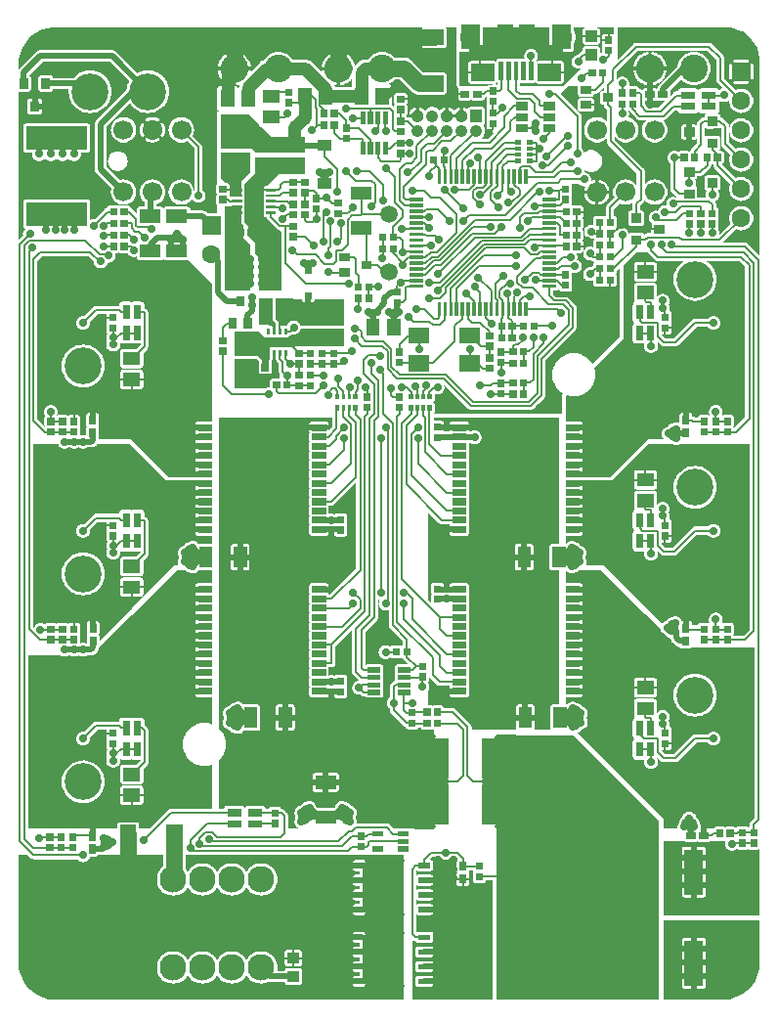
<source format=gbr>
G04 start of page 2 for group 0 idx 0 *
G04 Title: (unknown), top *
G04 Creator: pcb 1.99z *
G04 CreationDate: Tue 11 Feb 2014 00:02:26 GMT UTC *
G04 For: rbarlow *
G04 Format: Gerber/RS-274X *
G04 PCB-Dimensions (mm): 85.00 105.00 *
G04 PCB-Coordinate-Origin: lower left *
%MOMM*%
%FSLAX43Y43*%
%LNTOP*%
%ADD59C,0.900*%
%ADD58C,1.450*%
%ADD57C,1.000*%
%ADD56C,0.800*%
%ADD55C,0.650*%
%ADD54C,0.300*%
%ADD53R,1.600X1.600*%
%ADD52R,1.500X1.500*%
%ADD51R,3.530X3.530*%
%ADD50R,2.700X2.700*%
%ADD49R,0.850X0.850*%
%ADD48R,5.200X5.200*%
%ADD47R,0.900X0.900*%
%ADD46R,1.300X1.300*%
%ADD45R,0.950X0.950*%
%ADD44R,0.650X0.650*%
%ADD43R,0.250X0.250*%
%ADD42R,0.450X0.450*%
%ADD41R,1.350X1.350*%
%ADD40R,1.625X1.625*%
%ADD39R,1.375X1.375*%
%ADD38R,1.460X1.460*%
%ADD37R,1.400X1.400*%
%ADD36R,0.600X0.600*%
%ADD35R,0.910X0.910*%
%ADD34R,1.650X1.650*%
%ADD33R,1.150X1.150*%
%ADD32R,2.000X2.000*%
%ADD31R,0.800X0.800*%
%ADD30R,0.400X0.400*%
%ADD29R,0.700X0.700*%
%ADD28R,0.300X0.300*%
%ADD27R,0.620X0.620*%
%ADD26C,1.700*%
%ADD25C,2.300*%
%ADD24C,1.500*%
%ADD23C,2.400*%
%ADD22C,1.200*%
%ADD21C,1.600*%
%ADD20C,1.050*%
%ADD19C,3.200*%
%ADD18C,0.754*%
%ADD17C,1.100*%
%ADD16C,1.400*%
%ADD15C,0.700*%
%ADD14C,0.150*%
%ADD13C,0.500*%
%ADD12C,0.200*%
%ADD11C,0.002*%
G54D11*G36*
X39330Y22230D02*X39332Y21741D01*
X39342Y21703D01*
X39357Y21666D01*
X39377Y21633D01*
X39403Y21603D01*
X39433Y21577D01*
X39466Y21557D01*
X39503Y21542D01*
X39541Y21532D01*
X39580Y21530D01*
X39985Y21531D01*
X39986Y21209D01*
X39541Y21208D01*
X39503Y21198D01*
X39466Y21183D01*
X39433Y21163D01*
X39403Y21137D01*
X39377Y21107D01*
X39357Y21074D01*
X39342Y21037D01*
X39332Y20999D01*
X39330Y20960D01*
X39332Y20471D01*
X39342Y20433D01*
X39357Y20396D01*
X39377Y20363D01*
X39403Y20333D01*
X39433Y20307D01*
X39466Y20287D01*
X39503Y20272D01*
X39541Y20262D01*
X39580Y20260D01*
X39986Y20261D01*
X39986Y19939D01*
X39541Y19938D01*
X39503Y19928D01*
X39466Y19913D01*
X39433Y19893D01*
X39403Y19867D01*
X39377Y19837D01*
X39357Y19804D01*
X39342Y19767D01*
X39332Y19729D01*
X39330Y19690D01*
X39332Y19201D01*
X39342Y19163D01*
X39357Y19126D01*
X39377Y19093D01*
X39403Y19063D01*
X39433Y19037D01*
X39466Y19017D01*
X39503Y19002D01*
X39541Y18992D01*
X39580Y18990D01*
X39987Y18991D01*
X39987Y18669D01*
X39541Y18668D01*
X39503Y18658D01*
X39466Y18643D01*
X39433Y18623D01*
X39403Y18597D01*
X39377Y18567D01*
X39357Y18534D01*
X39342Y18497D01*
X39332Y18459D01*
X39330Y18420D01*
X39332Y17931D01*
X39342Y17893D01*
X39357Y17856D01*
X39377Y17823D01*
X39403Y17793D01*
X39433Y17767D01*
X39466Y17747D01*
X39503Y17732D01*
X39541Y17722D01*
X39580Y17720D01*
X40211Y17721D01*
X40235Y17720D01*
X43800Y17722D01*
Y16278D01*
X43765Y16280D01*
X40615Y16278D01*
X40580Y16280D01*
X39541Y16278D01*
X39503Y16268D01*
X39466Y16253D01*
X39433Y16233D01*
X39403Y16207D01*
X39377Y16177D01*
X39357Y16144D01*
X39342Y16107D01*
X39332Y16069D01*
X39330Y16030D01*
X39332Y15541D01*
X39342Y15503D01*
X39357Y15466D01*
X39377Y15433D01*
X39403Y15403D01*
X39433Y15377D01*
X39466Y15357D01*
X39503Y15342D01*
X39541Y15332D01*
X39580Y15330D01*
X39985Y15331D01*
X39986Y15009D01*
X39541Y15008D01*
X39503Y14998D01*
X39466Y14983D01*
X39433Y14963D01*
X39403Y14937D01*
X39377Y14907D01*
X39357Y14874D01*
X39342Y14837D01*
X39332Y14799D01*
X39330Y14760D01*
X39332Y14271D01*
X39342Y14233D01*
X39357Y14196D01*
X39377Y14163D01*
X39403Y14133D01*
X39433Y14107D01*
X39466Y14087D01*
X39503Y14072D01*
X39541Y14062D01*
X39580Y14060D01*
X39986Y14061D01*
X39986Y13739D01*
X39541Y13738D01*
X39503Y13728D01*
X39466Y13713D01*
X39433Y13693D01*
X39403Y13667D01*
X39377Y13637D01*
X39357Y13604D01*
X39342Y13567D01*
X39332Y13529D01*
X39330Y13490D01*
X39332Y13001D01*
X39342Y12963D01*
X39357Y12926D01*
X39377Y12893D01*
X39403Y12863D01*
X39433Y12837D01*
X39466Y12817D01*
X39503Y12802D01*
X39541Y12792D01*
X39580Y12790D01*
X39987Y12791D01*
X39987Y12469D01*
X39541Y12468D01*
X39503Y12458D01*
X39466Y12443D01*
X39433Y12423D01*
X39403Y12397D01*
X39377Y12367D01*
X39357Y12334D01*
X39342Y12297D01*
X39332Y12259D01*
X39330Y12220D01*
X39332Y11731D01*
X39342Y11693D01*
X39357Y11656D01*
X39377Y11623D01*
X39403Y11593D01*
X39433Y11567D01*
X39466Y11547D01*
X39503Y11532D01*
X39541Y11522D01*
X39580Y11520D01*
X40211Y11521D01*
X40235Y11520D01*
X43800Y11522D01*
Y10400D01*
X34200D01*
Y11676D01*
X34739Y11677D01*
X34777Y11687D01*
X34814Y11702D01*
X34847Y11722D01*
X34877Y11748D01*
X34903Y11778D01*
X34923Y11811D01*
X34938Y11848D01*
X34948Y11886D01*
X34950Y11925D01*
X34948Y12914D01*
X34938Y12952D01*
X34923Y12989D01*
X34903Y13022D01*
X34877Y13052D01*
X34847Y13078D01*
X34814Y13098D01*
X34777Y13113D01*
X34739Y13123D01*
X34700Y13125D01*
X34200Y13124D01*
Y13276D01*
X34739Y13277D01*
X34777Y13287D01*
X34814Y13302D01*
X34847Y13322D01*
X34877Y13348D01*
X34903Y13378D01*
X34923Y13411D01*
X34938Y13448D01*
X34948Y13486D01*
X34950Y13525D01*
X34948Y14514D01*
X34938Y14552D01*
X34923Y14589D01*
X34903Y14622D01*
X34877Y14652D01*
X34847Y14678D01*
X34814Y14698D01*
X34777Y14713D01*
X34739Y14723D01*
X34700Y14725D01*
X34200Y14724D01*
Y22900D01*
X43800D01*
Y22478D01*
X43765Y22480D01*
X40615Y22478D01*
X40580Y22480D01*
X39541Y22478D01*
X39503Y22468D01*
X39466Y22453D01*
X39433Y22433D01*
X39403Y22407D01*
X39377Y22377D01*
X39357Y22344D01*
X39342Y22307D01*
X39332Y22269D01*
X39330Y22230D01*
G37*
G36*
X34200Y10400D02*X12900D01*
X12000Y10800D01*
X11200Y11400D01*
X10800Y12000D01*
X10400Y13000D01*
Y22900D01*
X11205D01*
X11443Y22662D01*
X11452Y22652D01*
X11494Y22616D01*
X11494Y22616D01*
X11541Y22587D01*
X11592Y22566D01*
X11632Y22556D01*
X11645Y22553D01*
X11645D01*
X11700Y22549D01*
X11714Y22550D01*
X15511D01*
X15513Y22546D01*
X15574Y22474D01*
X15646Y22413D01*
X15727Y22364D01*
X15814Y22328D01*
X15906Y22306D01*
X16000Y22298D01*
X16094Y22306D01*
X16186Y22328D01*
X16273Y22364D01*
X16354Y22413D01*
X16426Y22474D01*
X16487Y22546D01*
X16536Y22627D01*
X16572Y22714D01*
X16593Y22800D01*
X17139Y22802D01*
X17177Y22812D01*
X17214Y22827D01*
X17247Y22847D01*
X17277Y22873D01*
X17301Y22900D01*
X22950D01*
Y21934D01*
X22797Y21803D01*
X22654Y21635D01*
X22539Y21448D01*
X22454Y21244D01*
X22403Y21030D01*
X22386Y20810D01*
X22403Y20590D01*
X22454Y20376D01*
X22539Y20172D01*
X22654Y19985D01*
X22797Y19817D01*
X22965Y19674D01*
X23152Y19559D01*
X23356Y19474D01*
X23570Y19423D01*
X23790Y19406D01*
X24010Y19423D01*
X24224Y19474D01*
X24428Y19559D01*
X24615Y19674D01*
X24783Y19817D01*
X24926Y19985D01*
X25041Y20172D01*
X25060Y20218D01*
X25079Y20172D01*
X25194Y19985D01*
X25337Y19817D01*
X25505Y19674D01*
X25692Y19559D01*
X25896Y19474D01*
X26110Y19423D01*
X26330Y19406D01*
X26550Y19423D01*
X26764Y19474D01*
X26968Y19559D01*
X27155Y19674D01*
X27323Y19817D01*
X27466Y19985D01*
X27581Y20172D01*
X27600Y20218D01*
X27619Y20172D01*
X27734Y19985D01*
X27877Y19817D01*
X28045Y19674D01*
X28232Y19559D01*
X28436Y19474D01*
X28650Y19423D01*
X28870Y19406D01*
X29090Y19423D01*
X29304Y19474D01*
X29508Y19559D01*
X29695Y19674D01*
X29863Y19817D01*
X30006Y19985D01*
X30121Y20172D01*
X30140Y20218D01*
X30159Y20172D01*
X30274Y19985D01*
X30417Y19817D01*
X30585Y19674D01*
X30772Y19559D01*
X30976Y19474D01*
X31190Y19423D01*
X31410Y19406D01*
X31630Y19423D01*
X31844Y19474D01*
X32048Y19559D01*
X32235Y19674D01*
X32403Y19817D01*
X32546Y19985D01*
X32661Y20172D01*
X32746Y20376D01*
X32797Y20590D01*
X32810Y20810D01*
X32797Y21030D01*
X32746Y21244D01*
X32661Y21448D01*
X32546Y21635D01*
X32403Y21803D01*
X32235Y21946D01*
X32048Y22061D01*
X31844Y22146D01*
X31630Y22197D01*
X31410Y22214D01*
X31190Y22197D01*
X30976Y22146D01*
X30772Y22061D01*
X30585Y21946D01*
X30417Y21803D01*
X30274Y21635D01*
X30159Y21448D01*
X30140Y21402D01*
X30121Y21448D01*
X30006Y21635D01*
X29863Y21803D01*
X29695Y21946D01*
X29508Y22061D01*
X29304Y22146D01*
X29090Y22197D01*
X28870Y22214D01*
X28650Y22197D01*
X28436Y22146D01*
X28232Y22061D01*
X28045Y21946D01*
X27877Y21803D01*
X27734Y21635D01*
X27619Y21448D01*
X27600Y21402D01*
X27581Y21448D01*
X27466Y21635D01*
X27323Y21803D01*
X27155Y21946D01*
X26968Y22061D01*
X26764Y22146D01*
X26550Y22197D01*
X26330Y22214D01*
X26110Y22197D01*
X25896Y22146D01*
X25692Y22061D01*
X25505Y21946D01*
X25337Y21803D01*
X25194Y21635D01*
X25079Y21448D01*
X25060Y21402D01*
X25041Y21448D01*
X24926Y21635D01*
X24850Y21725D01*
Y22900D01*
X25276D01*
X25300Y22898D01*
X25324Y22900D01*
X34200D01*
Y14724D01*
X33661Y14723D01*
X33623Y14713D01*
X33586Y14698D01*
X33553Y14678D01*
X33523Y14652D01*
X33497Y14622D01*
X33477Y14589D01*
X33462Y14552D01*
X33452Y14514D01*
X33450Y14475D01*
X33452Y13486D01*
X33462Y13448D01*
X33477Y13411D01*
X33497Y13378D01*
X33523Y13348D01*
X33553Y13322D01*
X33586Y13302D01*
X33623Y13287D01*
X33661Y13277D01*
X33700Y13275D01*
X34200Y13276D01*
Y13124D01*
X33661Y13123D01*
X33623Y13113D01*
X33586Y13098D01*
X33553Y13078D01*
X33523Y13052D01*
X33497Y13022D01*
X33477Y12989D01*
X33462Y12952D01*
X33452Y12914D01*
X33451Y12900D01*
X32780D01*
X32797Y12970D01*
X32810Y13190D01*
X32797Y13410D01*
X32746Y13624D01*
X32661Y13828D01*
X32546Y14015D01*
X32403Y14183D01*
X32235Y14326D01*
X32048Y14441D01*
X31844Y14526D01*
X31630Y14577D01*
X31410Y14594D01*
X31190Y14577D01*
X30976Y14526D01*
X30772Y14441D01*
X30585Y14326D01*
X30417Y14183D01*
X30274Y14015D01*
X30159Y13828D01*
X30140Y13782D01*
X30121Y13828D01*
X30006Y14015D01*
X29863Y14183D01*
X29695Y14326D01*
X29508Y14441D01*
X29304Y14526D01*
X29090Y14577D01*
X28870Y14594D01*
X28650Y14577D01*
X28436Y14526D01*
X28232Y14441D01*
X28045Y14326D01*
X27877Y14183D01*
X27734Y14015D01*
X27619Y13828D01*
X27600Y13782D01*
X27581Y13828D01*
X27466Y14015D01*
X27323Y14183D01*
X27155Y14326D01*
X26968Y14441D01*
X26764Y14526D01*
X26550Y14577D01*
X26330Y14594D01*
X26110Y14577D01*
X25896Y14526D01*
X25692Y14441D01*
X25505Y14326D01*
X25337Y14183D01*
X25194Y14015D01*
X25079Y13828D01*
X25060Y13782D01*
X25041Y13828D01*
X24926Y14015D01*
X24783Y14183D01*
X24615Y14326D01*
X24428Y14441D01*
X24224Y14526D01*
X24010Y14577D01*
X23790Y14594D01*
X23570Y14577D01*
X23356Y14526D01*
X23152Y14441D01*
X22965Y14326D01*
X22797Y14183D01*
X22654Y14015D01*
X22539Y13828D01*
X22454Y13624D01*
X22403Y13410D01*
X22386Y13190D01*
X22403Y12970D01*
X22454Y12756D01*
X22539Y12552D01*
X22654Y12365D01*
X22797Y12197D01*
X22965Y12054D01*
X23152Y11939D01*
X23356Y11854D01*
X23570Y11803D01*
X23790Y11786D01*
X24010Y11803D01*
X24224Y11854D01*
X24428Y11939D01*
X24615Y12054D01*
X24783Y12197D01*
X24926Y12365D01*
X25041Y12552D01*
X25060Y12598D01*
X25079Y12552D01*
X25194Y12365D01*
X25337Y12197D01*
X25505Y12054D01*
X25692Y11939D01*
X25896Y11854D01*
X26110Y11803D01*
X26330Y11786D01*
X26550Y11803D01*
X26764Y11854D01*
X26968Y11939D01*
X27155Y12054D01*
X27323Y12197D01*
X27466Y12365D01*
X27581Y12552D01*
X27600Y12598D01*
X27619Y12552D01*
X27734Y12365D01*
X27877Y12197D01*
X28045Y12054D01*
X28232Y11939D01*
X28436Y11854D01*
X28650Y11803D01*
X28870Y11786D01*
X29090Y11803D01*
X29304Y11854D01*
X29508Y11939D01*
X29695Y12054D01*
X29863Y12197D01*
X30006Y12365D01*
X30121Y12552D01*
X30140Y12598D01*
X30159Y12552D01*
X30274Y12365D01*
X30417Y12197D01*
X30585Y12054D01*
X30772Y11939D01*
X30976Y11854D01*
X31190Y11803D01*
X31410Y11786D01*
X31630Y11803D01*
X31844Y11854D01*
X32027Y11930D01*
X32045Y11923D01*
X32060Y11919D01*
X32122Y11905D01*
X32200Y11898D01*
X32220Y11900D01*
X33452D01*
X33452Y11886D01*
X33462Y11848D01*
X33477Y11811D01*
X33497Y11778D01*
X33523Y11748D01*
X33553Y11722D01*
X33586Y11702D01*
X33623Y11687D01*
X33661Y11677D01*
X33700Y11675D01*
X34200Y11676D01*
Y10400D01*
G37*
G36*
X37000Y36552D02*X37072Y36552D01*
X37110Y36562D01*
X37147Y36577D01*
X37180Y36597D01*
X37210Y36623D01*
X37236Y36653D01*
X37256Y36686D01*
X37271Y36723D01*
X37281Y36761D01*
X37283Y36800D01*
X37281Y37341D01*
X37314Y37328D01*
X37406Y37306D01*
X37500Y37298D01*
X37594Y37306D01*
X37686Y37328D01*
X37740Y37350D01*
X37742Y36700D01*
X37752Y36662D01*
X37767Y36625D01*
X37787Y36592D01*
X37813Y36562D01*
X37843Y36536D01*
X37876Y36516D01*
X37913Y36501D01*
X37951Y36491D01*
X37990Y36489D01*
X38649Y36491D01*
X38687Y36501D01*
X38724Y36516D01*
X38757Y36536D01*
X38787Y36562D01*
X38813Y36592D01*
X38833Y36625D01*
X38848Y36662D01*
X38858Y36700D01*
X38860Y36739D01*
X38858Y37400D01*
X38848Y37438D01*
X38833Y37475D01*
X38818Y37500D01*
X38833Y37525D01*
X38848Y37562D01*
X38858Y37600D01*
X38860Y37639D01*
X38858Y38300D01*
X38848Y38338D01*
X38833Y38375D01*
X38813Y38408D01*
X38787Y38438D01*
X38757Y38464D01*
X38724Y38484D01*
X38687Y38499D01*
X38649Y38509D01*
X38610Y38511D01*
X37951Y38509D01*
X37913Y38499D01*
X37876Y38484D01*
X37843Y38464D01*
X37813Y38438D01*
X37798Y38421D01*
X37773Y38436D01*
X37686Y38472D01*
X37594Y38494D01*
X37500Y38502D01*
X37406Y38494D01*
X37314Y38472D01*
X37283Y38459D01*
X37281Y39039D01*
X37271Y39077D01*
X37262Y39100D01*
X37271Y39123D01*
X37278Y39150D01*
X37486D01*
X37500Y39149D01*
X37555Y39153D01*
X37608Y39166D01*
X37659Y39187D01*
X37706Y39216D01*
X37748Y39252D01*
X37784Y39294D01*
X37813Y39341D01*
X37834Y39392D01*
X37847Y39445D01*
X37851Y39500D01*
X37850Y39514D01*
Y40955D01*
X39250Y42355D01*
Y38814D01*
X39249Y38800D01*
X39253Y38745D01*
Y38745D01*
X39256Y38732D01*
X39266Y38692D01*
X39287Y38641D01*
X39316Y38594D01*
X39316Y38594D01*
X39352Y38552D01*
X39362Y38543D01*
X39843Y38062D01*
X39852Y38052D01*
X39894Y38016D01*
X39894Y38016D01*
X39919Y38000D01*
X39900Y38002D01*
X39806Y37994D01*
X39714Y37972D01*
X39627Y37936D01*
X39546Y37887D01*
X39474Y37826D01*
X39413Y37754D01*
X39364Y37673D01*
X39328Y37586D01*
X39306Y37494D01*
X39298Y37400D01*
X39306Y37306D01*
X39328Y37214D01*
X39364Y37127D01*
X39413Y37046D01*
X39474Y36974D01*
X39546Y36913D01*
X39627Y36864D01*
X39714Y36828D01*
X39806Y36806D01*
X39900Y36798D01*
X39994Y36806D01*
X39998Y36807D01*
X40043Y36762D01*
X40052Y36752D01*
X40094Y36716D01*
X40094Y36716D01*
X40141Y36687D01*
X40192Y36666D01*
X40232Y36656D01*
X40245Y36653D01*
X40245D01*
X40300Y36649D01*
X40314Y36650D01*
X40433D01*
X40447Y36628D01*
X40473Y36598D01*
X40503Y36572D01*
X40536Y36552D01*
X40573Y36537D01*
X40611Y36527D01*
X40650Y36525D01*
X41789Y36527D01*
X41827Y36537D01*
X41864Y36552D01*
X41897Y36572D01*
X41927Y36598D01*
X41953Y36628D01*
X41973Y36661D01*
X41988Y36698D01*
X41998Y36736D01*
X42000Y36775D01*
X41998Y37264D01*
X41988Y37302D01*
X41979Y37325D01*
X41988Y37348D01*
X41998Y37386D01*
X42000Y37425D01*
X41998Y37914D01*
X41988Y37952D01*
X41979Y37975D01*
X41988Y37998D01*
X41998Y38036D01*
X42000Y38075D01*
X41998Y38564D01*
X41988Y38602D01*
X41979Y38625D01*
X41988Y38648D01*
X41998Y38686D01*
X42000Y38725D01*
X41998Y39214D01*
X41988Y39252D01*
X41973Y39289D01*
X41953Y39322D01*
X41927Y39352D01*
X41897Y39378D01*
X41864Y39398D01*
X41827Y39413D01*
X41789Y39423D01*
X41750Y39425D01*
X40611Y39423D01*
X40573Y39413D01*
X40536Y39398D01*
X40503Y39378D01*
X40473Y39352D01*
X40450Y39326D01*
Y42255D01*
X41438Y43243D01*
X41448Y43252D01*
X41484Y43294D01*
X41484Y43294D01*
X41513Y43341D01*
X41534Y43392D01*
X41547Y43445D01*
X41551Y43500D01*
X41550Y43514D01*
Y45054D01*
X41614Y45028D01*
X41686Y45010D01*
X41664Y44973D01*
X41628Y44886D01*
X41606Y44794D01*
X41598Y44700D01*
X41606Y44606D01*
X41628Y44514D01*
X41664Y44427D01*
X41713Y44346D01*
X41774Y44274D01*
X41846Y44213D01*
X41927Y44164D01*
X42014Y44128D01*
X42106Y44106D01*
X42200Y44098D01*
X42294Y44106D01*
X42386Y44128D01*
X42450Y44154D01*
Y42814D01*
X42449Y42800D01*
X42453Y42745D01*
Y42745D01*
X42456Y42732D01*
X42466Y42692D01*
X42487Y42641D01*
X42516Y42594D01*
X42516Y42594D01*
X42552Y42552D01*
X42562Y42543D01*
X43700Y41405D01*
Y41058D01*
X43700Y41058D01*
X43662Y41048D01*
X43625Y41033D01*
X43600Y41018D01*
X43575Y41033D01*
X43538Y41048D01*
X43500Y41058D01*
X43461Y41060D01*
X42800Y41058D01*
X42762Y41048D01*
X42725Y41033D01*
X42692Y41013D01*
X42662Y40987D01*
X42636Y40957D01*
X42620Y40931D01*
X42554Y40987D01*
X42473Y41036D01*
X42386Y41072D01*
X42294Y41094D01*
X42200Y41102D01*
X42106Y41094D01*
X42014Y41072D01*
X41927Y41036D01*
X41846Y40987D01*
X41774Y40926D01*
X41713Y40854D01*
X41664Y40773D01*
X41628Y40686D01*
X41606Y40594D01*
X41598Y40500D01*
X41606Y40406D01*
X41628Y40314D01*
X41664Y40227D01*
X41713Y40146D01*
X41774Y40074D01*
X41846Y40013D01*
X41927Y39964D01*
X42014Y39928D01*
X42106Y39906D01*
X42200Y39898D01*
X42294Y39906D01*
X42386Y39928D01*
X42473Y39964D01*
X42554Y40013D01*
X42620Y40069D01*
X42636Y40043D01*
X42662Y40013D01*
X42692Y39987D01*
X42725Y39967D01*
X42762Y39952D01*
X42800Y39942D01*
X42839Y39940D01*
X43500Y39942D01*
X43538Y39952D01*
X43575Y39967D01*
X43600Y39982D01*
X43625Y39967D01*
X43662Y39952D01*
X43700Y39942D01*
X43716Y39941D01*
X43737Y39891D01*
X43766Y39844D01*
X43766Y39844D01*
X43802Y39802D01*
X43812Y39793D01*
X44180Y39425D01*
X43211Y39423D01*
X43173Y39413D01*
X43136Y39398D01*
X43103Y39378D01*
X43073Y39352D01*
X43047Y39322D01*
X43027Y39289D01*
X43012Y39252D01*
X43002Y39214D01*
X43000Y39175D01*
X43002Y38686D01*
X43012Y38648D01*
X43021Y38625D01*
X43012Y38602D01*
X43002Y38564D01*
X43000Y38525D01*
X43002Y38036D01*
X43011Y37998D01*
X42995Y37997D01*
X42942Y37984D01*
X42891Y37963D01*
X42844Y37934D01*
X42844Y37934D01*
X42802Y37898D01*
X42793Y37888D01*
X42662Y37757D01*
X42652Y37748D01*
X42616Y37706D01*
X42587Y37659D01*
X42566Y37608D01*
X42553Y37555D01*
X42553Y37555D01*
X42549Y37500D01*
X42550Y37486D01*
Y36589D01*
X42546Y36587D01*
X42474Y36526D01*
X42413Y36454D01*
X42364Y36373D01*
X42328Y36286D01*
X42306Y36194D01*
X42298Y36100D01*
X42306Y36006D01*
X42328Y35914D01*
X42364Y35827D01*
X42413Y35746D01*
X42474Y35674D01*
X42546Y35613D01*
X42550Y35611D01*
Y35514D01*
X42549Y35500D01*
X42553Y35445D01*
Y35445D01*
X42556Y35432D01*
X42566Y35392D01*
X42587Y35341D01*
X42616Y35294D01*
X42616Y35294D01*
X42652Y35252D01*
X42662Y35243D01*
X43793Y34112D01*
X43802Y34102D01*
X43844Y34066D01*
X43844Y34066D01*
X43891Y34037D01*
X43942Y34016D01*
X43942Y34016D01*
X43942Y34000D01*
X43952Y33962D01*
X43967Y33925D01*
X43987Y33892D01*
X44013Y33862D01*
X44043Y33836D01*
X44076Y33816D01*
X44113Y33801D01*
X44151Y33791D01*
X44190Y33789D01*
X44849Y33791D01*
X44887Y33801D01*
X44924Y33816D01*
X44957Y33836D01*
X44987Y33862D01*
X45013Y33892D01*
X45033Y33925D01*
X45044Y33950D01*
X45242D01*
X45251Y33913D01*
X45266Y33876D01*
X45286Y33843D01*
X45312Y33813D01*
X45342Y33787D01*
X45375Y33767D01*
X45412Y33752D01*
X45450Y33742D01*
X45489Y33740D01*
X46150Y33742D01*
X46188Y33752D01*
X46225Y33767D01*
X46250Y33782D01*
X46275Y33767D01*
X46312Y33752D01*
X46350Y33742D01*
X46389Y33740D01*
X46400Y33740D01*
Y33274D01*
X44886Y33273D01*
X44848Y33263D01*
X44811Y33248D01*
X44778Y33228D01*
X44748Y33202D01*
X44722Y33172D01*
X44702Y33139D01*
X44687Y33102D01*
X44677Y33064D01*
X44675Y33025D01*
X44677Y29536D01*
X44687Y29498D01*
X44702Y29461D01*
X44722Y29428D01*
X44748Y29398D01*
X44778Y29372D01*
X44811Y29352D01*
X44848Y29337D01*
X44886Y29327D01*
X44925Y29325D01*
X46400Y29326D01*
Y29274D01*
X44886Y29273D01*
X44848Y29263D01*
X44811Y29248D01*
X44778Y29228D01*
X44748Y29202D01*
X44722Y29172D01*
X44702Y29139D01*
X44687Y29102D01*
X44677Y29064D01*
X44675Y29025D01*
X44677Y25536D01*
X44687Y25498D01*
X44702Y25461D01*
X44722Y25428D01*
X44748Y25398D01*
X44778Y25372D01*
X44811Y25352D01*
X44848Y25337D01*
X44886Y25327D01*
X44925Y25325D01*
X46400Y25326D01*
Y25200D01*
X44285D01*
X44252Y25213D01*
X44214Y25223D01*
X44175Y25225D01*
X43186Y25223D01*
X43148Y25213D01*
X43115Y25200D01*
X42895D01*
X42557Y25538D01*
X42548Y25548D01*
X42506Y25584D01*
X42506Y25584D01*
X42459Y25613D01*
X42408Y25634D01*
X42355Y25647D01*
X42300Y25651D01*
X42286Y25650D01*
X39681D01*
X39694Y25706D01*
X39700Y25800D01*
X39694Y25894D01*
X39672Y25986D01*
X39636Y26073D01*
X39600Y26132D01*
Y26268D01*
X39636Y26327D01*
X39672Y26414D01*
X39694Y26506D01*
X39700Y26600D01*
X39694Y26694D01*
X39672Y26786D01*
X39636Y26873D01*
X39587Y26954D01*
X39526Y27026D01*
X39454Y27087D01*
X39373Y27136D01*
X39286Y27172D01*
X39219Y27189D01*
X39067Y27340D01*
X39055Y27355D01*
X38995Y27406D01*
X38928Y27447D01*
X38855Y27477D01*
X38778Y27495D01*
X38778Y27495D01*
X38734Y27499D01*
X38673Y27536D01*
X38586Y27572D01*
X38494Y27594D01*
X38400Y27602D01*
X38306Y27594D01*
X38214Y27572D01*
X38127Y27536D01*
X38046Y27487D01*
X37974Y27426D01*
X37913Y27354D01*
X37864Y27273D01*
X37828Y27186D01*
X37811Y27119D01*
X37718Y27025D01*
X37000Y27024D01*
Y28376D01*
X37939Y28377D01*
X37977Y28387D01*
X38014Y28402D01*
X38047Y28422D01*
X38077Y28448D01*
X38103Y28478D01*
X38123Y28511D01*
X38138Y28548D01*
X38148Y28586D01*
X38150Y28625D01*
X38148Y29814D01*
X38138Y29852D01*
X38123Y29889D01*
X38103Y29922D01*
X38077Y29952D01*
X38047Y29978D01*
X38014Y29998D01*
X37977Y30013D01*
X37939Y30023D01*
X37900Y30025D01*
X37000Y30024D01*
Y36552D01*
G37*
G36*
Y50552D02*X37072Y50552D01*
X37110Y50562D01*
X37147Y50577D01*
X37180Y50597D01*
X37210Y50623D01*
X37236Y50653D01*
X37256Y50686D01*
X37271Y50723D01*
X37281Y50761D01*
X37283Y50800D01*
X37281Y51341D01*
X37314Y51328D01*
X37406Y51306D01*
X37500Y51298D01*
X37594Y51306D01*
X37686Y51328D01*
X37740Y51350D01*
X37742Y50700D01*
X37752Y50662D01*
X37767Y50625D01*
X37787Y50592D01*
X37813Y50562D01*
X37843Y50536D01*
X37876Y50516D01*
X37913Y50501D01*
X37951Y50491D01*
X37990Y50489D01*
X38649Y50491D01*
X38687Y50501D01*
X38724Y50516D01*
X38757Y50536D01*
X38787Y50562D01*
X38813Y50592D01*
X38833Y50625D01*
X38848Y50662D01*
X38858Y50700D01*
X38860Y50739D01*
X38858Y51400D01*
X38848Y51438D01*
X38833Y51475D01*
X38818Y51500D01*
X38833Y51525D01*
X38848Y51562D01*
X38858Y51600D01*
X38860Y51639D01*
X38858Y52300D01*
X38848Y52338D01*
X38833Y52375D01*
X38813Y52408D01*
X38787Y52438D01*
X38757Y52464D01*
X38724Y52484D01*
X38687Y52499D01*
X38649Y52509D01*
X38610Y52511D01*
X37951Y52509D01*
X37913Y52499D01*
X37876Y52484D01*
X37843Y52464D01*
X37813Y52438D01*
X37798Y52421D01*
X37773Y52436D01*
X37686Y52472D01*
X37594Y52494D01*
X37500Y52502D01*
X37406Y52494D01*
X37314Y52472D01*
X37283Y52459D01*
X37281Y53039D01*
X37271Y53077D01*
X37262Y53100D01*
X37271Y53123D01*
X37278Y53150D01*
X37486D01*
X37500Y53149D01*
X37555Y53153D01*
X37608Y53166D01*
X37659Y53187D01*
X37706Y53216D01*
X37748Y53252D01*
X37757Y53262D01*
X39650Y55155D01*
Y47745D01*
X37355Y45450D01*
X37278D01*
X37271Y45477D01*
X37262Y45500D01*
X37271Y45523D01*
X37281Y45561D01*
X37283Y45600D01*
X37281Y46239D01*
X37271Y46277D01*
X37256Y46314D01*
X37236Y46347D01*
X37210Y46377D01*
X37180Y46403D01*
X37147Y46423D01*
X37110Y46438D01*
X37072Y46448D01*
X37033Y46450D01*
X37000Y46450D01*
Y50552D01*
G37*
G36*
Y60800D02*X37600D01*
Y59995D01*
X37283Y59678D01*
X37281Y60239D01*
X37271Y60277D01*
X37256Y60314D01*
X37236Y60347D01*
X37210Y60377D01*
X37180Y60403D01*
X37147Y60423D01*
X37110Y60438D01*
X37072Y60448D01*
X37033Y60450D01*
X37000Y60450D01*
Y60800D01*
G37*
G36*
X34876Y25200D02*X33750D01*
Y26286D01*
X33751Y26300D01*
X33747Y26355D01*
X33734Y26408D01*
X33713Y26459D01*
X33684Y26506D01*
X33684Y26506D01*
X33648Y26548D01*
X33638Y26557D01*
X33500Y26695D01*
Y33651D01*
X34114Y33652D01*
X34152Y33662D01*
X34189Y33677D01*
X34222Y33697D01*
X34252Y33723D01*
X34278Y33753D01*
X34298Y33786D01*
X34313Y33823D01*
X34323Y33861D01*
X34325Y33900D01*
X34323Y35739D01*
X34313Y35777D01*
X34298Y35814D01*
X34278Y35847D01*
X34252Y35877D01*
X34222Y35903D01*
X34189Y35923D01*
X34152Y35938D01*
X34114Y35948D01*
X34075Y35950D01*
X33500Y35949D01*
Y37501D01*
X34139Y37502D01*
X34177Y37512D01*
X34214Y37527D01*
X34247Y37547D01*
X34277Y37573D01*
X34303Y37603D01*
X34323Y37636D01*
X34338Y37673D01*
X34348Y37711D01*
X34350Y37750D01*
X34349Y40486D01*
X34350Y40500D01*
X34349Y41520D01*
X34348Y43222D01*
X34350Y43250D01*
X34348Y45289D01*
X34338Y45327D01*
X34323Y45364D01*
X34303Y45397D01*
X34277Y45427D01*
X34247Y45453D01*
X34214Y45473D01*
X34177Y45488D01*
X34139Y45498D01*
X34100Y45500D01*
X33500Y45500D01*
Y51501D01*
X34139Y51502D01*
X34177Y51512D01*
X34214Y51527D01*
X34247Y51547D01*
X34277Y51573D01*
X34303Y51603D01*
X34323Y51636D01*
X34338Y51673D01*
X34348Y51711D01*
X34350Y51750D01*
X34349Y54486D01*
X34350Y54500D01*
X34349Y55520D01*
X34348Y57222D01*
X34350Y57250D01*
X34348Y59289D01*
X34338Y59327D01*
X34323Y59364D01*
X34303Y59397D01*
X34277Y59427D01*
X34247Y59453D01*
X34214Y59473D01*
X34177Y59488D01*
X34139Y59498D01*
X34100Y59500D01*
X33500Y59500D01*
Y60800D01*
X37000D01*
Y60450D01*
X35794Y60448D01*
X35756Y60438D01*
X35719Y60423D01*
X35686Y60403D01*
X35656Y60377D01*
X35630Y60347D01*
X35610Y60314D01*
X35595Y60277D01*
X35585Y60239D01*
X35583Y60200D01*
X35585Y59561D01*
X35595Y59523D01*
X35604Y59500D01*
X35595Y59477D01*
X35585Y59439D01*
X35583Y59400D01*
X35585Y58761D01*
X35595Y58723D01*
X35604Y58700D01*
X35595Y58677D01*
X35585Y58639D01*
X35583Y58600D01*
X35585Y57961D01*
X35595Y57923D01*
X35604Y57900D01*
X35595Y57877D01*
X35585Y57839D01*
X35583Y57800D01*
X35585Y57161D01*
X35595Y57123D01*
X35604Y57100D01*
X35595Y57077D01*
X35585Y57039D01*
X35583Y57000D01*
X35585Y56361D01*
X35595Y56323D01*
X35604Y56300D01*
X35595Y56277D01*
X35585Y56239D01*
X35583Y56200D01*
X35585Y55561D01*
X35595Y55523D01*
X35604Y55500D01*
X35595Y55477D01*
X35585Y55439D01*
X35583Y55400D01*
X35585Y54761D01*
X35595Y54723D01*
X35604Y54700D01*
X35595Y54677D01*
X35585Y54639D01*
X35583Y54600D01*
X35585Y53961D01*
X35595Y53923D01*
X35604Y53900D01*
X35595Y53877D01*
X35585Y53839D01*
X35583Y53800D01*
X35585Y53161D01*
X35595Y53123D01*
X35604Y53100D01*
X35595Y53077D01*
X35585Y53039D01*
X35583Y53000D01*
X35585Y52361D01*
X35595Y52323D01*
X35604Y52300D01*
X35595Y52277D01*
X35585Y52239D01*
X35583Y52200D01*
X35585Y51561D01*
X35595Y51523D01*
X35604Y51500D01*
X35595Y51477D01*
X35585Y51439D01*
X35583Y51400D01*
X35585Y50761D01*
X35595Y50723D01*
X35610Y50686D01*
X35630Y50653D01*
X35656Y50623D01*
X35686Y50597D01*
X35719Y50577D01*
X35756Y50562D01*
X35794Y50552D01*
X35833Y50550D01*
X37000Y50552D01*
Y46450D01*
X35794Y46448D01*
X35756Y46438D01*
X35719Y46423D01*
X35686Y46403D01*
X35656Y46377D01*
X35630Y46347D01*
X35610Y46314D01*
X35595Y46277D01*
X35585Y46239D01*
X35583Y46200D01*
X35585Y45561D01*
X35595Y45523D01*
X35604Y45500D01*
X35595Y45477D01*
X35585Y45439D01*
X35583Y45400D01*
X35585Y44761D01*
X35595Y44723D01*
X35604Y44700D01*
X35595Y44677D01*
X35585Y44639D01*
X35583Y44600D01*
X35585Y43961D01*
X35595Y43923D01*
X35604Y43900D01*
X35595Y43877D01*
X35585Y43839D01*
X35583Y43800D01*
X35585Y43161D01*
X35595Y43123D01*
X35604Y43100D01*
X35595Y43077D01*
X35585Y43039D01*
X35583Y43000D01*
X35585Y42361D01*
X35595Y42323D01*
X35604Y42300D01*
X35595Y42277D01*
X35585Y42239D01*
X35583Y42200D01*
X35585Y41561D01*
X35595Y41523D01*
X35604Y41500D01*
X35595Y41477D01*
X35585Y41439D01*
X35583Y41400D01*
X35585Y40761D01*
X35595Y40723D01*
X35604Y40700D01*
X35595Y40677D01*
X35585Y40639D01*
X35583Y40600D01*
X35585Y39961D01*
X35595Y39923D01*
X35604Y39900D01*
X35595Y39877D01*
X35585Y39839D01*
X35583Y39800D01*
X35585Y39161D01*
X35595Y39123D01*
X35604Y39100D01*
X35595Y39077D01*
X35585Y39039D01*
X35583Y39000D01*
X35585Y38361D01*
X35595Y38323D01*
X35604Y38300D01*
X35595Y38277D01*
X35585Y38239D01*
X35583Y38200D01*
X35585Y37561D01*
X35595Y37523D01*
X35604Y37500D01*
X35595Y37477D01*
X35585Y37439D01*
X35583Y37400D01*
X35585Y36761D01*
X35595Y36723D01*
X35610Y36686D01*
X35630Y36653D01*
X35656Y36623D01*
X35686Y36597D01*
X35719Y36577D01*
X35756Y36562D01*
X35794Y36552D01*
X35833Y36550D01*
X37000Y36552D01*
Y30024D01*
X36061Y30023D01*
X36023Y30013D01*
X35986Y29998D01*
X35953Y29978D01*
X35923Y29952D01*
X35897Y29922D01*
X35877Y29889D01*
X35862Y29852D01*
X35852Y29814D01*
X35850Y29775D01*
X35852Y28586D01*
X35862Y28548D01*
X35877Y28511D01*
X35897Y28478D01*
X35923Y28448D01*
X35953Y28422D01*
X35986Y28402D01*
X36023Y28387D01*
X36061Y28377D01*
X36100Y28375D01*
X37000Y28376D01*
Y27024D01*
X36284Y27023D01*
X36189Y27119D01*
X36172Y27186D01*
X36136Y27273D01*
X36087Y27354D01*
X36026Y27426D01*
X35954Y27487D01*
X35873Y27536D01*
X35786Y27572D01*
X35694Y27594D01*
X35600Y27602D01*
X35506Y27594D01*
X35414Y27572D01*
X35327Y27536D01*
X35266Y27499D01*
X35222Y27495D01*
X35145Y27477D01*
X35072Y27447D01*
X35005Y27406D01*
X35005Y27406D01*
X34945Y27355D01*
X34933Y27340D01*
X34781Y27189D01*
X34714Y27172D01*
X34627Y27136D01*
X34546Y27087D01*
X34474Y27026D01*
X34413Y26954D01*
X34364Y26873D01*
X34328Y26786D01*
X34306Y26694D01*
X34298Y26600D01*
X34306Y26506D01*
X34328Y26414D01*
X34364Y26327D01*
X34400Y26268D01*
Y26132D01*
X34364Y26073D01*
X34328Y25986D01*
X34306Y25894D01*
X34298Y25800D01*
X34306Y25706D01*
X34328Y25614D01*
X34364Y25527D01*
X34413Y25446D01*
X34474Y25374D01*
X34546Y25313D01*
X34627Y25264D01*
X34714Y25228D01*
X34806Y25206D01*
X34876Y25200D01*
G37*
G36*
X33500Y59500D02*X32164Y59499D01*
X32150Y59500D01*
X31500Y59499D01*
Y60800D01*
X33500D01*
Y59500D01*
G37*
G36*
Y45500D02*X32164Y45499D01*
X32150Y45500D01*
X31500Y45499D01*
Y51501D01*
X31520Y51501D01*
X32771Y51502D01*
X32800Y51500D01*
X33500Y51501D01*
Y45500D01*
G37*
G36*
Y26695D02*X33407Y26788D01*
X33398Y26798D01*
X33356Y26834D01*
X33309Y26863D01*
X33258Y26884D01*
X33205Y26897D01*
X33205Y26897D01*
X33158Y26900D01*
X33148Y26938D01*
X33133Y26975D01*
X33113Y27008D01*
X33087Y27038D01*
X33057Y27064D01*
X33024Y27084D01*
X32987Y27099D01*
X32949Y27109D01*
X32910Y27111D01*
X32251Y27109D01*
X32213Y27099D01*
X32176Y27084D01*
X32143Y27064D01*
X32113Y27038D01*
X32087Y27008D01*
X32067Y26975D01*
X32052Y26938D01*
X32048Y26925D01*
X31822D01*
X31822Y26926D01*
X31810Y26976D01*
X31790Y27023D01*
X31764Y27067D01*
X31731Y27106D01*
X31692Y27139D01*
X31648Y27165D01*
X31601Y27185D01*
X31551Y27197D01*
X31500Y27200D01*
Y37501D01*
X31520Y37501D01*
X32771Y37502D01*
X32800Y37500D01*
X33500Y37501D01*
Y35949D01*
X32886Y35948D01*
X32848Y35938D01*
X32811Y35923D01*
X32778Y35903D01*
X32748Y35877D01*
X32722Y35847D01*
X32702Y35814D01*
X32687Y35777D01*
X32677Y35739D01*
X32675Y35700D01*
X32677Y33861D01*
X32687Y33823D01*
X32702Y33786D01*
X32722Y33753D01*
X32748Y33723D01*
X32778Y33697D01*
X32811Y33677D01*
X32848Y33662D01*
X32886Y33652D01*
X32925Y33650D01*
X33500Y33651D01*
Y26695D01*
G37*
G36*
X29600Y51500D02*X30836Y51501D01*
X30850Y51500D01*
X31500Y51501D01*
Y45499D01*
X31480Y45499D01*
X30229Y45498D01*
X30200Y45500D01*
X29600Y45499D01*
Y47551D01*
X30214Y47552D01*
X30252Y47562D01*
X30289Y47577D01*
X30322Y47597D01*
X30352Y47623D01*
X30378Y47653D01*
X30398Y47686D01*
X30413Y47723D01*
X30423Y47761D01*
X30425Y47800D01*
X30423Y49639D01*
X30413Y49677D01*
X30398Y49714D01*
X30378Y49747D01*
X30352Y49777D01*
X30322Y49803D01*
X30289Y49823D01*
X30252Y49838D01*
X30214Y49848D01*
X30175Y49850D01*
X29600Y49849D01*
Y51500D01*
G37*
G36*
Y60800D02*X31500D01*
Y59499D01*
X31480Y59499D01*
X30229Y59498D01*
X30200Y59500D01*
X29600Y59499D01*
Y60800D01*
G37*
G36*
X31500Y27200D02*X30249Y27197D01*
X30199Y27185D01*
X30152Y27165D01*
X30108Y27139D01*
X30069Y27106D01*
X30036Y27067D01*
X30010Y27023D01*
X30000Y27000D01*
X29990Y27023D01*
X29964Y27067D01*
X29931Y27106D01*
X29892Y27139D01*
X29848Y27165D01*
X29801Y27185D01*
X29751Y27197D01*
X29700Y27200D01*
X29600Y27200D01*
Y33433D01*
X29673Y33464D01*
X29754Y33513D01*
X29826Y33574D01*
X29887Y33646D01*
X29890Y33652D01*
X29925Y33650D01*
X31114Y33652D01*
X31152Y33662D01*
X31189Y33677D01*
X31222Y33697D01*
X31252Y33723D01*
X31278Y33753D01*
X31298Y33786D01*
X31313Y33823D01*
X31323Y33861D01*
X31325Y33900D01*
X31323Y35739D01*
X31313Y35777D01*
X31298Y35814D01*
X31278Y35847D01*
X31252Y35877D01*
X31222Y35903D01*
X31189Y35923D01*
X31152Y35938D01*
X31114Y35948D01*
X31075Y35950D01*
X29891Y35948D01*
X29887Y35954D01*
X29826Y36026D01*
X29754Y36087D01*
X29673Y36136D01*
X29600Y36167D01*
Y37500D01*
X30836Y37501D01*
X30850Y37500D01*
X31500Y37501D01*
Y27200D01*
G37*
G36*
X29600Y27200D02*X28449Y27197D01*
X28399Y27185D01*
X28352Y27165D01*
X28308Y27139D01*
X28269Y27106D01*
X28236Y27067D01*
X28210Y27023D01*
X28190Y26976D01*
X28178Y26926D01*
X28178Y26925D01*
X27800D01*
Y31177D01*
X27812Y31188D01*
X28001Y31409D01*
X28153Y31658D01*
X28265Y31927D01*
X28333Y32210D01*
X28350Y32500D01*
X28333Y32790D01*
X28265Y33073D01*
X28153Y33342D01*
X28001Y33591D01*
X27812Y33812D01*
X27800Y33823D01*
Y60800D01*
X29600D01*
Y59499D01*
X28861Y59498D01*
X28823Y59488D01*
X28786Y59473D01*
X28753Y59453D01*
X28723Y59427D01*
X28697Y59397D01*
X28677Y59364D01*
X28662Y59327D01*
X28652Y59289D01*
X28650Y59250D01*
X28651Y56514D01*
X28650Y56500D01*
X28651Y55481D01*
X28652Y53778D01*
X28650Y53750D01*
X28652Y51711D01*
X28662Y51673D01*
X28677Y51636D01*
X28697Y51603D01*
X28723Y51573D01*
X28753Y51547D01*
X28786Y51527D01*
X28823Y51512D01*
X28861Y51502D01*
X28900Y51500D01*
X29600Y51500D01*
Y49849D01*
X28986Y49848D01*
X28948Y49838D01*
X28911Y49823D01*
X28878Y49803D01*
X28848Y49777D01*
X28822Y49747D01*
X28802Y49714D01*
X28787Y49677D01*
X28777Y49639D01*
X28775Y49600D01*
X28777Y47761D01*
X28787Y47723D01*
X28802Y47686D01*
X28822Y47653D01*
X28848Y47623D01*
X28878Y47597D01*
X28911Y47577D01*
X28948Y47562D01*
X28986Y47552D01*
X29025Y47550D01*
X29600Y47551D01*
Y45499D01*
X28861Y45498D01*
X28823Y45488D01*
X28786Y45473D01*
X28753Y45453D01*
X28723Y45427D01*
X28697Y45397D01*
X28677Y45364D01*
X28662Y45327D01*
X28652Y45289D01*
X28650Y45250D01*
X28651Y42514D01*
X28650Y42500D01*
X28651Y41480D01*
X28652Y39778D01*
X28650Y39750D01*
X28652Y37711D01*
X28662Y37673D01*
X28677Y37636D01*
X28697Y37603D01*
X28723Y37573D01*
X28753Y37547D01*
X28786Y37527D01*
X28823Y37512D01*
X28861Y37502D01*
X28900Y37500D01*
X29600Y37500D01*
Y36167D01*
X29586Y36172D01*
X29494Y36194D01*
X29400Y36202D01*
X29306Y36194D01*
X29214Y36172D01*
X29127Y36136D01*
X29066Y36099D01*
X29022Y36095D01*
X28945Y36077D01*
X28872Y36047D01*
X28805Y36006D01*
X28805Y36006D01*
X28745Y35955D01*
X28733Y35940D01*
X28710Y35917D01*
X28695Y35905D01*
X28683Y35890D01*
X28581Y35789D01*
X28514Y35772D01*
X28427Y35736D01*
X28346Y35687D01*
X28274Y35626D01*
X28213Y35554D01*
X28164Y35473D01*
X28128Y35386D01*
X28106Y35294D01*
X28098Y35200D01*
X28106Y35106D01*
X28128Y35014D01*
X28164Y34927D01*
X28200Y34868D01*
Y34732D01*
X28164Y34673D01*
X28128Y34586D01*
X28106Y34494D01*
X28098Y34400D01*
X28106Y34306D01*
X28128Y34214D01*
X28164Y34127D01*
X28213Y34046D01*
X28274Y33974D01*
X28346Y33913D01*
X28427Y33864D01*
X28514Y33828D01*
X28581Y33811D01*
X28683Y33710D01*
X28695Y33695D01*
X28710Y33683D01*
X28733Y33660D01*
X28745Y33645D01*
X28805Y33594D01*
X28805Y33594D01*
X28872Y33553D01*
X28924Y33532D01*
X28945Y33523D01*
X28960Y33519D01*
X29022Y33505D01*
X29066Y33501D01*
X29127Y33464D01*
X29214Y33428D01*
X29306Y33406D01*
X29400Y33398D01*
X29494Y33406D01*
X29586Y33428D01*
X29600Y33433D01*
Y27200D01*
G37*
G36*
X20200Y31226D02*X20227Y31209D01*
X20274Y31190D01*
X20324Y31178D01*
X20375Y31175D01*
X20950Y31177D01*
Y31145D01*
X20555Y30750D01*
X20200Y30749D01*
Y31226D01*
G37*
G36*
X27200Y47552D02*Y46448D01*
X27167Y46450D01*
X25928Y46448D01*
X25890Y46438D01*
X25853Y46423D01*
X25820Y46403D01*
X25790Y46377D01*
X25764Y46347D01*
X25744Y46314D01*
X25729Y46277D01*
X25719Y46239D01*
X25717Y46200D01*
X25719Y45561D01*
X25729Y45523D01*
X25738Y45500D01*
X25729Y45477D01*
X25719Y45439D01*
X25717Y45400D01*
X25719Y44761D01*
X25729Y44723D01*
X25738Y44700D01*
X25729Y44677D01*
X25719Y44639D01*
X25717Y44600D01*
X25719Y43961D01*
X25729Y43923D01*
X25738Y43900D01*
X25729Y43877D01*
X25719Y43839D01*
X25717Y43800D01*
X25719Y43161D01*
X25729Y43123D01*
X25738Y43100D01*
X25729Y43077D01*
X25719Y43039D01*
X25717Y43000D01*
X25719Y42361D01*
X25729Y42323D01*
X25738Y42300D01*
X25729Y42277D01*
X25719Y42239D01*
X25717Y42200D01*
X25719Y41561D01*
X25729Y41523D01*
X25738Y41500D01*
X25729Y41477D01*
X25719Y41439D01*
X25717Y41400D01*
X25719Y40761D01*
X25729Y40723D01*
X25738Y40700D01*
X25729Y40677D01*
X25719Y40639D01*
X25717Y40600D01*
X25719Y39961D01*
X25729Y39923D01*
X25738Y39900D01*
X25729Y39877D01*
X25719Y39839D01*
X25717Y39800D01*
X25719Y39161D01*
X25729Y39123D01*
X25738Y39100D01*
X25729Y39077D01*
X25719Y39039D01*
X25717Y39000D01*
X25719Y38361D01*
X25729Y38323D01*
X25738Y38300D01*
X25729Y38277D01*
X25719Y38239D01*
X25717Y38200D01*
X25719Y37561D01*
X25729Y37523D01*
X25738Y37500D01*
X25729Y37477D01*
X25719Y37439D01*
X25717Y37400D01*
X25719Y36761D01*
X25729Y36723D01*
X25744Y36686D01*
X25764Y36653D01*
X25790Y36623D01*
X25820Y36597D01*
X25853Y36577D01*
X25890Y36562D01*
X25928Y36552D01*
X25967Y36550D01*
X27200Y36552D01*
Y34212D01*
X27073Y34265D01*
X26790Y34333D01*
X26500Y34356D01*
X26210Y34333D01*
X25927Y34265D01*
X25658Y34153D01*
X25409Y34001D01*
X25188Y33812D01*
X24999Y33591D01*
X24847Y33342D01*
X24735Y33073D01*
X24667Y32790D01*
X24644Y32500D01*
X24667Y32210D01*
X24735Y31927D01*
X24847Y31658D01*
X24999Y31409D01*
X25188Y31188D01*
X25409Y30999D01*
X25658Y30847D01*
X25927Y30735D01*
X26210Y30667D01*
X26500Y30644D01*
X26790Y30667D01*
X27073Y30735D01*
X27200Y30788D01*
Y26925D01*
X23589D01*
X23575Y26926D01*
X23520Y26922D01*
X23467Y26909D01*
X23416Y26888D01*
X23369Y26859D01*
X23369Y26859D01*
X23327Y26823D01*
X23318Y26813D01*
X21705Y25200D01*
X20848D01*
X20848Y25559D01*
X20838Y25597D01*
X20823Y25634D01*
X20803Y25667D01*
X20777Y25697D01*
X20747Y25723D01*
X20714Y25743D01*
X20677Y25758D01*
X20639Y25768D01*
X20600Y25770D01*
X20200Y25769D01*
Y27251D01*
X20968Y27252D01*
X21010Y27262D01*
X21050Y27279D01*
X21087Y27302D01*
X21120Y27330D01*
X21148Y27363D01*
X21171Y27400D01*
X21188Y27440D01*
X21198Y27482D01*
X21200Y27525D01*
X21198Y28718D01*
X21188Y28760D01*
X21171Y28800D01*
X21148Y28837D01*
X21120Y28870D01*
X21087Y28898D01*
X21050Y28921D01*
X21010Y28938D01*
X20968Y28948D01*
X20925Y28950D01*
X20200Y28949D01*
Y29051D01*
X20968Y29052D01*
X21010Y29062D01*
X21050Y29079D01*
X21087Y29102D01*
X21120Y29130D01*
X21148Y29163D01*
X21171Y29200D01*
X21188Y29240D01*
X21198Y29282D01*
X21200Y29325D01*
X21198Y30403D01*
X21538Y30743D01*
X21548Y30752D01*
X21584Y30794D01*
X21584Y30794D01*
X21613Y30841D01*
X21634Y30892D01*
X21647Y30945D01*
X21651Y31000D01*
X21650Y31014D01*
Y33686D01*
X21651Y33700D01*
X21647Y33755D01*
X21634Y33808D01*
X21613Y33859D01*
X21584Y33906D01*
X21584Y33906D01*
X21548Y33948D01*
X21538Y33957D01*
X21357Y34138D01*
X21348Y34148D01*
X21306Y34184D01*
X21298Y34189D01*
X21297Y34551D01*
X21285Y34601D01*
X21266Y34648D01*
X21239Y34692D01*
X21206Y34731D01*
X21167Y34764D01*
X21123Y34791D01*
X21076Y34810D01*
X21026Y34822D01*
X20975Y34825D01*
X20324Y34822D01*
X20274Y34810D01*
X20227Y34791D01*
X20200Y34774D01*
Y43700D01*
X24100Y47600D01*
X24791D01*
X24795Y47595D01*
X24810Y47583D01*
X24833Y47560D01*
X24845Y47545D01*
X24905Y47494D01*
X24905Y47494D01*
X24972Y47453D01*
X25024Y47432D01*
X25045Y47423D01*
X25060Y47419D01*
X25122Y47405D01*
X25166Y47401D01*
X25227Y47364D01*
X25314Y47328D01*
X25406Y47306D01*
X25500Y47298D01*
X25594Y47306D01*
X25686Y47328D01*
X25773Y47364D01*
X25854Y47413D01*
X25926Y47474D01*
X25987Y47546D01*
X25990Y47552D01*
X26025Y47550D01*
X27200Y47552D01*
G37*
G36*
X15997Y40098D02*X16000Y40098D01*
X16094Y40106D01*
X16186Y40128D01*
X16273Y40164D01*
X16332Y40200D01*
X16680D01*
X16700Y40198D01*
X16778Y40205D01*
X16778Y40205D01*
X16855Y40223D01*
X16928Y40253D01*
X16995Y40294D01*
X17055Y40345D01*
X17067Y40360D01*
X17190Y40483D01*
X17205Y40495D01*
X17256Y40555D01*
X17256Y40555D01*
X17297Y40622D01*
X17327Y40695D01*
X17345Y40772D01*
X17352Y40850D01*
X17351Y40851D01*
X20200Y43700D01*
Y34774D01*
X20173Y34791D01*
X20126Y34810D01*
X20076Y34822D01*
X20025Y34825D01*
X19374Y34822D01*
X19324Y34810D01*
X19277Y34791D01*
X19233Y34764D01*
X19194Y34731D01*
X19161Y34692D01*
X19134Y34648D01*
X19115Y34601D01*
X19103Y34551D01*
X19100Y34500D01*
X19100Y34451D01*
X19086Y34450D01*
X17114D01*
X17100Y34451D01*
X17045Y34447D01*
X16992Y34434D01*
X16941Y34413D01*
X16894Y34384D01*
X16894Y34384D01*
X16852Y34348D01*
X16843Y34338D01*
X16098Y33593D01*
X16094Y33594D01*
X16000Y33602D01*
X15997Y33602D01*
Y40098D01*
G37*
G36*
X20200Y25769D02*X19161Y25768D01*
X19123Y25758D01*
X19086Y25743D01*
X19053Y25723D01*
X19023Y25697D01*
X18997Y25667D01*
X18977Y25634D01*
X18962Y25597D01*
X18952Y25559D01*
X18950Y25520D01*
X18950Y25200D01*
X15997D01*
Y27395D01*
X16000Y27394D01*
X16290Y27417D01*
X16573Y27485D01*
X16842Y27597D01*
X17091Y27749D01*
X17312Y27938D01*
X17501Y28159D01*
X17653Y28408D01*
X17765Y28677D01*
X17833Y28960D01*
X17850Y29250D01*
X17833Y29540D01*
X17765Y29823D01*
X17653Y30092D01*
X17501Y30341D01*
X17312Y30562D01*
X17091Y30751D01*
X16842Y30903D01*
X16573Y31015D01*
X16290Y31083D01*
X16000Y31106D01*
X15997Y31105D01*
Y32398D01*
X16000Y32398D01*
X16094Y32406D01*
X16186Y32428D01*
X16273Y32464D01*
X16354Y32513D01*
X16426Y32574D01*
X16487Y32646D01*
X16536Y32727D01*
X16572Y32814D01*
X16594Y32906D01*
X16600Y33000D01*
X16594Y33094D01*
X16593Y33098D01*
X17245Y33750D01*
X18015D01*
X18017Y33096D01*
X18027Y33054D01*
X18044Y33014D01*
X18052Y33000D01*
X18044Y32986D01*
X18027Y32946D01*
X18017Y32904D01*
X18015Y32861D01*
X18017Y32196D01*
X18027Y32154D01*
X18044Y32114D01*
X18067Y32077D01*
X18095Y32044D01*
X18103Y32037D01*
X18064Y31973D01*
X18028Y31886D01*
X18006Y31794D01*
X17998Y31700D01*
X18006Y31606D01*
X18028Y31514D01*
X18064Y31427D01*
X18080Y31400D01*
X18064Y31373D01*
X18028Y31286D01*
X18006Y31194D01*
X17998Y31100D01*
X18006Y31006D01*
X18028Y30914D01*
X18064Y30827D01*
X18113Y30746D01*
X18174Y30674D01*
X18246Y30613D01*
X18327Y30564D01*
X18414Y30528D01*
X18506Y30506D01*
X18600Y30498D01*
X18694Y30506D01*
X18786Y30528D01*
X18873Y30564D01*
X18954Y30613D01*
X19026Y30674D01*
X19087Y30746D01*
X19136Y30827D01*
X19172Y30914D01*
X19194Y31006D01*
X19200Y31100D01*
X19194Y31194D01*
X19172Y31286D01*
X19165Y31303D01*
X19194Y31269D01*
X19233Y31236D01*
X19277Y31209D01*
X19324Y31190D01*
X19374Y31178D01*
X19425Y31175D01*
X20076Y31178D01*
X20126Y31190D01*
X20173Y31209D01*
X20200Y31226D01*
X20200Y31226D01*
Y30749D01*
X19432Y30748D01*
X19390Y30738D01*
X19350Y30721D01*
X19313Y30698D01*
X19280Y30670D01*
X19252Y30637D01*
X19229Y30600D01*
X19212Y30560D01*
X19202Y30518D01*
X19200Y30475D01*
X19202Y29282D01*
X19212Y29240D01*
X19229Y29200D01*
X19252Y29163D01*
X19280Y29130D01*
X19313Y29102D01*
X19350Y29079D01*
X19390Y29062D01*
X19432Y29052D01*
X19475Y29050D01*
X20200Y29051D01*
Y28949D01*
X19432Y28948D01*
X19390Y28938D01*
X19350Y28921D01*
X19313Y28898D01*
X19280Y28870D01*
X19252Y28837D01*
X19229Y28800D01*
X19212Y28760D01*
X19202Y28718D01*
X19200Y28675D01*
X19202Y27482D01*
X19212Y27440D01*
X19229Y27400D01*
X19252Y27363D01*
X19280Y27330D01*
X19313Y27302D01*
X19350Y27279D01*
X19390Y27262D01*
X19432Y27252D01*
X19475Y27250D01*
X20200Y27251D01*
Y25769D01*
G37*
G36*
X15997Y25200D02*X11250D01*
Y40200D01*
X14068D01*
X14127Y40164D01*
X14214Y40128D01*
X14306Y40106D01*
X14400Y40098D01*
X14494Y40106D01*
X14586Y40128D01*
X14673Y40164D01*
X14732Y40200D01*
X14868D01*
X14927Y40164D01*
X15014Y40128D01*
X15106Y40106D01*
X15200Y40098D01*
X15294Y40106D01*
X15386Y40128D01*
X15473Y40164D01*
X15532Y40200D01*
X15668D01*
X15727Y40164D01*
X15814Y40128D01*
X15906Y40106D01*
X15997Y40098D01*
Y33602D01*
X15906Y33594D01*
X15814Y33572D01*
X15727Y33536D01*
X15646Y33487D01*
X15574Y33426D01*
X15513Y33354D01*
X15464Y33273D01*
X15428Y33186D01*
X15406Y33094D01*
X15398Y33000D01*
X15406Y32906D01*
X15428Y32814D01*
X15464Y32727D01*
X15513Y32646D01*
X15574Y32574D01*
X15646Y32513D01*
X15727Y32464D01*
X15814Y32428D01*
X15906Y32406D01*
X15997Y32398D01*
Y31105D01*
X15710Y31083D01*
X15427Y31015D01*
X15158Y30903D01*
X14909Y30751D01*
X14688Y30562D01*
X14499Y30341D01*
X14347Y30092D01*
X14235Y29823D01*
X14167Y29540D01*
X14144Y29250D01*
X14167Y28960D01*
X14235Y28677D01*
X14347Y28408D01*
X14499Y28159D01*
X14688Y27938D01*
X14909Y27749D01*
X15158Y27597D01*
X15427Y27485D01*
X15710Y27417D01*
X15997Y27395D01*
Y25200D01*
G37*
G36*
X20200Y49226D02*X20227Y49210D01*
X20274Y49190D01*
X20324Y49178D01*
X20375Y49175D01*
X20950Y49178D01*
Y49145D01*
X20554Y48749D01*
X20200Y48749D01*
Y49226D01*
G37*
G36*
Y58300D02*X23150Y55350D01*
X25717D01*
X25719Y54761D01*
X25729Y54723D01*
X25738Y54700D01*
X25729Y54677D01*
X25719Y54639D01*
X25717Y54600D01*
X25719Y53961D01*
X25729Y53923D01*
X25738Y53900D01*
X25729Y53877D01*
X25719Y53839D01*
X25717Y53800D01*
X25719Y53161D01*
X25729Y53123D01*
X25738Y53100D01*
X25729Y53077D01*
X25719Y53039D01*
X25717Y53000D01*
X25719Y52361D01*
X25729Y52323D01*
X25738Y52300D01*
X25729Y52277D01*
X25719Y52239D01*
X25717Y52200D01*
X25719Y51561D01*
X25729Y51523D01*
X25738Y51500D01*
X25729Y51477D01*
X25719Y51439D01*
X25717Y51400D01*
X25719Y50761D01*
X25729Y50723D01*
X25744Y50686D01*
X25764Y50653D01*
X25790Y50623D01*
X25820Y50597D01*
X25853Y50577D01*
X25890Y50562D01*
X25928Y50552D01*
X25967Y50550D01*
X27200Y50552D01*
Y49849D01*
X27175Y49850D01*
X25991Y49848D01*
X25987Y49854D01*
X25926Y49926D01*
X25854Y49987D01*
X25773Y50036D01*
X25686Y50072D01*
X25594Y50094D01*
X25500Y50102D01*
X25406Y50094D01*
X25314Y50072D01*
X25227Y50036D01*
X25166Y49999D01*
X25122Y49995D01*
X25045Y49977D01*
X24972Y49947D01*
X24905Y49906D01*
X24905Y49906D01*
X24845Y49855D01*
X24833Y49840D01*
X24810Y49817D01*
X24795Y49805D01*
X24783Y49790D01*
X24681Y49689D01*
X24614Y49672D01*
X24527Y49636D01*
X24446Y49587D01*
X24374Y49526D01*
X24313Y49454D01*
X24264Y49373D01*
X24228Y49286D01*
X24206Y49194D01*
X24198Y49100D01*
X24206Y49006D01*
X24228Y48914D01*
X24264Y48827D01*
X24300Y48768D01*
Y48632D01*
X24264Y48573D01*
X24228Y48486D01*
X24206Y48394D01*
X24198Y48300D01*
X24206Y48206D01*
X24228Y48114D01*
X24264Y48027D01*
X24280Y48000D01*
X23900D01*
X20200Y44300D01*
Y45251D01*
X20968Y45253D01*
X21010Y45263D01*
X21050Y45279D01*
X21087Y45302D01*
X21120Y45330D01*
X21148Y45363D01*
X21171Y45400D01*
X21187Y45440D01*
X21197Y45482D01*
X21200Y45525D01*
X21197Y46718D01*
X21187Y46760D01*
X21171Y46800D01*
X21148Y46837D01*
X21120Y46870D01*
X21087Y46898D01*
X21050Y46921D01*
X21010Y46937D01*
X20968Y46947D01*
X20925Y46950D01*
X20200Y46949D01*
Y47051D01*
X20968Y47053D01*
X21010Y47063D01*
X21050Y47079D01*
X21087Y47102D01*
X21120Y47130D01*
X21148Y47163D01*
X21171Y47200D01*
X21187Y47240D01*
X21197Y47282D01*
X21200Y47325D01*
X21198Y48403D01*
X21538Y48743D01*
X21548Y48752D01*
X21584Y48794D01*
X21584Y48794D01*
X21613Y48841D01*
X21634Y48892D01*
X21647Y48945D01*
X21651Y49000D01*
X21650Y49014D01*
Y51786D01*
X21651Y51800D01*
X21647Y51855D01*
X21647Y51855D01*
X21634Y51908D01*
X21613Y51959D01*
X21584Y52006D01*
X21548Y52048D01*
X21538Y52057D01*
X21457Y52138D01*
X21448Y52148D01*
X21406Y52184D01*
X21359Y52213D01*
X21308Y52234D01*
X21298Y52236D01*
X21297Y52551D01*
X21285Y52601D01*
X21265Y52648D01*
X21239Y52692D01*
X21206Y52731D01*
X21167Y52764D01*
X21123Y52790D01*
X21076Y52810D01*
X21026Y52822D01*
X20975Y52825D01*
X20324Y52822D01*
X20274Y52810D01*
X20227Y52790D01*
X20200Y52774D01*
Y58300D01*
G37*
G36*
X15997Y50398D02*X16000Y50398D01*
X16094Y50406D01*
X16186Y50428D01*
X16273Y50464D01*
X16354Y50513D01*
X16426Y50574D01*
X16487Y50646D01*
X16536Y50727D01*
X16572Y50814D01*
X16594Y50906D01*
X16600Y51000D01*
X16594Y51094D01*
X16593Y51098D01*
X17245Y51750D01*
X18015D01*
X18018Y51096D01*
X18028Y51054D01*
X18044Y51014D01*
X18053Y51000D01*
X18044Y50986D01*
X18028Y50946D01*
X18018Y50904D01*
X18015Y50861D01*
X18018Y50196D01*
X18028Y50154D01*
X18044Y50114D01*
X18067Y50077D01*
X18095Y50044D01*
X18103Y50037D01*
X18064Y49973D01*
X18028Y49886D01*
X18006Y49794D01*
X17998Y49700D01*
X18006Y49606D01*
X18028Y49514D01*
X18064Y49427D01*
X18080Y49400D01*
X18064Y49373D01*
X18028Y49286D01*
X18006Y49194D01*
X17998Y49100D01*
X18006Y49006D01*
X18028Y48914D01*
X18064Y48827D01*
X18113Y48746D01*
X18174Y48674D01*
X18246Y48613D01*
X18327Y48564D01*
X18414Y48528D01*
X18506Y48506D01*
X18600Y48498D01*
X18694Y48506D01*
X18786Y48528D01*
X18873Y48564D01*
X18954Y48613D01*
X19026Y48674D01*
X19087Y48746D01*
X19136Y48827D01*
X19172Y48914D01*
X19194Y49006D01*
X19200Y49100D01*
X19194Y49194D01*
X19172Y49286D01*
X19165Y49304D01*
X19194Y49269D01*
X19233Y49236D01*
X19277Y49210D01*
X19324Y49190D01*
X19374Y49178D01*
X19425Y49175D01*
X20076Y49178D01*
X20126Y49190D01*
X20173Y49210D01*
X20200Y49226D01*
X20200Y49226D01*
Y48749D01*
X19432Y48747D01*
X19390Y48737D01*
X19350Y48721D01*
X19313Y48698D01*
X19280Y48670D01*
X19252Y48637D01*
X19229Y48600D01*
X19213Y48560D01*
X19203Y48518D01*
X19200Y48475D01*
X19203Y47282D01*
X19213Y47240D01*
X19229Y47200D01*
X19252Y47163D01*
X19280Y47130D01*
X19313Y47102D01*
X19350Y47079D01*
X19390Y47063D01*
X19432Y47053D01*
X19475Y47050D01*
X20200Y47051D01*
Y46949D01*
X19432Y46947D01*
X19390Y46937D01*
X19350Y46921D01*
X19313Y46898D01*
X19280Y46870D01*
X19252Y46837D01*
X19229Y46800D01*
X19213Y46760D01*
X19203Y46718D01*
X19200Y46675D01*
X19203Y45482D01*
X19213Y45440D01*
X19229Y45400D01*
X19252Y45363D01*
X19280Y45330D01*
X19313Y45302D01*
X19350Y45279D01*
X19390Y45263D01*
X19432Y45253D01*
X19475Y45250D01*
X20200Y45251D01*
Y44300D01*
X17399Y41499D01*
X17398Y41889D01*
X17388Y41927D01*
X17373Y41964D01*
X17353Y41997D01*
X17351Y42000D01*
X17353Y42003D01*
X17373Y42036D01*
X17388Y42073D01*
X17398Y42111D01*
X17400Y42150D01*
X17398Y42989D01*
X17388Y43027D01*
X17373Y43064D01*
X17353Y43097D01*
X17327Y43127D01*
X17297Y43153D01*
X17264Y43173D01*
X17227Y43188D01*
X17189Y43198D01*
X17150Y43200D01*
X16511Y43198D01*
X16473Y43188D01*
X16436Y43173D01*
X16403Y43153D01*
X16373Y43127D01*
X16347Y43097D01*
X16327Y43064D01*
X16312Y43027D01*
X16302Y42989D01*
X16300Y42950D01*
X16302Y42111D01*
X16312Y42073D01*
X16327Y42036D01*
X16347Y42003D01*
X16349Y42000D01*
X16347Y41997D01*
X16327Y41964D01*
X16312Y41927D01*
X16302Y41889D01*
X16300Y41850D01*
X16302Y41219D01*
X16273Y41236D01*
X16186Y41272D01*
X16094Y41294D01*
X16000Y41302D01*
X15997Y41302D01*
Y45395D01*
X16000Y45394D01*
X16290Y45417D01*
X16573Y45485D01*
X16842Y45597D01*
X17091Y45749D01*
X17312Y45938D01*
X17501Y46159D01*
X17653Y46408D01*
X17765Y46677D01*
X17833Y46960D01*
X17850Y47250D01*
X17833Y47540D01*
X17765Y47823D01*
X17653Y48092D01*
X17501Y48341D01*
X17312Y48562D01*
X17091Y48751D01*
X16842Y48903D01*
X16573Y49015D01*
X16290Y49083D01*
X16000Y49106D01*
X15997Y49105D01*
Y50398D01*
G37*
G36*
Y58098D02*X16000Y58098D01*
X16094Y58106D01*
X16186Y58128D01*
X16273Y58164D01*
X16332Y58200D01*
X16680D01*
X16700Y58198D01*
X16778Y58205D01*
X16778Y58205D01*
X16855Y58223D01*
X16928Y58253D01*
X16995Y58294D01*
X17055Y58345D01*
X17067Y58360D01*
X17140Y58433D01*
X17155Y58445D01*
X17201Y58500D01*
X20000D01*
X20200Y58300D01*
Y52774D01*
X20200Y52774D01*
X20173Y52790D01*
X20126Y52810D01*
X20076Y52822D01*
X20025Y52825D01*
X19374Y52822D01*
X19324Y52810D01*
X19277Y52790D01*
X19233Y52764D01*
X19194Y52731D01*
X19161Y52692D01*
X19135Y52648D01*
X19115Y52601D01*
X19103Y52551D01*
X19100Y52500D01*
X19100Y52451D01*
X19100Y52451D01*
X19086Y52450D01*
X17114D01*
X17100Y52451D01*
X17045Y52447D01*
X16992Y52434D01*
X16941Y52413D01*
X16894Y52384D01*
X16894Y52384D01*
X16852Y52348D01*
X16843Y52338D01*
X16098Y51593D01*
X16094Y51594D01*
X16000Y51602D01*
X15997Y51602D01*
Y58098D01*
G37*
G36*
X13510Y43011D02*X12851Y43009D01*
X12813Y42999D01*
X12776Y42984D01*
X12743Y42964D01*
X12713Y42938D01*
X12687Y42908D01*
X12667Y42876D01*
X12654Y42887D01*
X12573Y42936D01*
X12486Y42972D01*
X12394Y42994D01*
X12300Y43002D01*
X12206Y42994D01*
X12114Y42972D01*
X12027Y42936D01*
X11946Y42887D01*
X11874Y42826D01*
X11813Y42754D01*
X11764Y42673D01*
X11728Y42586D01*
X11724Y42571D01*
X11650Y42645D01*
Y58500D01*
X13833D01*
X13864Y58427D01*
X13913Y58346D01*
X13974Y58274D01*
X14046Y58213D01*
X14127Y58164D01*
X14214Y58128D01*
X14306Y58106D01*
X14400Y58098D01*
X14494Y58106D01*
X14586Y58128D01*
X14673Y58164D01*
X14732Y58200D01*
X14868D01*
X14927Y58164D01*
X15014Y58128D01*
X15106Y58106D01*
X15200Y58098D01*
X15294Y58106D01*
X15386Y58128D01*
X15473Y58164D01*
X15532Y58200D01*
X15668D01*
X15727Y58164D01*
X15814Y58128D01*
X15906Y58106D01*
X15997Y58098D01*
Y51602D01*
X15906Y51594D01*
X15814Y51572D01*
X15727Y51536D01*
X15646Y51487D01*
X15574Y51426D01*
X15513Y51354D01*
X15464Y51273D01*
X15428Y51186D01*
X15406Y51094D01*
X15398Y51000D01*
X15406Y50906D01*
X15428Y50814D01*
X15464Y50727D01*
X15513Y50646D01*
X15574Y50574D01*
X15646Y50513D01*
X15727Y50464D01*
X15814Y50428D01*
X15906Y50406D01*
X15997Y50398D01*
Y49105D01*
X15710Y49083D01*
X15427Y49015D01*
X15158Y48903D01*
X14909Y48751D01*
X14688Y48562D01*
X14499Y48341D01*
X14347Y48092D01*
X14235Y47823D01*
X14167Y47540D01*
X14144Y47250D01*
X14167Y46960D01*
X14235Y46677D01*
X14347Y46408D01*
X14499Y46159D01*
X14688Y45938D01*
X14909Y45749D01*
X15158Y45597D01*
X15427Y45485D01*
X15710Y45417D01*
X15997Y45395D01*
Y41302D01*
X15906Y41294D01*
X15814Y41272D01*
X15760Y41250D01*
X15758Y41900D01*
X15748Y41938D01*
X15733Y41975D01*
X15718Y42000D01*
X15733Y42025D01*
X15748Y42062D01*
X15758Y42100D01*
X15760Y42139D01*
X15758Y42800D01*
X15748Y42838D01*
X15733Y42875D01*
X15713Y42908D01*
X15687Y42938D01*
X15657Y42964D01*
X15624Y42984D01*
X15587Y42999D01*
X15549Y43009D01*
X15510Y43011D01*
X14851Y43009D01*
X14813Y42999D01*
X14776Y42984D01*
X14743Y42964D01*
X14713Y42938D01*
X14700Y42923D01*
X14687Y42938D01*
X14657Y42964D01*
X14624Y42984D01*
X14587Y42999D01*
X14549Y43009D01*
X14510Y43011D01*
X13851Y43009D01*
X13813Y42999D01*
X13776Y42984D01*
X13743Y42964D01*
X13713Y42938D01*
X13700Y42923D01*
X13687Y42938D01*
X13657Y42964D01*
X13624Y42984D01*
X13587Y42999D01*
X13549Y43009D01*
X13510Y43011D01*
G37*
G36*
X49782Y21500D02*X49767Y21475D01*
X49752Y21438D01*
X49742Y21400D01*
X49740Y21361D01*
X49742Y20700D01*
X49752Y20662D01*
X49767Y20625D01*
X49787Y20592D01*
X49813Y20562D01*
X49843Y20536D01*
X49876Y20516D01*
X49913Y20501D01*
X49951Y20491D01*
X49990Y20489D01*
X50649Y20491D01*
X50687Y20501D01*
X50724Y20516D01*
X50757Y20536D01*
X50787Y20562D01*
X50813Y20592D01*
X50833Y20625D01*
X50848Y20662D01*
X50858Y20700D01*
X50860Y20739D01*
X50860Y20750D01*
X51500D01*
Y10400D01*
X45545D01*
Y11521D01*
X46124Y11522D01*
X46162Y11532D01*
X46199Y11547D01*
X46232Y11567D01*
X46262Y11593D01*
X46288Y11623D01*
X46308Y11656D01*
X46323Y11693D01*
X46333Y11731D01*
X46335Y11770D01*
X46333Y12259D01*
X46323Y12297D01*
X46308Y12334D01*
X46288Y12367D01*
X46262Y12397D01*
X46232Y12423D01*
X46199Y12443D01*
X46162Y12458D01*
X46124Y12468D01*
X46085Y12470D01*
X45545Y12469D01*
Y12791D01*
X46124Y12792D01*
X46162Y12802D01*
X46199Y12817D01*
X46232Y12837D01*
X46262Y12863D01*
X46288Y12893D01*
X46308Y12926D01*
X46323Y12963D01*
X46333Y13001D01*
X46335Y13040D01*
X46333Y13529D01*
X46323Y13567D01*
X46308Y13604D01*
X46288Y13637D01*
X46262Y13667D01*
X46232Y13693D01*
X46199Y13713D01*
X46162Y13728D01*
X46124Y13738D01*
X46085Y13740D01*
X45545Y13739D01*
Y14061D01*
X46124Y14062D01*
X46162Y14072D01*
X46199Y14087D01*
X46232Y14107D01*
X46262Y14133D01*
X46288Y14163D01*
X46308Y14196D01*
X46323Y14233D01*
X46333Y14271D01*
X46335Y14310D01*
X46333Y14799D01*
X46323Y14837D01*
X46308Y14874D01*
X46288Y14907D01*
X46262Y14937D01*
X46232Y14963D01*
X46199Y14983D01*
X46162Y14998D01*
X46124Y15008D01*
X46085Y15010D01*
X45545Y15009D01*
Y15331D01*
X46124Y15332D01*
X46162Y15342D01*
X46199Y15357D01*
X46232Y15377D01*
X46262Y15403D01*
X46288Y15433D01*
X46308Y15466D01*
X46323Y15503D01*
X46333Y15541D01*
X46335Y15580D01*
X46333Y16069D01*
X46323Y16107D01*
X46308Y16144D01*
X46288Y16177D01*
X46262Y16207D01*
X46232Y16233D01*
X46199Y16253D01*
X46162Y16268D01*
X46124Y16278D01*
X46085Y16280D01*
X45545Y16279D01*
Y17721D01*
X46124Y17722D01*
X46162Y17732D01*
X46199Y17747D01*
X46232Y17767D01*
X46262Y17793D01*
X46288Y17823D01*
X46308Y17856D01*
X46323Y17893D01*
X46333Y17931D01*
X46335Y17970D01*
X46333Y18459D01*
X46323Y18497D01*
X46308Y18534D01*
X46288Y18567D01*
X46262Y18597D01*
X46232Y18623D01*
X46199Y18643D01*
X46162Y18658D01*
X46124Y18668D01*
X46085Y18670D01*
X45545Y18669D01*
Y18991D01*
X46124Y18992D01*
X46162Y19002D01*
X46199Y19017D01*
X46232Y19037D01*
X46262Y19063D01*
X46288Y19093D01*
X46308Y19126D01*
X46323Y19163D01*
X46333Y19201D01*
X46335Y19240D01*
X46333Y19729D01*
X46323Y19767D01*
X46308Y19804D01*
X46288Y19837D01*
X46262Y19867D01*
X46232Y19893D01*
X46199Y19913D01*
X46162Y19928D01*
X46124Y19938D01*
X46085Y19940D01*
X45545Y19939D01*
Y20261D01*
X46124Y20262D01*
X46162Y20272D01*
X46199Y20287D01*
X46232Y20307D01*
X46262Y20333D01*
X46288Y20363D01*
X46308Y20396D01*
X46323Y20433D01*
X46333Y20471D01*
X46335Y20510D01*
X46333Y20999D01*
X46323Y21037D01*
X46308Y21074D01*
X46288Y21107D01*
X46262Y21137D01*
X46232Y21163D01*
X46199Y21183D01*
X46162Y21198D01*
X46124Y21208D01*
X46085Y21210D01*
X45545Y21209D01*
Y21531D01*
X46124Y21532D01*
X46162Y21542D01*
X46199Y21557D01*
X46232Y21577D01*
X46262Y21603D01*
X46288Y21633D01*
X46308Y21666D01*
X46323Y21703D01*
X46333Y21741D01*
X46335Y21780D01*
X46333Y22269D01*
X46323Y22307D01*
X46308Y22344D01*
X46288Y22377D01*
X46262Y22407D01*
X46232Y22433D01*
X46199Y22453D01*
X46162Y22468D01*
X46124Y22478D01*
X46085Y22480D01*
X45975Y22480D01*
X46245Y22750D01*
X46911D01*
X46913Y22746D01*
X46974Y22674D01*
X47046Y22613D01*
X47127Y22564D01*
X47214Y22528D01*
X47306Y22506D01*
X47400Y22498D01*
X47494Y22506D01*
X47586Y22528D01*
X47673Y22564D01*
X47754Y22613D01*
X47826Y22674D01*
X47887Y22746D01*
X47889Y22750D01*
X48255D01*
X48452Y22553D01*
X48423Y22527D01*
X48397Y22497D01*
X48377Y22464D01*
X48362Y22427D01*
X48352Y22389D01*
X48350Y22350D01*
X48352Y21511D01*
X48362Y21473D01*
X48377Y21436D01*
X48397Y21403D01*
X48399Y21400D01*
X48397Y21397D01*
X48377Y21364D01*
X48362Y21327D01*
X48352Y21289D01*
X48350Y21250D01*
X48352Y20411D01*
X48362Y20373D01*
X48377Y20336D01*
X48397Y20303D01*
X48423Y20273D01*
X48453Y20247D01*
X48486Y20227D01*
X48523Y20212D01*
X48561Y20202D01*
X48600Y20200D01*
X49239Y20202D01*
X49277Y20212D01*
X49314Y20227D01*
X49347Y20247D01*
X49377Y20273D01*
X49403Y20303D01*
X49423Y20336D01*
X49438Y20373D01*
X49448Y20411D01*
X49450Y20450D01*
X49448Y21289D01*
X49438Y21327D01*
X49423Y21364D01*
X49403Y21397D01*
X49401Y21400D01*
X49403Y21403D01*
X49423Y21436D01*
X49438Y21473D01*
X49448Y21511D01*
X49450Y21550D01*
X49450Y21600D01*
X49742D01*
X49742Y21600D01*
X49752Y21562D01*
X49767Y21525D01*
X49782Y21500D01*
G37*
G36*
X45545Y21209D02*X44966Y21208D01*
X44928Y21198D01*
X44891Y21183D01*
X44858Y21163D01*
X44850Y21156D01*
Y21555D01*
X44867Y21572D01*
X44891Y21557D01*
X44928Y21542D01*
X44966Y21532D01*
X45005Y21530D01*
X45545Y21531D01*
Y21209D01*
G37*
G36*
Y19939D02*X44966Y19938D01*
X44928Y19928D01*
X44891Y19913D01*
X44858Y19893D01*
X44850Y19886D01*
Y20314D01*
X44858Y20307D01*
X44891Y20287D01*
X44928Y20272D01*
X44966Y20262D01*
X45005Y20260D01*
X45545Y20261D01*
Y19939D01*
G37*
G36*
Y18669D02*X44966Y18668D01*
X44928Y18658D01*
X44891Y18643D01*
X44858Y18623D01*
X44850Y18616D01*
Y19044D01*
X44858Y19037D01*
X44891Y19017D01*
X44928Y19002D01*
X44966Y18992D01*
X45005Y18990D01*
X45545Y18991D01*
Y18669D01*
G37*
G36*
Y16279D02*X44966Y16278D01*
X44928Y16268D01*
X44891Y16253D01*
X44860Y16235D01*
X44850Y16245D01*
Y17774D01*
X44858Y17767D01*
X44891Y17747D01*
X44928Y17732D01*
X44966Y17722D01*
X45005Y17720D01*
X45545Y17721D01*
Y16279D01*
G37*
G36*
Y10400D02*X44500D01*
Y15605D01*
X44538Y15567D01*
X44547Y15557D01*
X44589Y15521D01*
X44589Y15521D01*
X44636Y15492D01*
X44687Y15471D01*
X44740Y15458D01*
X44789Y15454D01*
X44802Y15433D01*
X44828Y15403D01*
X44858Y15377D01*
X44891Y15357D01*
X44928Y15342D01*
X44966Y15332D01*
X45005Y15330D01*
X45545Y15331D01*
Y15009D01*
X44966Y15008D01*
X44928Y14998D01*
X44891Y14983D01*
X44858Y14963D01*
X44828Y14937D01*
X44802Y14907D01*
X44782Y14874D01*
X44767Y14837D01*
X44757Y14799D01*
X44755Y14760D01*
X44757Y14271D01*
X44767Y14233D01*
X44782Y14196D01*
X44802Y14163D01*
X44828Y14133D01*
X44858Y14107D01*
X44891Y14087D01*
X44928Y14072D01*
X44966Y14062D01*
X45005Y14060D01*
X45545Y14061D01*
Y13739D01*
X44966Y13738D01*
X44928Y13728D01*
X44891Y13713D01*
X44858Y13693D01*
X44828Y13667D01*
X44802Y13637D01*
X44782Y13604D01*
X44767Y13567D01*
X44757Y13529D01*
X44755Y13490D01*
X44757Y13001D01*
X44767Y12963D01*
X44782Y12926D01*
X44802Y12893D01*
X44828Y12863D01*
X44858Y12837D01*
X44891Y12817D01*
X44928Y12802D01*
X44966Y12792D01*
X45005Y12790D01*
X45545Y12791D01*
Y12469D01*
X44966Y12468D01*
X44928Y12458D01*
X44891Y12443D01*
X44858Y12423D01*
X44828Y12397D01*
X44802Y12367D01*
X44782Y12334D01*
X44767Y12297D01*
X44757Y12259D01*
X44755Y12220D01*
X44757Y11731D01*
X44767Y11693D01*
X44782Y11656D01*
X44802Y11623D01*
X44828Y11593D01*
X44858Y11567D01*
X44891Y11547D01*
X44928Y11532D01*
X44966Y11522D01*
X45005Y11520D01*
X45545Y11521D01*
Y10400D01*
G37*
G36*
X51800D02*Y20920D01*
X51813Y20941D01*
X51834Y20992D01*
X51847Y21045D01*
X51851Y21100D01*
X51847Y21155D01*
X51834Y21208D01*
X51813Y21259D01*
X51800Y21280D01*
Y23400D01*
X65900D01*
Y10400D01*
X51800D01*
G37*
G36*
Y22900D02*Y25326D01*
X53314Y25327D01*
X53352Y25337D01*
X53389Y25352D01*
X53422Y25372D01*
X53452Y25398D01*
X53478Y25428D01*
X53498Y25461D01*
X53513Y25498D01*
X53523Y25536D01*
X53525Y25575D01*
X53523Y29064D01*
X53513Y29102D01*
X53498Y29139D01*
X53478Y29172D01*
X53452Y29202D01*
X53422Y29228D01*
X53389Y29248D01*
X53352Y29263D01*
X53314Y29273D01*
X53275Y29275D01*
X51800Y29274D01*
Y29326D01*
X53314Y29327D01*
X53352Y29337D01*
X53389Y29352D01*
X53422Y29372D01*
X53452Y29398D01*
X53478Y29428D01*
X53498Y29461D01*
X53513Y29498D01*
X53523Y29536D01*
X53525Y29575D01*
X53523Y33064D01*
X53513Y33102D01*
X53498Y33139D01*
X53478Y33172D01*
X53452Y33202D01*
X53422Y33228D01*
X53389Y33248D01*
X53352Y33263D01*
X53314Y33273D01*
X53275Y33275D01*
X51800Y33274D01*
Y33300D01*
X58500D01*
X65900Y25900D01*
Y22900D01*
X51800D01*
G37*
G36*
X74600Y17700D02*X68900D01*
Y19251D01*
X69739Y19252D01*
X69777Y19262D01*
X69814Y19277D01*
X69847Y19297D01*
X69877Y19323D01*
X69903Y19353D01*
X69923Y19386D01*
X69938Y19423D01*
X69948Y19461D01*
X69950Y19500D01*
X69948Y23439D01*
X69938Y23477D01*
X69923Y23514D01*
X69903Y23547D01*
X69877Y23577D01*
X69847Y23603D01*
X69814Y23623D01*
X69777Y23638D01*
X69739Y23648D01*
X69700Y23650D01*
X68900Y23649D01*
Y24052D01*
X69089Y24052D01*
X69127Y24062D01*
X69164Y24077D01*
X69197Y24097D01*
X69200Y24099D01*
X69203Y24097D01*
X69236Y24077D01*
X69273Y24062D01*
X69311Y24052D01*
X69350Y24050D01*
X70189Y24052D01*
X70227Y24062D01*
X70264Y24077D01*
X70297Y24097D01*
X70301Y24100D01*
X71633D01*
X71628Y24086D01*
X71606Y23994D01*
X71598Y23900D01*
X71606Y23806D01*
X71628Y23714D01*
X71664Y23627D01*
X71713Y23546D01*
X71774Y23474D01*
X71846Y23413D01*
X71927Y23364D01*
X72014Y23328D01*
X72106Y23306D01*
X72200Y23298D01*
X72294Y23306D01*
X72386Y23328D01*
X72473Y23364D01*
X72554Y23413D01*
X72612Y23463D01*
X72613Y23462D01*
X72643Y23436D01*
X72676Y23416D01*
X72713Y23401D01*
X72751Y23391D01*
X72790Y23389D01*
X73449Y23391D01*
X73487Y23401D01*
X73524Y23416D01*
X73557Y23436D01*
X73587Y23462D01*
X73600Y23477D01*
X73613Y23462D01*
X73643Y23436D01*
X73676Y23416D01*
X73713Y23401D01*
X73751Y23391D01*
X73790Y23389D01*
X74449Y23391D01*
X74487Y23401D01*
X74524Y23416D01*
X74557Y23436D01*
X74587Y23462D01*
X74600Y23477D01*
Y17700D01*
G37*
G36*
X68900D02*X66300D01*
Y24100D01*
X68099D01*
X68103Y24097D01*
X68136Y24077D01*
X68173Y24062D01*
X68211Y24052D01*
X68250Y24050D01*
X68900Y24052D01*
Y23649D01*
X68061Y23648D01*
X68023Y23638D01*
X67986Y23623D01*
X67953Y23603D01*
X67923Y23577D01*
X67897Y23547D01*
X67877Y23514D01*
X67862Y23477D01*
X67852Y23439D01*
X67850Y23400D01*
X67852Y19461D01*
X67862Y19423D01*
X67877Y19386D01*
X67897Y19353D01*
X67923Y19323D01*
X67953Y19297D01*
X67986Y19277D01*
X68023Y19262D01*
X68061Y19252D01*
X68100Y19250D01*
X68900Y19251D01*
Y17700D01*
G37*
G36*
Y17300D02*X74600D01*
Y13000D01*
X74200Y12000D01*
X73800Y11400D01*
X73100Y10900D01*
X72000Y10400D01*
X68900D01*
Y11351D01*
X69739Y11352D01*
X69777Y11362D01*
X69814Y11377D01*
X69847Y11397D01*
X69877Y11423D01*
X69903Y11453D01*
X69923Y11486D01*
X69938Y11523D01*
X69948Y11561D01*
X69950Y11600D01*
X69948Y15539D01*
X69938Y15577D01*
X69923Y15614D01*
X69903Y15647D01*
X69877Y15677D01*
X69847Y15703D01*
X69814Y15723D01*
X69777Y15738D01*
X69739Y15748D01*
X69700Y15750D01*
X68900Y15749D01*
Y17300D01*
G37*
G36*
X66300Y10400D02*Y17300D01*
X68900D01*
Y15749D01*
X68061Y15748D01*
X68023Y15738D01*
X67986Y15723D01*
X67953Y15703D01*
X67923Y15677D01*
X67897Y15647D01*
X67877Y15614D01*
X67862Y15577D01*
X67852Y15539D01*
X67850Y15500D01*
X67852Y11561D01*
X67862Y11523D01*
X67877Y11486D01*
X67897Y11453D01*
X67923Y11423D01*
X67953Y11397D01*
X67986Y11377D01*
X68023Y11362D01*
X68061Y11352D01*
X68100Y11350D01*
X68900Y11351D01*
Y10400D01*
X66300D01*
G37*
G36*
X68997Y40900D02*X74150D01*
Y26145D01*
X73862Y25857D01*
X73852Y25848D01*
X73816Y25806D01*
X73787Y25759D01*
X73766Y25708D01*
X73753Y25655D01*
X73749Y25600D01*
X73750Y25586D01*
Y25408D01*
X73713Y25399D01*
X73676Y25384D01*
X73643Y25364D01*
X73613Y25338D01*
X73600Y25323D01*
X73587Y25338D01*
X73557Y25364D01*
X73524Y25384D01*
X73487Y25399D01*
X73449Y25409D01*
X73410Y25411D01*
X72751Y25409D01*
X72713Y25399D01*
X72676Y25384D01*
X72643Y25364D01*
X72613Y25338D01*
X72587Y25308D01*
X72567Y25275D01*
X72561Y25261D01*
X72538Y25287D01*
X72508Y25313D01*
X72475Y25333D01*
X72438Y25348D01*
X72400Y25358D01*
X72361Y25360D01*
X71700Y25358D01*
X71662Y25348D01*
X71625Y25333D01*
X71600Y25318D01*
X71575Y25333D01*
X71538Y25348D01*
X71500Y25358D01*
X71461Y25360D01*
X70800Y25358D01*
X70762Y25348D01*
X70725Y25333D01*
X70692Y25313D01*
X70662Y25287D01*
X70636Y25257D01*
X70616Y25224D01*
X70606Y25200D01*
X69467D01*
X69472Y25214D01*
X69494Y25306D01*
X69500Y25400D01*
X69494Y25494D01*
X69472Y25586D01*
X69436Y25673D01*
X69399Y25734D01*
X69395Y25778D01*
X69395Y25778D01*
X69377Y25855D01*
X69347Y25928D01*
X69306Y25995D01*
X69255Y26055D01*
X69240Y26067D01*
X69089Y26219D01*
X69072Y26286D01*
X69036Y26373D01*
X68997Y26437D01*
Y32502D01*
X69145Y32650D01*
X70111D01*
X70113Y32646D01*
X70174Y32574D01*
X70246Y32513D01*
X70327Y32464D01*
X70414Y32428D01*
X70506Y32406D01*
X70600Y32398D01*
X70694Y32406D01*
X70786Y32428D01*
X70873Y32464D01*
X70954Y32513D01*
X71026Y32574D01*
X71087Y32646D01*
X71136Y32727D01*
X71172Y32814D01*
X71194Y32906D01*
X71200Y33000D01*
X71194Y33094D01*
X71172Y33186D01*
X71136Y33273D01*
X71087Y33354D01*
X71026Y33426D01*
X70954Y33487D01*
X70873Y33536D01*
X70786Y33572D01*
X70694Y33594D01*
X70600Y33602D01*
X70506Y33594D01*
X70414Y33572D01*
X70327Y33536D01*
X70246Y33487D01*
X70174Y33426D01*
X70113Y33354D01*
X70111Y33350D01*
X69014D01*
X69000Y33351D01*
X68997Y33351D01*
Y34895D01*
X69000Y34894D01*
X69290Y34917D01*
X69573Y34985D01*
X69842Y35097D01*
X70091Y35249D01*
X70312Y35438D01*
X70501Y35659D01*
X70653Y35908D01*
X70765Y36177D01*
X70833Y36460D01*
X70850Y36750D01*
X70833Y37040D01*
X70765Y37323D01*
X70653Y37592D01*
X70501Y37841D01*
X70312Y38062D01*
X70091Y38251D01*
X69842Y38403D01*
X69573Y38515D01*
X69290Y38583D01*
X69000Y38606D01*
X68997Y38605D01*
Y40900D01*
G37*
G36*
Y26437D02*X68987Y26454D01*
X68926Y26526D01*
X68854Y26587D01*
X68773Y26636D01*
X68686Y26672D01*
X68594Y26694D01*
X68500Y26702D01*
X68406Y26694D01*
X68314Y26672D01*
X68227Y26636D01*
X68146Y26587D01*
X68074Y26526D01*
X68013Y26454D01*
X67964Y26373D01*
X67928Y26286D01*
X67911Y26219D01*
X67760Y26067D01*
X67745Y26055D01*
X67694Y25995D01*
X67653Y25928D01*
X67623Y25855D01*
X67605Y25778D01*
X67605Y25778D01*
X67601Y25734D01*
X67564Y25673D01*
X67528Y25586D01*
X67506Y25494D01*
X67498Y25400D01*
X67506Y25306D01*
X67528Y25214D01*
X67533Y25200D01*
X66300D01*
Y26100D01*
X64700Y27700D01*
Y30668D01*
X64713Y30646D01*
X64774Y30574D01*
X64846Y30513D01*
X64927Y30464D01*
X65014Y30428D01*
X65106Y30406D01*
X65200Y30398D01*
X65294Y30406D01*
X65386Y30428D01*
X65473Y30464D01*
X65554Y30513D01*
X65626Y30574D01*
X65687Y30646D01*
X65736Y30727D01*
X65772Y30814D01*
X65794Y30906D01*
X65800Y31000D01*
X65794Y31094D01*
X65772Y31186D01*
X65736Y31273D01*
X65725Y31292D01*
X65739Y31308D01*
X65761Y31344D01*
X66043Y31062D01*
X66052Y31052D01*
X66094Y31016D01*
X66094Y31016D01*
X66141Y30987D01*
X66192Y30966D01*
X66232Y30956D01*
X66245Y30953D01*
X66245D01*
X66300Y30949D01*
X66314Y30950D01*
X67286D01*
X67300Y30949D01*
X67355Y30953D01*
X67355Y30953D01*
X67408Y30966D01*
X67459Y30987D01*
X67506Y31016D01*
X67548Y31052D01*
X67557Y31062D01*
X68997Y32502D01*
Y26437D01*
G37*
G36*
X64700Y43800D02*X66009Y42491D01*
X66028Y42414D01*
X66064Y42327D01*
X66113Y42246D01*
X66174Y42174D01*
X66246Y42113D01*
X66327Y42064D01*
X66331Y42062D01*
X66533Y41860D01*
X66545Y41845D01*
X66605Y41794D01*
X66605Y41794D01*
X66672Y41753D01*
X66724Y41732D01*
X66745Y41723D01*
X66761Y41719D01*
X66787Y41713D01*
X66913Y41587D01*
X66919Y41560D01*
X66923Y41545D01*
X66932Y41524D01*
X66953Y41472D01*
X66994Y41405D01*
X66994Y41405D01*
X67045Y41345D01*
X67060Y41333D01*
X67283Y41110D01*
X67295Y41095D01*
X67355Y41044D01*
X67355Y41044D01*
X67422Y41003D01*
X67474Y40982D01*
X67495Y40973D01*
X67510Y40969D01*
X67537Y40963D01*
X67600Y40900D01*
X67699D01*
X67723Y40873D01*
X67753Y40847D01*
X67786Y40827D01*
X67823Y40812D01*
X67861Y40802D01*
X67900Y40800D01*
X68539Y40802D01*
X68577Y40812D01*
X68614Y40827D01*
X68647Y40847D01*
X68677Y40873D01*
X68701Y40900D01*
X68997D01*
Y38605D01*
X68710Y38583D01*
X68427Y38515D01*
X68158Y38403D01*
X67909Y38251D01*
X67688Y38062D01*
X67499Y37841D01*
X67347Y37592D01*
X67235Y37323D01*
X67167Y37040D01*
X67144Y36750D01*
X67167Y36460D01*
X67235Y36177D01*
X67347Y35908D01*
X67499Y35659D01*
X67688Y35438D01*
X67909Y35249D01*
X68158Y35097D01*
X68427Y34985D01*
X68710Y34917D01*
X68997Y34895D01*
Y33351D01*
X68945Y33347D01*
X68892Y33334D01*
X68841Y33313D01*
X68794Y33284D01*
X68794Y33284D01*
X68752Y33248D01*
X68743Y33238D01*
X67155Y31650D01*
X66445D01*
X66150Y31945D01*
Y31964D01*
X66753Y31967D01*
X66795Y31977D01*
X66835Y31993D01*
X66872Y32016D01*
X66905Y32044D01*
X66933Y32077D01*
X66956Y32114D01*
X66972Y32154D01*
X66982Y32196D01*
X66985Y32239D01*
X66982Y32904D01*
X66972Y32946D01*
X66956Y32986D01*
X66947Y33000D01*
X66956Y33014D01*
X66972Y33054D01*
X66982Y33096D01*
X66985Y33139D01*
X66982Y33804D01*
X66972Y33846D01*
X66956Y33886D01*
X66933Y33923D01*
X66905Y33956D01*
X66872Y33984D01*
X66835Y34007D01*
X66795Y34023D01*
X66753Y34033D01*
X66750Y34034D01*
Y34060D01*
X66772Y34114D01*
X66794Y34206D01*
X66800Y34300D01*
X66794Y34394D01*
X66772Y34486D01*
X66736Y34573D01*
X66720Y34600D01*
X66736Y34627D01*
X66772Y34714D01*
X66794Y34806D01*
X66800Y34900D01*
X66794Y34994D01*
X66772Y35086D01*
X66736Y35173D01*
X66687Y35254D01*
X66626Y35326D01*
X66554Y35387D01*
X66473Y35436D01*
X66386Y35472D01*
X66294Y35494D01*
X66200Y35502D01*
X66106Y35494D01*
X66014Y35472D01*
X65927Y35436D01*
X65846Y35387D01*
X65774Y35326D01*
X65713Y35254D01*
X65700Y35232D01*
X65697Y36218D01*
X65687Y36260D01*
X65671Y36300D01*
X65648Y36337D01*
X65620Y36370D01*
X65587Y36398D01*
X65550Y36421D01*
X65510Y36437D01*
X65468Y36447D01*
X65425Y36450D01*
X64700Y36449D01*
Y36551D01*
X65468Y36553D01*
X65510Y36563D01*
X65550Y36579D01*
X65587Y36602D01*
X65620Y36630D01*
X65648Y36663D01*
X65671Y36700D01*
X65687Y36740D01*
X65697Y36782D01*
X65700Y36825D01*
X65697Y38018D01*
X65687Y38060D01*
X65671Y38100D01*
X65648Y38137D01*
X65620Y38170D01*
X65587Y38198D01*
X65550Y38221D01*
X65510Y38237D01*
X65468Y38247D01*
X65425Y38250D01*
X64700Y38249D01*
Y43800D01*
G37*
G36*
X59009Y47600D02*X60900D01*
X64700Y43800D01*
Y38249D01*
X63932Y38247D01*
X63890Y38237D01*
X63850Y38221D01*
X63813Y38198D01*
X63780Y38170D01*
X63752Y38137D01*
X63729Y38100D01*
X63713Y38060D01*
X63703Y38018D01*
X63700Y37975D01*
X63703Y36782D01*
X63713Y36740D01*
X63729Y36700D01*
X63752Y36663D01*
X63780Y36630D01*
X63813Y36602D01*
X63850Y36579D01*
X63890Y36563D01*
X63932Y36553D01*
X63975Y36550D01*
X64700Y36551D01*
Y36449D01*
X63932Y36447D01*
X63890Y36437D01*
X63850Y36421D01*
X63813Y36398D01*
X63780Y36370D01*
X63752Y36337D01*
X63729Y36300D01*
X63713Y36260D01*
X63703Y36218D01*
X63700Y36175D01*
X63703Y34982D01*
X63713Y34940D01*
X63729Y34900D01*
X63752Y34863D01*
X63780Y34830D01*
X63810Y34804D01*
X63777Y34790D01*
X63733Y34764D01*
X63694Y34731D01*
X63661Y34692D01*
X63635Y34648D01*
X63615Y34601D01*
X63603Y34551D01*
X63600Y34500D01*
X63603Y33249D01*
X63615Y33199D01*
X63635Y33152D01*
X63661Y33108D01*
X63694Y33069D01*
X63733Y33036D01*
X63777Y33010D01*
X63800Y33000D01*
X63777Y32990D01*
X63733Y32964D01*
X63694Y32931D01*
X63661Y32892D01*
X63635Y32848D01*
X63615Y32801D01*
X63603Y32751D01*
X63600Y32700D01*
X63603Y31449D01*
X63615Y31399D01*
X63635Y31352D01*
X63661Y31308D01*
X63694Y31269D01*
X63733Y31236D01*
X63777Y31210D01*
X63824Y31190D01*
X63874Y31178D01*
X63925Y31175D01*
X64576Y31178D01*
X64626Y31190D01*
X64630Y31192D01*
X64628Y31186D01*
X64606Y31094D01*
X64598Y31000D01*
X64606Y30906D01*
X64628Y30814D01*
X64664Y30727D01*
X64700Y30668D01*
Y27700D01*
X58871Y33529D01*
X58928Y33553D01*
X58995Y33594D01*
X59055Y33645D01*
X59067Y33660D01*
X59090Y33683D01*
X59105Y33695D01*
X59117Y33710D01*
X59219Y33811D01*
X59286Y33828D01*
X59373Y33864D01*
X59454Y33913D01*
X59526Y33974D01*
X59587Y34046D01*
X59636Y34127D01*
X59672Y34214D01*
X59694Y34306D01*
X59700Y34400D01*
X59694Y34494D01*
X59672Y34586D01*
X59636Y34673D01*
X59600Y34732D01*
Y34868D01*
X59636Y34927D01*
X59672Y35014D01*
X59694Y35106D01*
X59700Y35200D01*
X59694Y35294D01*
X59672Y35386D01*
X59636Y35473D01*
X59587Y35554D01*
X59526Y35626D01*
X59454Y35687D01*
X59373Y35736D01*
X59286Y35772D01*
X59219Y35789D01*
X59117Y35890D01*
X59105Y35905D01*
X59090Y35917D01*
X59067Y35940D01*
X59055Y35955D01*
X58995Y36006D01*
X58928Y36047D01*
X58855Y36077D01*
X58778Y36095D01*
X58778Y36095D01*
X58734Y36099D01*
X58673Y36136D01*
X58586Y36172D01*
X58494Y36194D01*
X58400Y36202D01*
X58306Y36194D01*
X58214Y36172D01*
X58127Y36136D01*
X58046Y36087D01*
X57974Y36026D01*
X57913Y35954D01*
X57910Y35948D01*
X57875Y35950D01*
X57800Y35950D01*
Y36552D01*
X57833Y36550D01*
X59072Y36552D01*
X59110Y36562D01*
X59147Y36577D01*
X59180Y36597D01*
X59210Y36623D01*
X59236Y36653D01*
X59256Y36686D01*
X59271Y36723D01*
X59281Y36761D01*
X59283Y36800D01*
X59281Y37439D01*
X59271Y37477D01*
X59262Y37500D01*
X59271Y37523D01*
X59281Y37561D01*
X59283Y37600D01*
X59281Y38239D01*
X59271Y38277D01*
X59262Y38300D01*
X59271Y38323D01*
X59281Y38361D01*
X59283Y38400D01*
X59281Y39039D01*
X59271Y39077D01*
X59262Y39100D01*
X59271Y39123D01*
X59281Y39161D01*
X59283Y39200D01*
X59281Y39839D01*
X59271Y39877D01*
X59262Y39900D01*
X59271Y39923D01*
X59281Y39961D01*
X59283Y40000D01*
X59281Y40639D01*
X59271Y40677D01*
X59262Y40700D01*
X59271Y40723D01*
X59281Y40761D01*
X59283Y40800D01*
X59281Y41439D01*
X59271Y41477D01*
X59262Y41500D01*
X59271Y41523D01*
X59281Y41561D01*
X59283Y41600D01*
X59281Y42239D01*
X59271Y42277D01*
X59262Y42300D01*
X59271Y42323D01*
X59281Y42361D01*
X59283Y42400D01*
X59281Y43039D01*
X59271Y43077D01*
X59262Y43100D01*
X59271Y43123D01*
X59281Y43161D01*
X59283Y43200D01*
X59281Y43839D01*
X59271Y43877D01*
X59262Y43900D01*
X59271Y43923D01*
X59281Y43961D01*
X59283Y44000D01*
X59281Y44639D01*
X59271Y44677D01*
X59262Y44700D01*
X59271Y44723D01*
X59281Y44761D01*
X59283Y44800D01*
X59281Y45439D01*
X59271Y45477D01*
X59262Y45500D01*
X59271Y45523D01*
X59281Y45561D01*
X59283Y45600D01*
X59281Y46239D01*
X59271Y46277D01*
X59256Y46314D01*
X59236Y46347D01*
X59210Y46377D01*
X59180Y46403D01*
X59147Y46423D01*
X59110Y46438D01*
X59072Y46448D01*
X59033Y46450D01*
X57800Y46448D01*
Y47552D01*
X57809Y47552D01*
X57813Y47546D01*
X57874Y47474D01*
X57946Y47413D01*
X58027Y47364D01*
X58114Y47328D01*
X58206Y47306D01*
X58300Y47298D01*
X58394Y47306D01*
X58486Y47328D01*
X58573Y47364D01*
X58634Y47401D01*
X58678Y47405D01*
X58678Y47405D01*
X58755Y47423D01*
X58828Y47453D01*
X58895Y47494D01*
X58955Y47545D01*
X58967Y47560D01*
X58990Y47583D01*
X59005Y47595D01*
X59009Y47600D01*
G37*
G36*
X72110Y43011D02*X71451Y43009D01*
X71413Y42999D01*
X71376Y42984D01*
X71343Y42964D01*
X71313Y42938D01*
X71300Y42923D01*
X71287Y42938D01*
X71283Y42942D01*
X71287Y42946D01*
X71336Y43027D01*
X71372Y43114D01*
X71394Y43206D01*
X71400Y43300D01*
X71394Y43394D01*
X71372Y43486D01*
X71336Y43573D01*
X71287Y43654D01*
X71226Y43726D01*
X71154Y43787D01*
X71073Y43836D01*
X70986Y43872D01*
X70894Y43894D01*
X70800Y43902D01*
X70706Y43894D01*
X70614Y43872D01*
X70527Y43836D01*
X70446Y43787D01*
X70374Y43726D01*
X70313Y43654D01*
X70264Y43573D01*
X70228Y43486D01*
X70206Y43394D01*
X70198Y43300D01*
X70206Y43206D01*
X70228Y43114D01*
X70264Y43027D01*
X70313Y42946D01*
X70317Y42942D01*
X70313Y42938D01*
X70300Y42923D01*
X70287Y42938D01*
X70257Y42964D01*
X70224Y42984D01*
X70187Y42999D01*
X70149Y43009D01*
X70110Y43011D01*
X69451Y43009D01*
X69413Y42999D01*
X69376Y42984D01*
X69343Y42964D01*
X69313Y42938D01*
X69287Y42908D01*
X69267Y42875D01*
X69252Y42838D01*
X69242Y42800D01*
X69242Y42800D01*
X68997D01*
Y50502D01*
X69145Y50650D01*
X70111D01*
X70113Y50646D01*
X70174Y50574D01*
X70246Y50513D01*
X70327Y50464D01*
X70414Y50428D01*
X70506Y50406D01*
X70600Y50398D01*
X70694Y50406D01*
X70786Y50428D01*
X70873Y50464D01*
X70954Y50513D01*
X71026Y50574D01*
X71087Y50646D01*
X71136Y50727D01*
X71172Y50814D01*
X71194Y50906D01*
X71200Y51000D01*
X71194Y51094D01*
X71172Y51186D01*
X71136Y51273D01*
X71087Y51354D01*
X71026Y51426D01*
X70954Y51487D01*
X70873Y51536D01*
X70786Y51572D01*
X70694Y51594D01*
X70600Y51602D01*
X70506Y51594D01*
X70414Y51572D01*
X70327Y51536D01*
X70246Y51487D01*
X70174Y51426D01*
X70113Y51354D01*
X70111Y51350D01*
X69014D01*
X69000Y51351D01*
X68997Y51351D01*
Y52895D01*
X69000Y52894D01*
X69290Y52917D01*
X69573Y52985D01*
X69842Y53097D01*
X70091Y53249D01*
X70312Y53438D01*
X70501Y53659D01*
X70653Y53908D01*
X70765Y54177D01*
X70833Y54460D01*
X70850Y54750D01*
X70833Y55040D01*
X70765Y55323D01*
X70653Y55592D01*
X70501Y55841D01*
X70312Y56062D01*
X70091Y56251D01*
X69842Y56403D01*
X69573Y56515D01*
X69290Y56583D01*
X69000Y56606D01*
X68997Y56605D01*
Y58500D01*
X73750D01*
Y42445D01*
X73205Y41900D01*
X72358D01*
X72358Y41900D01*
X72348Y41938D01*
X72333Y41975D01*
X72318Y42000D01*
X72333Y42025D01*
X72348Y42062D01*
X72358Y42100D01*
X72360Y42139D01*
X72358Y42800D01*
X72348Y42838D01*
X72333Y42875D01*
X72313Y42908D01*
X72287Y42938D01*
X72257Y42964D01*
X72224Y42984D01*
X72187Y42999D01*
X72149Y43009D01*
X72110Y43011D01*
G37*
G36*
X68997Y51351D02*X68945Y51347D01*
X68892Y51334D01*
X68841Y51313D01*
X68794Y51284D01*
X68794Y51284D01*
X68752Y51248D01*
X68743Y51238D01*
X67055Y49550D01*
X66445D01*
X66150Y49845D01*
Y49964D01*
X66753Y49967D01*
X66795Y49977D01*
X66835Y49993D01*
X66872Y50016D01*
X66905Y50044D01*
X66933Y50077D01*
X66956Y50114D01*
X66972Y50154D01*
X66982Y50196D01*
X66985Y50239D01*
X66982Y50904D01*
X66972Y50946D01*
X66956Y50986D01*
X66947Y51000D01*
X66956Y51014D01*
X66972Y51054D01*
X66982Y51096D01*
X66985Y51139D01*
X66982Y51804D01*
X66972Y51846D01*
X66956Y51886D01*
X66933Y51923D01*
X66905Y51956D01*
X66872Y51984D01*
X66835Y52007D01*
X66795Y52023D01*
X66753Y52033D01*
X66750Y52034D01*
Y52060D01*
X66772Y52114D01*
X66794Y52206D01*
X66800Y52300D01*
X66794Y52394D01*
X66772Y52486D01*
X66736Y52573D01*
X66720Y52600D01*
X66736Y52627D01*
X66772Y52714D01*
X66794Y52806D01*
X66800Y52900D01*
X66794Y52994D01*
X66772Y53086D01*
X66736Y53173D01*
X66687Y53254D01*
X66626Y53326D01*
X66554Y53387D01*
X66473Y53436D01*
X66386Y53472D01*
X66294Y53494D01*
X66200Y53502D01*
X66106Y53494D01*
X66014Y53472D01*
X65927Y53436D01*
X65846Y53387D01*
X65774Y53326D01*
X65713Y53254D01*
X65700Y53232D01*
X65697Y54218D01*
X65687Y54260D01*
X65671Y54300D01*
X65648Y54337D01*
X65620Y54370D01*
X65587Y54398D01*
X65550Y54421D01*
X65510Y54437D01*
X65468Y54447D01*
X65425Y54450D01*
X64700Y54449D01*
Y54551D01*
X65468Y54553D01*
X65510Y54563D01*
X65550Y54579D01*
X65587Y54602D01*
X65620Y54630D01*
X65648Y54663D01*
X65671Y54700D01*
X65687Y54740D01*
X65697Y54782D01*
X65700Y54825D01*
X65697Y56018D01*
X65687Y56060D01*
X65671Y56100D01*
X65648Y56137D01*
X65620Y56170D01*
X65587Y56198D01*
X65550Y56221D01*
X65510Y56237D01*
X65468Y56247D01*
X65425Y56250D01*
X64700Y56249D01*
Y58200D01*
X65000Y58500D01*
X67068D01*
X67127Y58464D01*
X67214Y58428D01*
X67306Y58406D01*
X67400Y58398D01*
X67494Y58406D01*
X67586Y58428D01*
X67673Y58464D01*
X67732Y58500D01*
X68997D01*
Y56605D01*
X68710Y56583D01*
X68427Y56515D01*
X68158Y56403D01*
X67909Y56251D01*
X67688Y56062D01*
X67499Y55841D01*
X67347Y55592D01*
X67235Y55323D01*
X67167Y55040D01*
X67144Y54750D01*
X67167Y54460D01*
X67235Y54177D01*
X67347Y53908D01*
X67499Y53659D01*
X67688Y53438D01*
X67909Y53249D01*
X68158Y53097D01*
X68427Y52985D01*
X68710Y52917D01*
X68997Y52895D01*
Y51351D01*
G37*
G36*
Y42800D02*X68748D01*
X68748Y42989D01*
X68738Y43027D01*
X68723Y43064D01*
X68703Y43097D01*
X68677Y43127D01*
X68647Y43153D01*
X68614Y43173D01*
X68577Y43188D01*
X68539Y43198D01*
X68500Y43200D01*
X67868Y43198D01*
X67836Y43273D01*
X67787Y43354D01*
X67726Y43426D01*
X67654Y43487D01*
X67573Y43536D01*
X67486Y43572D01*
X67394Y43594D01*
X67300Y43602D01*
X67206Y43594D01*
X67114Y43572D01*
X67027Y43536D01*
X66966Y43499D01*
X66922Y43495D01*
X66845Y43477D01*
X66772Y43447D01*
X66705Y43406D01*
X66705Y43406D01*
X66645Y43355D01*
X66633Y43340D01*
X66481Y43189D01*
X66414Y43172D01*
X66327Y43136D01*
X66246Y43087D01*
X66174Y43026D01*
X66128Y42972D01*
X64700Y44400D01*
Y48668D01*
X64713Y48646D01*
X64774Y48574D01*
X64846Y48513D01*
X64927Y48464D01*
X65014Y48428D01*
X65106Y48406D01*
X65200Y48398D01*
X65294Y48406D01*
X65386Y48428D01*
X65473Y48464D01*
X65554Y48513D01*
X65626Y48574D01*
X65687Y48646D01*
X65736Y48727D01*
X65772Y48814D01*
X65794Y48906D01*
X65800Y49000D01*
X65794Y49094D01*
X65772Y49186D01*
X65739Y49266D01*
X66043Y48962D01*
X66052Y48952D01*
X66094Y48916D01*
X66094Y48916D01*
X66141Y48887D01*
X66192Y48866D01*
X66232Y48856D01*
X66245Y48853D01*
X66245D01*
X66300Y48849D01*
X66314Y48850D01*
X67186D01*
X67200Y48849D01*
X67255Y48853D01*
X67255Y48853D01*
X67308Y48866D01*
X67359Y48887D01*
X67406Y48916D01*
X67448Y48952D01*
X67457Y48962D01*
X68997Y50502D01*
Y42800D01*
G37*
G36*
X64700Y44400D02*X61100Y48000D01*
X59520D01*
X59536Y48027D01*
X59572Y48114D01*
X59594Y48206D01*
X59600Y48300D01*
X59594Y48394D01*
X59572Y48486D01*
X59536Y48573D01*
X59500Y48632D01*
Y48768D01*
X59536Y48827D01*
X59572Y48914D01*
X59594Y49006D01*
X59600Y49100D01*
X59594Y49194D01*
X59572Y49286D01*
X59536Y49373D01*
X59487Y49454D01*
X59426Y49526D01*
X59354Y49587D01*
X59273Y49636D01*
X59186Y49672D01*
X59119Y49689D01*
X59017Y49790D01*
X59005Y49805D01*
X58990Y49817D01*
X58967Y49840D01*
X58955Y49855D01*
X58895Y49906D01*
X58828Y49947D01*
X58755Y49977D01*
X58678Y49995D01*
X58678Y49995D01*
X58634Y49999D01*
X58573Y50036D01*
X58486Y50072D01*
X58394Y50094D01*
X58300Y50102D01*
X58206Y50094D01*
X58114Y50072D01*
X58027Y50036D01*
X57946Y49987D01*
X57874Y49926D01*
X57813Y49854D01*
X57810Y49848D01*
X57800Y49849D01*
Y50552D01*
X57833Y50550D01*
X59072Y50552D01*
X59110Y50562D01*
X59147Y50577D01*
X59180Y50597D01*
X59210Y50623D01*
X59236Y50653D01*
X59256Y50686D01*
X59271Y50723D01*
X59281Y50761D01*
X59283Y50800D01*
X59281Y51439D01*
X59271Y51477D01*
X59262Y51500D01*
X59271Y51523D01*
X59281Y51561D01*
X59283Y51600D01*
X59281Y52239D01*
X59271Y52277D01*
X59262Y52300D01*
X59271Y52323D01*
X59281Y52361D01*
X59283Y52400D01*
X59281Y53039D01*
X59271Y53077D01*
X59262Y53100D01*
X59271Y53123D01*
X59281Y53161D01*
X59283Y53200D01*
X59281Y53839D01*
X59271Y53877D01*
X59262Y53900D01*
X59271Y53923D01*
X59281Y53961D01*
X59283Y54000D01*
X59281Y54639D01*
X59271Y54677D01*
X59262Y54700D01*
X59271Y54723D01*
X59281Y54761D01*
X59283Y54800D01*
X59281Y55350D01*
X61850D01*
X64700Y58200D01*
Y56249D01*
X63932Y56247D01*
X63890Y56237D01*
X63850Y56221D01*
X63813Y56198D01*
X63780Y56170D01*
X63752Y56137D01*
X63729Y56100D01*
X63713Y56060D01*
X63703Y56018D01*
X63700Y55975D01*
X63703Y54782D01*
X63713Y54740D01*
X63729Y54700D01*
X63752Y54663D01*
X63780Y54630D01*
X63813Y54602D01*
X63850Y54579D01*
X63890Y54563D01*
X63932Y54553D01*
X63975Y54550D01*
X64700Y54551D01*
Y54449D01*
X63932Y54447D01*
X63890Y54437D01*
X63850Y54421D01*
X63813Y54398D01*
X63780Y54370D01*
X63752Y54337D01*
X63729Y54300D01*
X63713Y54260D01*
X63703Y54218D01*
X63700Y54175D01*
X63703Y52982D01*
X63713Y52940D01*
X63729Y52900D01*
X63752Y52863D01*
X63780Y52830D01*
X63810Y52804D01*
X63777Y52790D01*
X63733Y52764D01*
X63694Y52731D01*
X63661Y52692D01*
X63635Y52648D01*
X63615Y52601D01*
X63603Y52551D01*
X63600Y52500D01*
X63603Y51249D01*
X63615Y51199D01*
X63635Y51152D01*
X63661Y51108D01*
X63694Y51069D01*
X63733Y51036D01*
X63777Y51010D01*
X63800Y51000D01*
X63777Y50990D01*
X63733Y50964D01*
X63694Y50931D01*
X63661Y50892D01*
X63635Y50848D01*
X63615Y50801D01*
X63603Y50751D01*
X63600Y50700D01*
X63603Y49449D01*
X63615Y49399D01*
X63635Y49352D01*
X63661Y49308D01*
X63694Y49269D01*
X63733Y49236D01*
X63777Y49210D01*
X63824Y49190D01*
X63874Y49178D01*
X63925Y49175D01*
X64576Y49178D01*
X64626Y49190D01*
X64630Y49192D01*
X64628Y49186D01*
X64606Y49094D01*
X64598Y49000D01*
X64606Y48906D01*
X64628Y48814D01*
X64664Y48727D01*
X64700Y48668D01*
Y44400D01*
G37*
G36*
X53500Y60800D02*X57200D01*
Y49849D01*
X56586Y49848D01*
X56548Y49838D01*
X56511Y49823D01*
X56478Y49803D01*
X56448Y49777D01*
X56422Y49747D01*
X56402Y49714D01*
X56387Y49677D01*
X56377Y49639D01*
X56375Y49600D01*
X56377Y47761D01*
X56387Y47723D01*
X56402Y47686D01*
X56422Y47653D01*
X56448Y47623D01*
X56478Y47597D01*
X56511Y47577D01*
X56548Y47562D01*
X56586Y47552D01*
X56625Y47550D01*
X57200Y47551D01*
Y35949D01*
X56686Y35948D01*
X56648Y35938D01*
X56611Y35923D01*
X56578Y35903D01*
X56548Y35877D01*
X56522Y35847D01*
X56502Y35814D01*
X56487Y35777D01*
X56477Y35739D01*
X56475Y35700D01*
X56477Y33861D01*
X56487Y33823D01*
X56496Y33800D01*
X55104D01*
X55113Y33823D01*
X55123Y33861D01*
X55125Y33900D01*
X55123Y35739D01*
X55113Y35777D01*
X55098Y35814D01*
X55078Y35847D01*
X55052Y35877D01*
X55022Y35903D01*
X54989Y35923D01*
X54952Y35938D01*
X54914Y35948D01*
X54875Y35950D01*
X53686Y35948D01*
X53648Y35938D01*
X53611Y35923D01*
X53578Y35903D01*
X53548Y35877D01*
X53522Y35847D01*
X53502Y35814D01*
X53500Y35810D01*
Y37501D01*
X53520Y37501D01*
X54771Y37502D01*
X54800Y37500D01*
X56139Y37502D01*
X56177Y37512D01*
X56214Y37527D01*
X56247Y37547D01*
X56277Y37573D01*
X56303Y37603D01*
X56323Y37636D01*
X56338Y37673D01*
X56348Y37711D01*
X56350Y37750D01*
X56349Y40486D01*
X56350Y40500D01*
X56349Y41520D01*
X56348Y43222D01*
X56350Y43250D01*
X56348Y45289D01*
X56338Y45327D01*
X56323Y45364D01*
X56303Y45397D01*
X56277Y45427D01*
X56247Y45453D01*
X56214Y45473D01*
X56177Y45488D01*
X56139Y45498D01*
X56100Y45500D01*
X54164Y45499D01*
X54150Y45500D01*
X53500Y45499D01*
Y47583D01*
X53511Y47577D01*
X53548Y47562D01*
X53586Y47552D01*
X53625Y47550D01*
X54814Y47552D01*
X54852Y47562D01*
X54889Y47577D01*
X54922Y47597D01*
X54952Y47623D01*
X54978Y47653D01*
X54998Y47686D01*
X55013Y47723D01*
X55023Y47761D01*
X55025Y47800D01*
X55023Y49639D01*
X55013Y49677D01*
X54998Y49714D01*
X54978Y49747D01*
X54952Y49777D01*
X54922Y49803D01*
X54889Y49823D01*
X54852Y49838D01*
X54814Y49848D01*
X54775Y49850D01*
X53586Y49848D01*
X53548Y49838D01*
X53511Y49823D01*
X53500Y49817D01*
Y51501D01*
X53520Y51501D01*
X54771Y51502D01*
X54800Y51500D01*
X56139Y51502D01*
X56177Y51512D01*
X56214Y51527D01*
X56247Y51547D01*
X56277Y51573D01*
X56303Y51603D01*
X56323Y51636D01*
X56338Y51673D01*
X56348Y51711D01*
X56350Y51750D01*
X56349Y54486D01*
X56350Y54500D01*
X56349Y55520D01*
X56348Y57222D01*
X56350Y57250D01*
X56348Y59289D01*
X56338Y59327D01*
X56323Y59364D01*
X56303Y59397D01*
X56277Y59427D01*
X56247Y59453D01*
X56214Y59473D01*
X56177Y59488D01*
X56139Y59498D01*
X56100Y59500D01*
X54164Y59499D01*
X54150Y59500D01*
X53500Y59499D01*
Y60800D01*
G37*
G36*
X47010Y60511D02*X46351Y60509D01*
X46350Y60508D01*
Y60800D01*
X53500D01*
Y59499D01*
X53480Y59499D01*
X52229Y59498D01*
X52200Y59500D01*
X50861Y59498D01*
X50823Y59488D01*
X50786Y59473D01*
X50753Y59453D01*
X50723Y59427D01*
X50697Y59397D01*
X50677Y59364D01*
X50662Y59327D01*
X50652Y59289D01*
X50650Y59250D01*
X50651Y56514D01*
X50650Y56500D01*
X50651Y55480D01*
X50652Y53778D01*
X50650Y53750D01*
X50652Y51711D01*
X50662Y51673D01*
X50677Y51636D01*
X50697Y51603D01*
X50723Y51573D01*
X50753Y51547D01*
X50786Y51527D01*
X50823Y51512D01*
X50861Y51502D01*
X50900Y51500D01*
X52836Y51501D01*
X52850Y51500D01*
X53500Y51501D01*
Y49817D01*
X53478Y49803D01*
X53448Y49777D01*
X53422Y49747D01*
X53402Y49714D01*
X53387Y49677D01*
X53377Y49639D01*
X53375Y49600D01*
X53377Y47761D01*
X53387Y47723D01*
X53402Y47686D01*
X53422Y47653D01*
X53448Y47623D01*
X53478Y47597D01*
X53500Y47583D01*
Y45499D01*
X53480Y45499D01*
X52229Y45498D01*
X52200Y45500D01*
X50861Y45498D01*
X50823Y45488D01*
X50786Y45473D01*
X50753Y45453D01*
X50723Y45427D01*
X50697Y45397D01*
X50677Y45364D01*
X50662Y45327D01*
X50652Y45289D01*
X50650Y45250D01*
X50651Y42514D01*
X50650Y42500D01*
X50651Y41480D01*
X50652Y39778D01*
X50650Y39750D01*
X50652Y37711D01*
X50662Y37673D01*
X50677Y37636D01*
X50697Y37603D01*
X50723Y37573D01*
X50753Y37547D01*
X50786Y37527D01*
X50823Y37512D01*
X50861Y37502D01*
X50900Y37500D01*
X52836Y37501D01*
X52850Y37500D01*
X53500Y37501D01*
Y35810D01*
X53487Y35777D01*
X53477Y35739D01*
X53475Y35700D01*
X53477Y33861D01*
X53487Y33823D01*
X53496Y33800D01*
X49650D01*
Y33986D01*
X49651Y34000D01*
X49647Y34055D01*
X49647Y34055D01*
X49634Y34108D01*
X49613Y34159D01*
X49584Y34206D01*
X49548Y34248D01*
X49538Y34257D01*
X48257Y35538D01*
X48248Y35548D01*
X48206Y35584D01*
X48206Y35584D01*
X48159Y35613D01*
X48108Y35634D01*
X48055Y35647D01*
X48000Y35651D01*
X47986Y35650D01*
X47258D01*
X47249Y35687D01*
X47234Y35724D01*
X47214Y35757D01*
X47188Y35787D01*
X47158Y35813D01*
X47125Y35833D01*
X47088Y35848D01*
X47050Y35858D01*
X47011Y35860D01*
X46350Y35858D01*
X46312Y35848D01*
X46275Y35833D01*
X46250Y35818D01*
X46225Y35833D01*
X46188Y35848D01*
X46150Y35858D01*
X46111Y35860D01*
X45900Y35859D01*
Y37168D01*
X45936Y37227D01*
X45972Y37314D01*
X45994Y37406D01*
X46000Y37500D01*
X45994Y37594D01*
X45972Y37686D01*
X45936Y37773D01*
X45900Y37832D01*
Y37877D01*
X45913Y37892D01*
X45933Y37925D01*
X45948Y37962D01*
X45958Y38000D01*
X45960Y38039D01*
X45959Y38423D01*
X45966Y38392D01*
X45987Y38341D01*
X46016Y38294D01*
X46016Y38294D01*
X46052Y38252D01*
X46062Y38243D01*
X46643Y37662D01*
X46652Y37652D01*
X46694Y37616D01*
X46694Y37616D01*
X46741Y37587D01*
X46792Y37566D01*
X46832Y37556D01*
X46845Y37553D01*
X46845D01*
X46900Y37549D01*
X46914Y37550D01*
X47722D01*
X47729Y37523D01*
X47738Y37500D01*
X47729Y37477D01*
X47719Y37439D01*
X47717Y37400D01*
X47719Y36761D01*
X47729Y36723D01*
X47744Y36686D01*
X47764Y36653D01*
X47790Y36623D01*
X47820Y36597D01*
X47853Y36577D01*
X47890Y36562D01*
X47928Y36552D01*
X47967Y36550D01*
X49206Y36552D01*
X49244Y36562D01*
X49281Y36577D01*
X49314Y36597D01*
X49344Y36623D01*
X49370Y36653D01*
X49390Y36686D01*
X49405Y36723D01*
X49415Y36761D01*
X49417Y36800D01*
X49415Y37439D01*
X49405Y37477D01*
X49396Y37500D01*
X49405Y37523D01*
X49415Y37561D01*
X49417Y37600D01*
X49415Y38239D01*
X49405Y38277D01*
X49396Y38300D01*
X49405Y38323D01*
X49415Y38361D01*
X49417Y38400D01*
X49415Y39039D01*
X49405Y39077D01*
X49396Y39100D01*
X49405Y39123D01*
X49415Y39161D01*
X49417Y39200D01*
X49415Y39839D01*
X49405Y39877D01*
X49396Y39900D01*
X49405Y39923D01*
X49415Y39961D01*
X49417Y40000D01*
X49415Y40639D01*
X49405Y40677D01*
X49396Y40700D01*
X49405Y40723D01*
X49415Y40761D01*
X49417Y40800D01*
X49415Y41439D01*
X49405Y41477D01*
X49396Y41500D01*
X49405Y41523D01*
X49415Y41561D01*
X49417Y41600D01*
X49415Y42239D01*
X49405Y42277D01*
X49396Y42300D01*
X49405Y42323D01*
X49415Y42361D01*
X49417Y42400D01*
X49415Y43039D01*
X49405Y43077D01*
X49396Y43100D01*
X49405Y43123D01*
X49415Y43161D01*
X49417Y43200D01*
X49415Y43839D01*
X49405Y43877D01*
X49396Y43900D01*
X49405Y43923D01*
X49415Y43961D01*
X49417Y44000D01*
X49415Y44639D01*
X49405Y44677D01*
X49396Y44700D01*
X49405Y44723D01*
X49415Y44761D01*
X49417Y44800D01*
X49415Y45439D01*
X49405Y45477D01*
X49396Y45500D01*
X49405Y45523D01*
X49415Y45561D01*
X49417Y45600D01*
X49415Y46239D01*
X49405Y46277D01*
X49390Y46314D01*
X49370Y46347D01*
X49344Y46377D01*
X49314Y46403D01*
X49281Y46423D01*
X49244Y46438D01*
X49206Y46448D01*
X49167Y46450D01*
X47928Y46448D01*
X47890Y46438D01*
X47853Y46423D01*
X47820Y46403D01*
X47790Y46377D01*
X47764Y46347D01*
X47744Y46314D01*
X47729Y46277D01*
X47719Y46239D01*
X47717Y46200D01*
X47719Y45659D01*
X47686Y45672D01*
X47594Y45694D01*
X47500Y45702D01*
X47406Y45694D01*
X47314Y45672D01*
X47260Y45650D01*
X47258Y46300D01*
X47248Y46338D01*
X47233Y46375D01*
X47213Y46408D01*
X47187Y46438D01*
X47157Y46464D01*
X47124Y46484D01*
X47087Y46499D01*
X47049Y46509D01*
X47010Y46511D01*
X46351Y46509D01*
X46313Y46499D01*
X46276Y46484D01*
X46243Y46464D01*
X46213Y46438D01*
X46187Y46408D01*
X46167Y46375D01*
X46152Y46338D01*
X46142Y46300D01*
X46140Y46261D01*
X46142Y45600D01*
X46152Y45562D01*
X46167Y45525D01*
X46182Y45500D01*
X46167Y45475D01*
X46152Y45438D01*
X46142Y45400D01*
X46140Y45361D01*
X46142Y44753D01*
X45900Y44995D01*
Y52605D01*
X46843Y51662D01*
X46852Y51652D01*
X46894Y51616D01*
X46894Y51616D01*
X46941Y51587D01*
X46992Y51566D01*
X47032Y51556D01*
X47045Y51553D01*
X47045D01*
X47100Y51549D01*
X47114Y51550D01*
X47722D01*
X47729Y51523D01*
X47738Y51500D01*
X47729Y51477D01*
X47719Y51439D01*
X47717Y51400D01*
X47719Y50761D01*
X47729Y50723D01*
X47744Y50686D01*
X47764Y50653D01*
X47790Y50623D01*
X47820Y50597D01*
X47853Y50577D01*
X47890Y50562D01*
X47928Y50552D01*
X47967Y50550D01*
X49206Y50552D01*
X49244Y50562D01*
X49281Y50577D01*
X49314Y50597D01*
X49344Y50623D01*
X49370Y50653D01*
X49390Y50686D01*
X49405Y50723D01*
X49415Y50761D01*
X49417Y50800D01*
X49415Y51439D01*
X49405Y51477D01*
X49396Y51500D01*
X49405Y51523D01*
X49415Y51561D01*
X49417Y51600D01*
X49415Y52239D01*
X49405Y52277D01*
X49396Y52300D01*
X49405Y52323D01*
X49415Y52361D01*
X49417Y52400D01*
X49415Y53039D01*
X49405Y53077D01*
X49396Y53100D01*
X49405Y53123D01*
X49415Y53161D01*
X49417Y53200D01*
X49415Y53839D01*
X49405Y53877D01*
X49396Y53900D01*
X49405Y53923D01*
X49415Y53961D01*
X49417Y54000D01*
X49415Y54639D01*
X49405Y54677D01*
X49396Y54700D01*
X49405Y54723D01*
X49415Y54761D01*
X49417Y54800D01*
X49415Y55439D01*
X49405Y55477D01*
X49396Y55500D01*
X49405Y55523D01*
X49415Y55561D01*
X49417Y55600D01*
X49415Y56239D01*
X49405Y56277D01*
X49396Y56300D01*
X49405Y56323D01*
X49415Y56361D01*
X49417Y56400D01*
X49415Y57039D01*
X49405Y57077D01*
X49396Y57100D01*
X49405Y57123D01*
X49415Y57161D01*
X49417Y57200D01*
X49415Y57839D01*
X49405Y57877D01*
X49396Y57900D01*
X49405Y57923D01*
X49415Y57961D01*
X49417Y58000D01*
X49415Y58600D01*
X49568D01*
X49627Y58564D01*
X49714Y58528D01*
X49806Y58506D01*
X49900Y58498D01*
X49994Y58506D01*
X50086Y58528D01*
X50173Y58564D01*
X50254Y58613D01*
X50326Y58674D01*
X50387Y58746D01*
X50436Y58827D01*
X50472Y58914D01*
X50494Y59006D01*
X50500Y59100D01*
X50494Y59194D01*
X50472Y59286D01*
X50436Y59373D01*
X50387Y59454D01*
X50326Y59526D01*
X50254Y59587D01*
X50173Y59636D01*
X50086Y59672D01*
X49994Y59694D01*
X49900Y59702D01*
X49806Y59694D01*
X49714Y59672D01*
X49627Y59636D01*
X49568Y59600D01*
X49417D01*
X49415Y60239D01*
X49405Y60277D01*
X49390Y60314D01*
X49370Y60347D01*
X49344Y60377D01*
X49314Y60403D01*
X49281Y60423D01*
X49244Y60438D01*
X49206Y60448D01*
X49167Y60450D01*
X47928Y60448D01*
X47890Y60438D01*
X47853Y60423D01*
X47820Y60403D01*
X47790Y60377D01*
X47764Y60347D01*
X47744Y60314D01*
X47729Y60277D01*
X47719Y60239D01*
X47717Y60200D01*
X47719Y59600D01*
X47258D01*
X47260Y59639D01*
X47258Y60300D01*
X47248Y60338D01*
X47233Y60375D01*
X47213Y60408D01*
X47187Y60438D01*
X47157Y60464D01*
X47124Y60484D01*
X47087Y60499D01*
X47049Y60509D01*
X47010Y60511D01*
G37*
G36*
X60000Y94600D02*X62000D01*
Y93923D01*
X61987Y93938D01*
X61957Y93964D01*
X61924Y93984D01*
X61887Y93999D01*
X61849Y94009D01*
X61810Y94011D01*
X61151Y94009D01*
X61113Y93999D01*
X61076Y93984D01*
X61043Y93964D01*
X61013Y93938D01*
X60987Y93908D01*
X60967Y93875D01*
X60952Y93838D01*
X60942Y93800D01*
X60940Y93761D01*
X60942Y93100D01*
X60952Y93062D01*
X60967Y93025D01*
X60982Y93000D01*
X60967Y92975D01*
X60952Y92938D01*
X60942Y92900D01*
X60940Y92861D01*
X60942Y92397D01*
X60906Y92394D01*
X60814Y92372D01*
X60749Y92345D01*
X60748Y92714D01*
X60738Y92752D01*
X60723Y92789D01*
X60703Y92822D01*
X60677Y92852D01*
X60647Y92878D01*
X60614Y92898D01*
X60577Y92913D01*
X60539Y92923D01*
X60500Y92925D01*
X60000Y92924D01*
Y93076D01*
X60539Y93077D01*
X60577Y93087D01*
X60614Y93102D01*
X60647Y93122D01*
X60677Y93148D01*
X60703Y93178D01*
X60723Y93211D01*
X60738Y93248D01*
X60748Y93286D01*
X60750Y93325D01*
X60748Y94314D01*
X60738Y94352D01*
X60723Y94389D01*
X60703Y94422D01*
X60677Y94452D01*
X60647Y94478D01*
X60614Y94498D01*
X60577Y94513D01*
X60539Y94523D01*
X60500Y94525D01*
X60000Y94524D01*
Y94600D01*
G37*
G36*
X49350Y91400D02*X49352Y89901D01*
X49362Y89863D01*
X49377Y89826D01*
X49397Y89793D01*
X49423Y89763D01*
X49453Y89737D01*
X49486Y89717D01*
X49523Y89702D01*
X49561Y89692D01*
X49600Y89690D01*
X51639Y89692D01*
X51677Y89702D01*
X51714Y89717D01*
X51747Y89737D01*
X51777Y89763D01*
X51803Y89793D01*
X51822Y89824D01*
X51823Y89823D01*
X51850Y89799D01*
Y89608D01*
X51849Y89609D01*
X51810Y89611D01*
X51151Y89609D01*
X51113Y89599D01*
X51076Y89584D01*
X51043Y89564D01*
X51013Y89538D01*
X50987Y89508D01*
X50982Y89500D01*
X48600D01*
Y92500D01*
X48603Y92498D01*
X48637Y92477D01*
X48673Y92462D01*
X48711Y92453D01*
X48750Y92450D01*
X50415Y92453D01*
X50453Y92462D01*
X50489Y92477D01*
X50523Y92498D01*
X50553Y92523D01*
X50578Y92553D01*
X50599Y92587D01*
X50614Y92623D01*
X50623Y92661D01*
X50626Y92700D01*
X50623Y94600D01*
X56375D01*
X56377Y92661D01*
X56386Y92623D01*
X56401Y92587D01*
X56422Y92553D01*
X56447Y92523D01*
X56477Y92498D01*
X56511Y92477D01*
X56547Y92462D01*
X56585Y92453D01*
X56624Y92450D01*
X58289Y92453D01*
X58327Y92462D01*
X58363Y92477D01*
X58397Y92498D01*
X58427Y92523D01*
X58452Y92553D01*
X58473Y92587D01*
X58488Y92623D01*
X58497Y92661D01*
X58500Y92700D01*
X58499Y93207D01*
X58538Y93272D01*
X58602Y93425D01*
X58640Y93585D01*
X58650Y93750D01*
X58640Y93915D01*
X58602Y94075D01*
X58538Y94228D01*
X58498Y94295D01*
X58497Y94600D01*
X60000D01*
Y94524D01*
X59461Y94523D01*
X59423Y94513D01*
X59386Y94498D01*
X59353Y94478D01*
X59323Y94452D01*
X59297Y94422D01*
X59277Y94389D01*
X59262Y94352D01*
X59252Y94314D01*
X59250Y94275D01*
X59252Y93286D01*
X59262Y93248D01*
X59277Y93211D01*
X59297Y93178D01*
X59323Y93148D01*
X59353Y93122D01*
X59386Y93102D01*
X59423Y93087D01*
X59461Y93077D01*
X59500Y93075D01*
X60000Y93076D01*
Y92924D01*
X59461Y92923D01*
X59423Y92913D01*
X59386Y92898D01*
X59353Y92878D01*
X59323Y92852D01*
X59297Y92822D01*
X59277Y92789D01*
X59262Y92752D01*
X59252Y92714D01*
X59250Y92675D01*
X59250Y92547D01*
X59245Y92547D01*
X59192Y92534D01*
X59141Y92513D01*
X59094Y92484D01*
X59094Y92484D01*
X59052Y92448D01*
X59043Y92438D01*
X58797Y92192D01*
X58714Y92172D01*
X58627Y92136D01*
X58546Y92087D01*
X58474Y92026D01*
X58413Y91954D01*
X58364Y91873D01*
X58328Y91786D01*
X58306Y91694D01*
X58298Y91600D01*
X58306Y91506D01*
X58328Y91414D01*
X58364Y91327D01*
X58413Y91246D01*
X58474Y91174D01*
X58546Y91113D01*
X58627Y91064D01*
X58714Y91028D01*
X58806Y91006D01*
X58900Y90998D01*
X58994Y91006D01*
X59086Y91028D01*
X59157Y91057D01*
X57600Y89500D01*
X53850D01*
Y89771D01*
X53873Y89762D01*
X53911Y89752D01*
X53950Y89750D01*
X54389Y89752D01*
X54427Y89762D01*
X54464Y89777D01*
X54475Y89783D01*
X54486Y89777D01*
X54523Y89762D01*
X54561Y89752D01*
X54600Y89750D01*
X55039Y89752D01*
X55077Y89762D01*
X55114Y89777D01*
X55147Y89797D01*
X55177Y89823D01*
X55178Y89824D01*
X55197Y89793D01*
X55223Y89763D01*
X55253Y89737D01*
X55286Y89717D01*
X55323Y89702D01*
X55361Y89692D01*
X55400Y89690D01*
X57439Y89692D01*
X57477Y89702D01*
X57514Y89717D01*
X57547Y89737D01*
X57577Y89763D01*
X57603Y89793D01*
X57623Y89826D01*
X57638Y89863D01*
X57648Y89901D01*
X57650Y89940D01*
X57648Y91439D01*
X57638Y91477D01*
X57623Y91514D01*
X57603Y91547D01*
X57577Y91577D01*
X57547Y91603D01*
X57514Y91623D01*
X57477Y91638D01*
X57439Y91648D01*
X57400Y91650D01*
X55361Y91648D01*
X55323Y91638D01*
X55286Y91623D01*
X55253Y91603D01*
X55248Y91599D01*
X55248Y91639D01*
X55238Y91677D01*
X55235Y91686D01*
X55287Y91746D01*
X55336Y91827D01*
X55372Y91914D01*
X55394Y92006D01*
X55400Y92100D01*
X55394Y92194D01*
X55372Y92286D01*
X55336Y92373D01*
X55287Y92454D01*
X55226Y92526D01*
X55154Y92587D01*
X55073Y92636D01*
X54986Y92672D01*
X54894Y92694D01*
X54800Y92702D01*
X54706Y92694D01*
X54614Y92672D01*
X54527Y92636D01*
X54446Y92587D01*
X54374Y92526D01*
X54313Y92454D01*
X54264Y92373D01*
X54228Y92286D01*
X54206Y92194D01*
X54198Y92100D01*
X54206Y92006D01*
X54228Y91914D01*
X54254Y91849D01*
X53911Y91848D01*
X53873Y91838D01*
X53836Y91823D01*
X53825Y91817D01*
X53814Y91823D01*
X53777Y91838D01*
X53739Y91848D01*
X53700Y91850D01*
X53261Y91848D01*
X53223Y91838D01*
X53186Y91823D01*
X53175Y91817D01*
X53164Y91823D01*
X53127Y91838D01*
X53089Y91848D01*
X53050Y91850D01*
X52611Y91848D01*
X52573Y91838D01*
X52536Y91823D01*
X52525Y91817D01*
X52514Y91823D01*
X52477Y91838D01*
X52439Y91848D01*
X52400Y91850D01*
X51961Y91848D01*
X51923Y91838D01*
X51886Y91823D01*
X51853Y91803D01*
X51823Y91777D01*
X51797Y91747D01*
X51777Y91714D01*
X51762Y91677D01*
X51752Y91639D01*
X51750Y91601D01*
X51747Y91603D01*
X51714Y91623D01*
X51677Y91638D01*
X51639Y91648D01*
X51600Y91650D01*
X49561Y91648D01*
X49523Y91638D01*
X49486Y91623D01*
X49453Y91603D01*
X49423Y91577D01*
X49397Y91547D01*
X49377Y91514D01*
X49362Y91477D01*
X49352Y91439D01*
X49350Y91400D01*
G37*
G36*
X58695Y75041D02*X59100Y75042D01*
X59138Y75052D01*
X59175Y75067D01*
X59208Y75087D01*
X59238Y75113D01*
X59264Y75143D01*
X59284Y75176D01*
X59294Y75200D01*
X59333D01*
X59328Y75186D01*
X59306Y75094D01*
X59298Y75000D01*
X59306Y74906D01*
X59328Y74814D01*
X59364Y74727D01*
X59413Y74646D01*
X59474Y74574D01*
X59546Y74513D01*
X59627Y74464D01*
X59714Y74428D01*
X59806Y74406D01*
X59900Y74398D01*
X59994Y74406D01*
X60006Y74408D01*
X60041Y74387D01*
X60092Y74366D01*
X60132Y74356D01*
X60145Y74353D01*
X60145D01*
X60192Y74350D01*
X60201Y74313D01*
X60216Y74276D01*
X60236Y74243D01*
X60262Y74213D01*
X60277Y74200D01*
X60262Y74187D01*
X60236Y74157D01*
X60216Y74124D01*
X60201Y74087D01*
X60191Y74049D01*
X60189Y74010D01*
X60189Y73980D01*
X60152Y73948D01*
X60143Y73938D01*
X59998Y73793D01*
X59994Y73794D01*
X59900Y73802D01*
X59806Y73794D01*
X59714Y73772D01*
X59627Y73736D01*
X59546Y73687D01*
X59474Y73626D01*
X59413Y73554D01*
X59364Y73473D01*
X59328Y73386D01*
X59306Y73294D01*
X59298Y73200D01*
X59306Y73106D01*
X59328Y73014D01*
X59364Y72927D01*
X59413Y72846D01*
X59474Y72774D01*
X59546Y72713D01*
X59627Y72664D01*
X59714Y72628D01*
X59806Y72606D01*
X59900Y72598D01*
X59994Y72606D01*
X60086Y72628D01*
X60173Y72664D01*
X60190Y72674D01*
X60191Y72351D01*
X60201Y72313D01*
X60216Y72276D01*
X60236Y72243D01*
X60262Y72213D01*
X60292Y72187D01*
X60325Y72167D01*
X60362Y72152D01*
X60400Y72142D01*
X60439Y72140D01*
X61100Y72142D01*
X61138Y72152D01*
X61175Y72167D01*
X61200Y72182D01*
X61225Y72167D01*
X61262Y72152D01*
X61300Y72142D01*
X61339Y72140D01*
X62000Y72142D01*
X62038Y72152D01*
X62075Y72167D01*
X62108Y72187D01*
X62138Y72213D01*
X62164Y72243D01*
X62184Y72276D01*
X62199Y72313D01*
X62209Y72351D01*
X62211Y72390D01*
X62209Y73049D01*
X62199Y73087D01*
X62184Y73124D01*
X62164Y73157D01*
X62138Y73187D01*
X62123Y73200D01*
X62138Y73213D01*
X62164Y73243D01*
X62184Y73276D01*
X62199Y73313D01*
X62209Y73351D01*
X62211Y73390D01*
X62211Y73420D01*
X62248Y73452D01*
X62257Y73462D01*
X62500Y73705D01*
Y67800D01*
X60111Y65411D01*
X60001Y65591D01*
X59812Y65812D01*
X59591Y66001D01*
X59342Y66153D01*
X59073Y66265D01*
X58790Y66333D01*
X58500Y66356D01*
X58210Y66333D01*
X57927Y66265D01*
X57658Y66153D01*
X57409Y66001D01*
X57188Y65812D01*
X56999Y65591D01*
X56847Y65342D01*
X56735Y65073D01*
X56667Y64790D01*
X56644Y64500D01*
X56667Y64210D01*
X56735Y63927D01*
X56847Y63658D01*
X56999Y63409D01*
X57188Y63188D01*
X57409Y62999D01*
X57589Y62889D01*
X57500Y62800D01*
Y61100D01*
X46350D01*
Y61149D01*
X46377Y61173D01*
X46403Y61203D01*
X46423Y61236D01*
X46438Y61273D01*
X46448Y61311D01*
X46450Y61350D01*
X46448Y61889D01*
X46438Y61927D01*
X46423Y61964D01*
X46403Y61997D01*
X46377Y62027D01*
X46347Y62053D01*
X46314Y62073D01*
X46300Y62079D01*
Y62121D01*
X46314Y62127D01*
X46347Y62147D01*
X46377Y62173D01*
X46403Y62203D01*
X46423Y62236D01*
X46438Y62273D01*
X46448Y62311D01*
X46450Y62350D01*
X46448Y62855D01*
X46514Y62828D01*
X46606Y62806D01*
X46700Y62798D01*
X46794Y62806D01*
X46886Y62828D01*
X46973Y62864D01*
X47054Y62913D01*
X47126Y62974D01*
X47187Y63046D01*
X47236Y63127D01*
X47272Y63214D01*
X47294Y63306D01*
X47300Y63400D01*
X47294Y63494D01*
X47272Y63586D01*
X47236Y63673D01*
X47187Y63753D01*
X49361Y61579D01*
X49369Y61569D01*
X49408Y61536D01*
X49408Y61536D01*
X49452Y61510D01*
X49499Y61490D01*
X49549Y61478D01*
X49600Y61474D01*
X49613Y61475D01*
X54787D01*
X54800Y61474D01*
X54851Y61478D01*
X54851Y61478D01*
X54901Y61490D01*
X54948Y61510D01*
X54992Y61536D01*
X55031Y61569D01*
X55039Y61579D01*
X55921Y62461D01*
X55931Y62469D01*
X55964Y62508D01*
X55964Y62508D01*
X55990Y62552D01*
X56010Y62599D01*
X56022Y62649D01*
X56026Y62700D01*
X56025Y62713D01*
Y65765D01*
X58621Y68361D01*
X58631Y68369D01*
X58664Y68408D01*
X58664Y68408D01*
X58690Y68452D01*
X58710Y68499D01*
X58722Y68549D01*
X58726Y68600D01*
X58725Y68613D01*
Y70287D01*
X58726Y70300D01*
X58722Y70351D01*
X58722Y70351D01*
X58710Y70401D01*
X58690Y70448D01*
X58664Y70492D01*
X58631Y70531D01*
X58621Y70539D01*
X58039Y71121D01*
X58031Y71131D01*
X57992Y71164D01*
X57948Y71190D01*
X57901Y71210D01*
X57851Y71222D01*
X57851Y71222D01*
X57800Y71226D01*
X57787Y71225D01*
X56935D01*
X56675Y71485D01*
Y71752D01*
X56989Y71752D01*
X57027Y71762D01*
X57064Y71777D01*
X57097Y71797D01*
X57127Y71823D01*
X57153Y71853D01*
X57173Y71886D01*
X57188Y71923D01*
X57198Y71961D01*
X57200Y72000D01*
X57200Y72004D01*
X57202Y72002D01*
X57242Y71967D01*
X57242Y71900D01*
X57252Y71862D01*
X57267Y71825D01*
X57287Y71792D01*
X57313Y71762D01*
X57343Y71736D01*
X57376Y71716D01*
X57413Y71701D01*
X57451Y71691D01*
X57490Y71689D01*
X58149Y71691D01*
X58187Y71701D01*
X58224Y71716D01*
X58257Y71736D01*
X58287Y71762D01*
X58313Y71792D01*
X58333Y71825D01*
X58348Y71862D01*
X58358Y71900D01*
X58360Y71939D01*
X58358Y72600D01*
X58348Y72638D01*
X58333Y72675D01*
X58318Y72700D01*
X58333Y72725D01*
X58348Y72762D01*
X58358Y72800D01*
X58360Y72839D01*
X58358Y73351D01*
X58414Y73328D01*
X58506Y73306D01*
X58600Y73298D01*
X58694Y73306D01*
X58786Y73328D01*
X58873Y73364D01*
X58954Y73413D01*
X59026Y73474D01*
X59087Y73546D01*
X59136Y73627D01*
X59172Y73714D01*
X59194Y73806D01*
X59200Y73900D01*
X59194Y73994D01*
X59172Y74086D01*
X59136Y74173D01*
X59087Y74254D01*
X59026Y74326D01*
X58954Y74387D01*
X58873Y74436D01*
X58786Y74472D01*
X58758Y74479D01*
X58772Y74514D01*
X58794Y74606D01*
X58800Y74700D01*
X58794Y74794D01*
X58772Y74886D01*
X58736Y74973D01*
X58695Y75041D01*
G37*
G36*
X72110Y61011D02*X71451Y61009D01*
X71413Y60999D01*
X71376Y60984D01*
X71343Y60964D01*
X71313Y60938D01*
X71300Y60923D01*
X71287Y60938D01*
X71283Y60942D01*
X71287Y60946D01*
X71336Y61027D01*
X71372Y61114D01*
X71394Y61206D01*
X71400Y61300D01*
X71394Y61394D01*
X71372Y61486D01*
X71336Y61573D01*
X71287Y61654D01*
X71226Y61726D01*
X71154Y61787D01*
X71073Y61836D01*
X70986Y61872D01*
X70894Y61894D01*
X70800Y61902D01*
X70706Y61894D01*
X70614Y61872D01*
X70527Y61836D01*
X70446Y61787D01*
X70374Y61726D01*
X70313Y61654D01*
X70264Y61573D01*
X70228Y61486D01*
X70206Y61394D01*
X70198Y61300D01*
X70206Y61206D01*
X70228Y61114D01*
X70264Y61027D01*
X70313Y60946D01*
X70317Y60942D01*
X70313Y60938D01*
X70300Y60923D01*
X70287Y60938D01*
X70257Y60964D01*
X70224Y60984D01*
X70187Y60999D01*
X70149Y61009D01*
X70110Y61011D01*
X69451Y61009D01*
X69413Y60999D01*
X69376Y60984D01*
X69343Y60964D01*
X69313Y60938D01*
X69287Y60908D01*
X69267Y60875D01*
X69252Y60838D01*
X69242Y60800D01*
X69242Y60800D01*
X68996D01*
X68956Y60834D01*
X68909Y60863D01*
X68858Y60884D01*
X68805Y60897D01*
X68805Y60897D01*
X68750Y60901D01*
X68748Y60901D01*
X68748Y60989D01*
X68738Y61027D01*
X68723Y61064D01*
X68703Y61097D01*
X68677Y61127D01*
X68647Y61153D01*
X68614Y61173D01*
X68577Y61188D01*
X68539Y61198D01*
X68500Y61200D01*
X67861Y61198D01*
X67823Y61188D01*
X67786Y61173D01*
X67753Y61153D01*
X67723Y61127D01*
X67697Y61097D01*
X67677Y61064D01*
X67662Y61027D01*
X67652Y60989D01*
X67650Y60950D01*
X67652Y60345D01*
X67586Y60372D01*
X67494Y60394D01*
X67400Y60402D01*
X67306Y60394D01*
X67214Y60372D01*
X67127Y60336D01*
X67066Y60299D01*
X67022Y60295D01*
X66945Y60277D01*
X66872Y60247D01*
X66805Y60206D01*
X66805Y60206D01*
X66745Y60155D01*
X66733Y60140D01*
X66581Y59989D01*
X66514Y59972D01*
X66427Y59936D01*
X66346Y59887D01*
X66274Y59826D01*
X66213Y59754D01*
X66164Y59673D01*
X66128Y59586D01*
X66106Y59494D01*
X66098Y59400D01*
X66106Y59306D01*
X66128Y59214D01*
X66164Y59127D01*
X66213Y59046D01*
X66274Y58974D01*
X66346Y58913D01*
X66368Y58900D01*
X64900D01*
X64700Y58700D01*
Y66668D01*
X64713Y66646D01*
X64774Y66574D01*
X64846Y66513D01*
X64927Y66464D01*
X65014Y66428D01*
X65106Y66406D01*
X65200Y66398D01*
X65294Y66406D01*
X65386Y66428D01*
X65473Y66464D01*
X65554Y66513D01*
X65626Y66574D01*
X65687Y66646D01*
X65736Y66727D01*
X65772Y66814D01*
X65794Y66906D01*
X65800Y67000D01*
X65794Y67094D01*
X65772Y67186D01*
X65736Y67273D01*
X65725Y67292D01*
X65739Y67308D01*
X65761Y67344D01*
X66043Y67062D01*
X66052Y67052D01*
X66094Y67016D01*
X66094Y67016D01*
X66141Y66987D01*
X66192Y66966D01*
X66232Y66956D01*
X66245Y66953D01*
X66245D01*
X66300Y66949D01*
X66314Y66950D01*
X67286D01*
X67300Y66949D01*
X67355Y66953D01*
X67355Y66953D01*
X67408Y66966D01*
X67459Y66987D01*
X67506Y67016D01*
X67548Y67052D01*
X67557Y67062D01*
X69145Y68650D01*
X70111D01*
X70113Y68646D01*
X70174Y68574D01*
X70246Y68513D01*
X70327Y68464D01*
X70414Y68428D01*
X70506Y68406D01*
X70600Y68398D01*
X70694Y68406D01*
X70786Y68428D01*
X70873Y68464D01*
X70954Y68513D01*
X71026Y68574D01*
X71087Y68646D01*
X71136Y68727D01*
X71172Y68814D01*
X71194Y68906D01*
X71200Y69000D01*
X71194Y69094D01*
X71172Y69186D01*
X71136Y69273D01*
X71087Y69354D01*
X71026Y69426D01*
X70954Y69487D01*
X70873Y69536D01*
X70786Y69572D01*
X70694Y69594D01*
X70600Y69602D01*
X70506Y69594D01*
X70414Y69572D01*
X70327Y69536D01*
X70246Y69487D01*
X70174Y69426D01*
X70113Y69354D01*
X70111Y69350D01*
X69014D01*
X69000Y69351D01*
X68945Y69347D01*
X68892Y69334D01*
X68841Y69313D01*
X68794Y69284D01*
X68794Y69284D01*
X68752Y69248D01*
X68743Y69238D01*
X67155Y67650D01*
X66445D01*
X66150Y67945D01*
Y67964D01*
X66753Y67967D01*
X66795Y67977D01*
X66835Y67993D01*
X66872Y68016D01*
X66905Y68044D01*
X66933Y68077D01*
X66956Y68114D01*
X66972Y68154D01*
X66982Y68196D01*
X66985Y68239D01*
X66982Y68904D01*
X66972Y68946D01*
X66956Y68986D01*
X66947Y69000D01*
X66956Y69014D01*
X66972Y69054D01*
X66982Y69096D01*
X66985Y69139D01*
X66982Y69804D01*
X66972Y69846D01*
X66956Y69886D01*
X66933Y69923D01*
X66905Y69956D01*
X66872Y69984D01*
X66835Y70007D01*
X66795Y70023D01*
X66753Y70033D01*
X66750Y70034D01*
Y70060D01*
X66772Y70114D01*
X66794Y70206D01*
X66800Y70300D01*
X66794Y70394D01*
X66772Y70486D01*
X66736Y70573D01*
X66720Y70600D01*
X66736Y70627D01*
X66772Y70714D01*
X66794Y70806D01*
X66800Y70900D01*
X66794Y70994D01*
X66772Y71086D01*
X66736Y71173D01*
X66687Y71254D01*
X66626Y71326D01*
X66554Y71387D01*
X66473Y71436D01*
X66386Y71472D01*
X66294Y71494D01*
X66200Y71502D01*
X66106Y71494D01*
X66014Y71472D01*
X65927Y71436D01*
X65846Y71387D01*
X65774Y71326D01*
X65713Y71254D01*
X65700Y71232D01*
X65697Y72218D01*
X65687Y72260D01*
X65671Y72300D01*
X65648Y72337D01*
X65620Y72370D01*
X65587Y72398D01*
X65550Y72421D01*
X65510Y72437D01*
X65468Y72447D01*
X65425Y72450D01*
X64700Y72449D01*
Y72551D01*
X65468Y72553D01*
X65510Y72563D01*
X65550Y72579D01*
X65587Y72602D01*
X65620Y72630D01*
X65648Y72663D01*
X65671Y72700D01*
X65687Y72740D01*
X65697Y72782D01*
X65700Y72825D01*
X65697Y74018D01*
X65687Y74060D01*
X65671Y74100D01*
X65648Y74137D01*
X65620Y74170D01*
X65587Y74198D01*
X65550Y74221D01*
X65510Y74237D01*
X65468Y74247D01*
X65425Y74250D01*
X64700Y74249D01*
Y75100D01*
X64912D01*
X64916Y75094D01*
X64916Y75094D01*
X64952Y75052D01*
X64962Y75043D01*
X65543Y74462D01*
X65552Y74452D01*
X65594Y74416D01*
X65594Y74416D01*
X65641Y74387D01*
X65692Y74366D01*
X65732Y74356D01*
X65745Y74353D01*
X65745D01*
X65800Y74349D01*
X65814Y74350D01*
X68070D01*
X67909Y74251D01*
X67688Y74062D01*
X67499Y73841D01*
X67347Y73592D01*
X67235Y73323D01*
X67167Y73040D01*
X67144Y72750D01*
X67167Y72460D01*
X67235Y72177D01*
X67347Y71908D01*
X67499Y71659D01*
X67688Y71438D01*
X67909Y71249D01*
X68158Y71097D01*
X68427Y70985D01*
X68710Y70917D01*
X69000Y70894D01*
X69290Y70917D01*
X69573Y70985D01*
X69842Y71097D01*
X70091Y71249D01*
X70312Y71438D01*
X70501Y71659D01*
X70653Y71908D01*
X70765Y72177D01*
X70833Y72460D01*
X70850Y72750D01*
X70833Y73040D01*
X70765Y73323D01*
X70653Y73592D01*
X70501Y73841D01*
X70312Y74062D01*
X70091Y74251D01*
X69930Y74350D01*
X72855D01*
X73350Y73855D01*
Y60845D01*
X72405Y59900D01*
X72358D01*
X72358Y59900D01*
X72348Y59938D01*
X72333Y59975D01*
X72318Y60000D01*
X72333Y60025D01*
X72348Y60062D01*
X72358Y60100D01*
X72360Y60139D01*
X72358Y60800D01*
X72348Y60838D01*
X72333Y60875D01*
X72313Y60908D01*
X72287Y60938D01*
X72257Y60964D01*
X72224Y60984D01*
X72187Y60999D01*
X72149Y61009D01*
X72110Y61011D01*
G37*
G36*
X64700Y58700D02*X61650Y55650D01*
X59283D01*
X59281Y56239D01*
X59271Y56277D01*
X59262Y56300D01*
X59271Y56323D01*
X59281Y56361D01*
X59283Y56400D01*
X59281Y57039D01*
X59271Y57077D01*
X59262Y57100D01*
X59271Y57123D01*
X59281Y57161D01*
X59283Y57200D01*
X59281Y57839D01*
X59271Y57877D01*
X59262Y57900D01*
X59271Y57923D01*
X59281Y57961D01*
X59283Y58000D01*
X59281Y58639D01*
X59271Y58677D01*
X59262Y58700D01*
X59271Y58723D01*
X59281Y58761D01*
X59283Y58800D01*
X59281Y59439D01*
X59271Y59477D01*
X59262Y59500D01*
X59271Y59523D01*
X59281Y59561D01*
X59283Y59600D01*
X59281Y60239D01*
X59271Y60277D01*
X59256Y60314D01*
X59236Y60347D01*
X59210Y60377D01*
X59180Y60403D01*
X59147Y60423D01*
X59110Y60438D01*
X59072Y60448D01*
X59033Y60450D01*
X57800Y60448D01*
Y62600D01*
X57933Y62733D01*
X58210Y62667D01*
X58500Y62644D01*
X58790Y62667D01*
X59073Y62735D01*
X59342Y62847D01*
X59591Y62999D01*
X59812Y63188D01*
X60001Y63409D01*
X60153Y63658D01*
X60265Y63927D01*
X60333Y64210D01*
X60350Y64500D01*
X60333Y64790D01*
X60267Y65067D01*
X62800Y67600D01*
Y74005D01*
X63895Y75100D01*
X64700D01*
Y74249D01*
X63932Y74247D01*
X63890Y74237D01*
X63850Y74221D01*
X63813Y74198D01*
X63780Y74170D01*
X63752Y74137D01*
X63729Y74100D01*
X63713Y74060D01*
X63703Y74018D01*
X63700Y73975D01*
X63703Y72782D01*
X63713Y72740D01*
X63729Y72700D01*
X63752Y72663D01*
X63780Y72630D01*
X63813Y72602D01*
X63850Y72579D01*
X63890Y72563D01*
X63932Y72553D01*
X63975Y72550D01*
X64700Y72551D01*
Y72449D01*
X63932Y72447D01*
X63890Y72437D01*
X63850Y72421D01*
X63813Y72398D01*
X63780Y72370D01*
X63752Y72337D01*
X63729Y72300D01*
X63713Y72260D01*
X63703Y72218D01*
X63700Y72175D01*
X63703Y70982D01*
X63713Y70940D01*
X63729Y70900D01*
X63752Y70863D01*
X63780Y70830D01*
X63810Y70804D01*
X63777Y70790D01*
X63733Y70764D01*
X63694Y70731D01*
X63661Y70692D01*
X63635Y70648D01*
X63615Y70601D01*
X63603Y70551D01*
X63600Y70500D01*
X63603Y69249D01*
X63615Y69199D01*
X63635Y69152D01*
X63661Y69108D01*
X63694Y69069D01*
X63733Y69036D01*
X63777Y69010D01*
X63800Y69000D01*
X63777Y68990D01*
X63733Y68964D01*
X63694Y68931D01*
X63661Y68892D01*
X63635Y68848D01*
X63615Y68801D01*
X63603Y68751D01*
X63600Y68700D01*
X63603Y67449D01*
X63615Y67399D01*
X63635Y67352D01*
X63661Y67308D01*
X63694Y67269D01*
X63733Y67236D01*
X63777Y67210D01*
X63824Y67190D01*
X63874Y67178D01*
X63925Y67175D01*
X64576Y67178D01*
X64626Y67190D01*
X64630Y67192D01*
X64628Y67186D01*
X64606Y67094D01*
X64598Y67000D01*
X64606Y66906D01*
X64628Y66814D01*
X64664Y66727D01*
X64700Y66668D01*
Y58700D01*
G37*
G36*
X73925Y87700D02*X73938Y87722D01*
X74002Y87875D01*
X74040Y88035D01*
X74050Y88200D01*
X74040Y88365D01*
X74002Y88525D01*
X73938Y88678D01*
X73925Y88700D01*
Y90065D01*
X73945Y90066D01*
X73964Y90071D01*
X73982Y90078D01*
X73999Y90089D01*
X74014Y90101D01*
X74026Y90116D01*
X74037Y90133D01*
X74044Y90151D01*
X74049Y90170D01*
X74050Y90190D01*
Y91290D01*
X74049Y91310D01*
X74044Y91329D01*
X74037Y91347D01*
X74026Y91364D01*
X74014Y91379D01*
X73999Y91391D01*
X73982Y91402D01*
X73964Y91409D01*
X73945Y91414D01*
X73925Y91415D01*
Y93433D01*
X74400Y92800D01*
X74600Y91900D01*
Y74795D01*
X73925Y75470D01*
Y77540D01*
X73938Y77562D01*
X74002Y77715D01*
X74040Y77875D01*
X74050Y78040D01*
X74040Y78205D01*
X74002Y78365D01*
X73938Y78518D01*
X73925Y78540D01*
Y80080D01*
X73938Y80102D01*
X74002Y80255D01*
X74040Y80415D01*
X74050Y80580D01*
X74040Y80745D01*
X74002Y80905D01*
X73938Y81058D01*
X73925Y81080D01*
Y82620D01*
X73938Y82642D01*
X74002Y82795D01*
X74040Y82955D01*
X74050Y83120D01*
X74040Y83285D01*
X74002Y83445D01*
X73938Y83598D01*
X73925Y83620D01*
Y85160D01*
X73938Y85182D01*
X74002Y85335D01*
X74040Y85495D01*
X74050Y85660D01*
X74040Y85825D01*
X74002Y85985D01*
X73938Y86138D01*
X73925Y86160D01*
Y87700D01*
G37*
G36*
Y83620D02*X73852Y83739D01*
X73745Y83865D01*
X73619Y83972D01*
X73478Y84058D01*
X73325Y84122D01*
X73165Y84160D01*
X73000Y84173D01*
Y84607D01*
X73165Y84620D01*
X73325Y84658D01*
X73478Y84722D01*
X73619Y84808D01*
X73745Y84915D01*
X73852Y85041D01*
X73925Y85160D01*
Y83620D01*
G37*
G36*
Y81080D02*X73852Y81199D01*
X73745Y81325D01*
X73619Y81432D01*
X73478Y81518D01*
X73325Y81582D01*
X73165Y81620D01*
X73000Y81633D01*
Y82067D01*
X73165Y82080D01*
X73325Y82118D01*
X73478Y82182D01*
X73619Y82268D01*
X73745Y82375D01*
X73852Y82501D01*
X73925Y82620D01*
Y81080D01*
G37*
G36*
Y78540D02*X73852Y78659D01*
X73745Y78785D01*
X73619Y78892D01*
X73478Y78978D01*
X73325Y79042D01*
X73165Y79080D01*
X73000Y79093D01*
Y79527D01*
X73165Y79540D01*
X73325Y79578D01*
X73478Y79642D01*
X73619Y79728D01*
X73745Y79835D01*
X73852Y79961D01*
X73925Y80080D01*
Y78540D01*
G37*
G36*
Y75470D02*X73557Y75838D01*
X73548Y75848D01*
X73506Y75884D01*
X73459Y75913D01*
X73408Y75934D01*
X73355Y75947D01*
X73355Y75947D01*
X73300Y75951D01*
X73286Y75950D01*
X73000D01*
Y76987D01*
X73165Y77000D01*
X73325Y77038D01*
X73478Y77102D01*
X73619Y77188D01*
X73745Y77295D01*
X73852Y77421D01*
X73925Y77540D01*
Y75470D01*
G37*
G36*
Y88700D02*X73852Y88819D01*
X73745Y88945D01*
X73619Y89052D01*
X73478Y89138D01*
X73325Y89202D01*
X73165Y89240D01*
X73000Y89253D01*
Y89690D01*
X73550D01*
X73570Y89691D01*
X73589Y89696D01*
X73607Y89703D01*
X73624Y89714D01*
X73639Y89726D01*
X73651Y89741D01*
X73662Y89758D01*
X73669Y89776D01*
X73674Y89795D01*
X73675Y89815D01*
X73674Y89835D01*
X73669Y89854D01*
X73662Y89872D01*
X73651Y89889D01*
X73639Y89904D01*
X73624Y89916D01*
X73607Y89927D01*
X73589Y89934D01*
X73570Y89939D01*
X73550Y89940D01*
X73000D01*
Y91540D01*
X73550D01*
X73570Y91541D01*
X73589Y91546D01*
X73607Y91553D01*
X73624Y91564D01*
X73639Y91576D01*
X73651Y91591D01*
X73662Y91608D01*
X73669Y91626D01*
X73674Y91645D01*
X73675Y91665D01*
X73674Y91685D01*
X73669Y91704D01*
X73662Y91722D01*
X73651Y91739D01*
X73639Y91754D01*
X73624Y91766D01*
X73607Y91777D01*
X73589Y91784D01*
X73570Y91789D01*
X73550Y91790D01*
X73000D01*
Y94240D01*
X73100Y94200D01*
X73800Y93600D01*
X73925Y93433D01*
Y91415D01*
X73905Y91414D01*
X73886Y91409D01*
X73868Y91402D01*
X73851Y91391D01*
X73836Y91379D01*
X73824Y91364D01*
X73813Y91347D01*
X73806Y91329D01*
X73801Y91310D01*
X73800Y91290D01*
Y90190D01*
X73801Y90170D01*
X73806Y90151D01*
X73813Y90133D01*
X73824Y90116D01*
X73836Y90101D01*
X73851Y90089D01*
X73868Y90078D01*
X73886Y90071D01*
X73905Y90066D01*
X73925Y90065D01*
Y88700D01*
G37*
G36*
X73000Y87147D02*X73165Y87160D01*
X73325Y87198D01*
X73478Y87262D01*
X73619Y87348D01*
X73745Y87455D01*
X73852Y87581D01*
X73925Y87700D01*
Y86160D01*
X73852Y86279D01*
X73745Y86405D01*
X73619Y86512D01*
X73478Y86598D01*
X73325Y86662D01*
X73165Y86700D01*
X73000Y86713D01*
Y87147D01*
G37*
G36*
Y84173D02*X73000D01*
X72835Y84160D01*
X72675Y84122D01*
X72546Y84069D01*
X71950Y84665D01*
Y85619D01*
X71960Y85495D01*
X71998Y85335D01*
X72062Y85182D01*
X72148Y85041D01*
X72255Y84915D01*
X72381Y84808D01*
X72522Y84722D01*
X72675Y84658D01*
X72835Y84620D01*
X73000Y84607D01*
X73000D01*
Y84173D01*
G37*
G36*
Y81633D02*X73000D01*
X72835Y81620D01*
X72675Y81582D01*
X72546Y81529D01*
X71326Y82749D01*
X71338Y82752D01*
X71375Y82767D01*
X71408Y82787D01*
X71438Y82813D01*
X71464Y82843D01*
X71484Y82876D01*
X71499Y82913D01*
X71509Y82951D01*
X71511Y82990D01*
X71509Y83649D01*
X71499Y83687D01*
X71484Y83724D01*
X71464Y83757D01*
X71438Y83787D01*
X71408Y83813D01*
X71375Y83833D01*
X71338Y83848D01*
X71300Y83858D01*
X71261Y83860D01*
X71135Y83860D01*
X71067Y83928D01*
X71097Y83947D01*
X71127Y83973D01*
X71153Y84003D01*
X71173Y84036D01*
X71188Y84073D01*
X71198Y84111D01*
X71200Y84150D01*
X71198Y84989D01*
X71188Y85027D01*
X71173Y85064D01*
X71153Y85097D01*
X71127Y85127D01*
X71097Y85153D01*
X71064Y85173D01*
X71027Y85188D01*
X70989Y85198D01*
X70950Y85200D01*
X70011Y85198D01*
X69973Y85188D01*
X69936Y85173D01*
X69903Y85153D01*
X69873Y85127D01*
X69850Y85101D01*
Y85899D01*
X69873Y85873D01*
X69903Y85847D01*
X69936Y85827D01*
X69973Y85812D01*
X70011Y85802D01*
X70050Y85800D01*
X70989Y85802D01*
X71027Y85812D01*
X71064Y85827D01*
X71097Y85847D01*
X71127Y85873D01*
X71153Y85903D01*
X71172Y85933D01*
X71250Y85855D01*
Y84534D01*
X71249Y84520D01*
X71253Y84465D01*
X71266Y84412D01*
X71287Y84361D01*
X71316Y84314D01*
X71316Y84314D01*
X71352Y84272D01*
X71362Y84263D01*
X72051Y83574D01*
X71998Y83445D01*
X71960Y83285D01*
X71947Y83120D01*
X71960Y82955D01*
X71998Y82795D01*
X72062Y82642D01*
X72148Y82501D01*
X72255Y82375D01*
X72381Y82268D01*
X72522Y82182D01*
X72675Y82118D01*
X72835Y82080D01*
X73000Y82067D01*
X73000D01*
Y81633D01*
G37*
G36*
Y79093D02*X73000D01*
X72835Y79080D01*
X72675Y79042D01*
X72522Y78978D01*
X72381Y78892D01*
X72255Y78785D01*
X72148Y78659D01*
X72062Y78518D01*
X71998Y78365D01*
X71960Y78205D01*
X71947Y78040D01*
X71960Y77875D01*
X71998Y77715D01*
X72062Y77562D01*
X72064Y77559D01*
X71039Y76534D01*
X71072Y76614D01*
X71094Y76706D01*
X71100Y76800D01*
X71094Y76894D01*
X71072Y76986D01*
X71036Y77073D01*
X71019Y77101D01*
X71033Y77125D01*
X71048Y77162D01*
X71058Y77200D01*
X71060Y77239D01*
X71058Y77900D01*
X71048Y77938D01*
X71033Y77975D01*
X71018Y78000D01*
X71033Y78025D01*
X71048Y78062D01*
X71058Y78100D01*
X71060Y78139D01*
X71058Y78800D01*
X71048Y78838D01*
X71033Y78875D01*
X71013Y78908D01*
X70987Y78938D01*
X70957Y78964D01*
X70924Y78984D01*
X70887Y78999D01*
X70850Y79008D01*
Y79186D01*
X70851Y79200D01*
X70847Y79255D01*
X70834Y79308D01*
X70813Y79359D01*
X70784Y79406D01*
X70784Y79406D01*
X70748Y79448D01*
X70738Y79457D01*
X70671Y79524D01*
X70686Y79528D01*
X70773Y79564D01*
X70854Y79613D01*
X70926Y79674D01*
X70987Y79746D01*
X71036Y79827D01*
X71072Y79914D01*
X71094Y80006D01*
X71100Y80100D01*
X71094Y80194D01*
X71072Y80286D01*
X71036Y80373D01*
X70988Y80452D01*
X70989Y80452D01*
X71027Y80462D01*
X71064Y80477D01*
X71097Y80497D01*
X71127Y80523D01*
X71153Y80553D01*
X71173Y80586D01*
X71188Y80623D01*
X71198Y80661D01*
X71200Y80700D01*
X71198Y81539D01*
X71188Y81577D01*
X71173Y81614D01*
X71153Y81647D01*
X71127Y81677D01*
X71097Y81703D01*
X71064Y81723D01*
X71027Y81738D01*
X70989Y81748D01*
X70950Y81750D01*
X70011Y81748D01*
X69973Y81738D01*
X69936Y81723D01*
X69903Y81703D01*
X69873Y81677D01*
X69847Y81647D01*
X69827Y81614D01*
X69812Y81577D01*
X69802Y81539D01*
X69800Y81500D01*
X69802Y80661D01*
X69812Y80623D01*
X69827Y80586D01*
X69847Y80553D01*
X69873Y80523D01*
X69903Y80497D01*
X69936Y80477D01*
X69973Y80462D01*
X70011Y80452D01*
X70012Y80452D01*
X69964Y80373D01*
X69928Y80286D01*
X69906Y80194D01*
X69898Y80100D01*
X69906Y80006D01*
X69928Y79914D01*
X69954Y79850D01*
X69200D01*
X69198Y80589D01*
X69188Y80627D01*
X69173Y80664D01*
X69153Y80697D01*
X69127Y80727D01*
X69097Y80753D01*
X69064Y80773D01*
X69027Y80788D01*
X69015Y80792D01*
X69036Y80827D01*
X69072Y80914D01*
X69094Y81006D01*
X69100Y81100D01*
X69094Y81194D01*
X69072Y81286D01*
X69036Y81373D01*
X69015Y81408D01*
X69027Y81412D01*
X69064Y81427D01*
X69097Y81447D01*
X69127Y81473D01*
X69153Y81503D01*
X69173Y81536D01*
X69188Y81573D01*
X69198Y81611D01*
X69200Y81650D01*
X69200Y81700D01*
X69436D01*
X69450Y81699D01*
X69505Y81703D01*
X69505Y81703D01*
X69558Y81716D01*
X69609Y81737D01*
X69656Y81766D01*
X69698Y81802D01*
X69707Y81812D01*
X70288Y82393D01*
X70298Y82402D01*
X70334Y82444D01*
X70334Y82444D01*
X70363Y82491D01*
X70384Y82542D01*
X70397Y82595D01*
X70401Y82650D01*
X70400Y82664D01*
Y82742D01*
X70400Y82742D01*
X70438Y82752D01*
X70475Y82767D01*
X70500Y82782D01*
X70525Y82767D01*
X70562Y82752D01*
X70600Y82742D01*
X70600Y82742D01*
Y82644D01*
X70599Y82630D01*
X70603Y82575D01*
Y82575D01*
X70606Y82562D01*
X70616Y82522D01*
X70637Y82471D01*
X70666Y82424D01*
X70666Y82424D01*
X70702Y82382D01*
X70712Y82373D01*
X72051Y81034D01*
X71998Y80905D01*
X71960Y80745D01*
X71947Y80580D01*
X71960Y80415D01*
X71998Y80255D01*
X72062Y80102D01*
X72148Y79961D01*
X72255Y79835D01*
X72381Y79728D01*
X72522Y79642D01*
X72675Y79578D01*
X72835Y79540D01*
X73000Y79527D01*
X73000D01*
Y79093D01*
G37*
G36*
Y75950D02*X71445D01*
X72575Y77080D01*
X72675Y77038D01*
X72835Y77000D01*
X73000Y76987D01*
X73000D01*
Y75950D01*
G37*
G36*
Y89253D02*X73000D01*
X72835Y89240D01*
X72675Y89202D01*
X72546Y89149D01*
X72075Y89620D01*
Y90065D01*
X72095Y90066D01*
X72114Y90071D01*
X72132Y90078D01*
X72149Y90089D01*
X72164Y90101D01*
X72176Y90116D01*
X72187Y90133D01*
X72194Y90151D01*
X72199Y90170D01*
X72200Y90190D01*
Y91290D01*
X72199Y91310D01*
X72194Y91329D01*
X72187Y91347D01*
X72176Y91364D01*
X72164Y91379D01*
X72149Y91391D01*
X72132Y91402D01*
X72114Y91409D01*
X72095Y91414D01*
X72075Y91415D01*
Y94600D01*
X72100D01*
X73000Y94240D01*
Y91790D01*
X72450D01*
X72430Y91789D01*
X72411Y91784D01*
X72393Y91777D01*
X72376Y91766D01*
X72361Y91754D01*
X72349Y91739D01*
X72338Y91722D01*
X72331Y91704D01*
X72326Y91685D01*
X72325Y91665D01*
X72326Y91645D01*
X72331Y91626D01*
X72338Y91608D01*
X72349Y91591D01*
X72361Y91576D01*
X72376Y91564D01*
X72393Y91553D01*
X72411Y91546D01*
X72430Y91541D01*
X72450Y91540D01*
X73000D01*
Y89940D01*
X72450D01*
X72430Y89939D01*
X72411Y89934D01*
X72393Y89927D01*
X72376Y89916D01*
X72361Y89904D01*
X72349Y89889D01*
X72338Y89872D01*
X72331Y89854D01*
X72326Y89835D01*
X72325Y89815D01*
X72326Y89795D01*
X72331Y89776D01*
X72338Y89758D01*
X72349Y89741D01*
X72361Y89726D01*
X72376Y89714D01*
X72393Y89703D01*
X72411Y89696D01*
X72430Y89691D01*
X72450Y89690D01*
X73000D01*
Y89253D01*
G37*
G36*
X72075Y89620D02*X71550Y90145D01*
Y91886D01*
X71551Y91900D01*
X71547Y91955D01*
X71547Y91955D01*
X71534Y92008D01*
X71513Y92059D01*
X71484Y92106D01*
X71448Y92148D01*
X71438Y92157D01*
X70457Y93138D01*
X70448Y93148D01*
X70406Y93184D01*
X70359Y93213D01*
X70308Y93234D01*
X70255Y93247D01*
X70255Y93247D01*
X70200Y93251D01*
X70186Y93250D01*
X63914D01*
X63900Y93251D01*
X63845Y93247D01*
X63792Y93234D01*
X63741Y93213D01*
X63694Y93184D01*
X63694Y93184D01*
X63652Y93148D01*
X63643Y93138D01*
X62300Y91795D01*
Y94600D01*
X72075D01*
Y91415D01*
X72055Y91414D01*
X72036Y91409D01*
X72018Y91402D01*
X72001Y91391D01*
X71986Y91379D01*
X71974Y91364D01*
X71963Y91347D01*
X71956Y91329D01*
X71951Y91310D01*
X71950Y91290D01*
Y90190D01*
X71951Y90170D01*
X71956Y90151D01*
X71963Y90133D01*
X71974Y90116D01*
X71986Y90101D01*
X72001Y90089D01*
X72018Y90078D01*
X72036Y90071D01*
X72055Y90066D01*
X72075Y90065D01*
Y89620D01*
G37*
G36*
X63553Y79349D02*X63549Y79300D01*
X63550Y79286D01*
Y78698D01*
X63411Y78698D01*
X63373Y78688D01*
X63336Y78673D01*
X63303Y78653D01*
X63273Y78627D01*
X63247Y78597D01*
X63227Y78564D01*
X63212Y78527D01*
X63202Y78489D01*
X63200Y78450D01*
X63202Y77611D01*
X63212Y77573D01*
X63227Y77536D01*
X63247Y77503D01*
X63273Y77473D01*
X63303Y77447D01*
X63336Y77427D01*
X63373Y77412D01*
X63411Y77402D01*
X63450Y77400D01*
X64389Y77402D01*
X64427Y77412D01*
X64464Y77427D01*
X64497Y77447D01*
X64527Y77473D01*
X64553Y77503D01*
X64573Y77536D01*
X64588Y77573D01*
X64598Y77611D01*
X64600Y77650D01*
X64598Y78489D01*
X64588Y78527D01*
X64573Y78564D01*
X64553Y78597D01*
X64527Y78627D01*
X64497Y78653D01*
X64464Y78673D01*
X64427Y78688D01*
X64389Y78698D01*
X64350Y78700D01*
X64250Y78700D01*
Y79155D01*
X64538Y79443D01*
X64548Y79452D01*
X64584Y79494D01*
X64584Y79494D01*
X64613Y79541D01*
X64634Y79592D01*
X64639Y79614D01*
X64720Y79520D01*
X64851Y79407D01*
X64999Y79317D01*
X65159Y79251D01*
X65327Y79210D01*
X65500Y79197D01*
X65673Y79210D01*
X65841Y79251D01*
X66001Y79317D01*
X66149Y79407D01*
X66280Y79520D01*
X66393Y79651D01*
X66483Y79799D01*
X66549Y79959D01*
X66590Y80127D01*
X66600Y80300D01*
X66590Y80473D01*
X66549Y80641D01*
X66483Y80801D01*
X66393Y80949D01*
X66280Y81080D01*
X66149Y81193D01*
X66001Y81283D01*
X65841Y81349D01*
X65673Y81390D01*
X65500Y81403D01*
X65327Y81390D01*
X65159Y81349D01*
X64999Y81283D01*
X64851Y81193D01*
X64720Y81080D01*
X64650Y80999D01*
Y82086D01*
X64651Y82100D01*
X64647Y82155D01*
X64647Y82155D01*
X64634Y82208D01*
X64613Y82259D01*
X64584Y82306D01*
X64548Y82348D01*
X64538Y82357D01*
X62050Y84845D01*
Y85145D01*
X62107Y85051D01*
X62220Y84920D01*
X62351Y84807D01*
X62499Y84717D01*
X62659Y84651D01*
X62827Y84610D01*
X63000Y84597D01*
X63173Y84610D01*
X63341Y84651D01*
X63501Y84717D01*
X63649Y84807D01*
X63780Y84920D01*
X63893Y85051D01*
X63983Y85199D01*
X64049Y85359D01*
X64090Y85527D01*
X64100Y85700D01*
X64090Y85873D01*
X64049Y86041D01*
X63983Y86201D01*
X63893Y86349D01*
X63780Y86480D01*
X63649Y86593D01*
X63501Y86683D01*
X63341Y86749D01*
X63208Y86781D01*
X63236Y86827D01*
X63272Y86914D01*
X63294Y87006D01*
X63300Y87100D01*
X63294Y87194D01*
X63272Y87286D01*
X63249Y87343D01*
X63250Y87342D01*
X63288Y87340D01*
X63316Y87294D01*
X63316Y87294D01*
X63352Y87252D01*
X63362Y87243D01*
X63943Y86662D01*
X63952Y86652D01*
X63994Y86616D01*
X63994Y86616D01*
X64041Y86587D01*
X64092Y86566D01*
X64132Y86556D01*
X64145Y86553D01*
X64145D01*
X64200Y86549D01*
X64214Y86550D01*
X64801D01*
X64720Y86480D01*
X64607Y86349D01*
X64517Y86201D01*
X64451Y86041D01*
X64410Y85873D01*
X64397Y85700D01*
X64410Y85527D01*
X64451Y85359D01*
X64517Y85199D01*
X64607Y85051D01*
X64720Y84920D01*
X64851Y84807D01*
X64999Y84717D01*
X65159Y84651D01*
X65327Y84610D01*
X65500Y84597D01*
X65673Y84610D01*
X65841Y84651D01*
X66001Y84717D01*
X66149Y84807D01*
X66280Y84920D01*
X66393Y85051D01*
X66483Y85199D01*
X66549Y85359D01*
X66590Y85527D01*
X66600Y85700D01*
X66590Y85873D01*
X66549Y86041D01*
X66483Y86201D01*
X66393Y86349D01*
X66280Y86480D01*
X66199Y86550D01*
X66286D01*
X66300Y86549D01*
X66355Y86553D01*
X66355Y86553D01*
X66408Y86566D01*
X66459Y86587D01*
X66506Y86616D01*
X66548Y86652D01*
X66557Y86662D01*
X67270Y87375D01*
X67478D01*
X67478Y87374D01*
X67490Y87324D01*
X67510Y87277D01*
X67536Y87233D01*
X67569Y87194D01*
X67608Y87161D01*
X67652Y87135D01*
X67699Y87115D01*
X67749Y87103D01*
X67800Y87100D01*
X69051Y87103D01*
X69101Y87115D01*
X69148Y87135D01*
X69192Y87161D01*
X69231Y87194D01*
X69264Y87233D01*
X69290Y87277D01*
X69300Y87300D01*
X69310Y87277D01*
X69336Y87233D01*
X69369Y87194D01*
X69408Y87161D01*
X69452Y87135D01*
X69499Y87115D01*
X69549Y87103D01*
X69600Y87100D01*
X70851Y87103D01*
X70901Y87115D01*
X70948Y87135D01*
X70992Y87161D01*
X71031Y87194D01*
X71064Y87233D01*
X71090Y87277D01*
X71110Y87324D01*
X71122Y87374D01*
X71125Y87425D01*
X71122Y88076D01*
X71110Y88126D01*
X71090Y88173D01*
X71074Y88200D01*
X71090Y88227D01*
X71101Y88252D01*
X71146Y88213D01*
X71227Y88164D01*
X71314Y88128D01*
X71406Y88106D01*
X71500Y88098D01*
X71594Y88106D01*
X71686Y88128D01*
X71773Y88164D01*
X71854Y88213D01*
X71926Y88274D01*
X71955Y88309D01*
X71947Y88200D01*
X71960Y88035D01*
X71998Y87875D01*
X72062Y87722D01*
X72148Y87581D01*
X72255Y87455D01*
X72381Y87348D01*
X72522Y87262D01*
X72675Y87198D01*
X72835Y87160D01*
X73000Y87147D01*
X73000D01*
Y86713D01*
X73000D01*
X72835Y86700D01*
X72675Y86662D01*
X72522Y86598D01*
X72381Y86512D01*
X72255Y86405D01*
X72148Y86279D01*
X72062Y86138D01*
X71998Y85985D01*
X71960Y85825D01*
X71950Y85701D01*
Y85986D01*
X71951Y86000D01*
X71947Y86055D01*
X71934Y86108D01*
X71913Y86159D01*
X71884Y86206D01*
X71884Y86206D01*
X71848Y86248D01*
X71838Y86257D01*
X71407Y86688D01*
X71398Y86698D01*
X71356Y86734D01*
X71309Y86763D01*
X71258Y86784D01*
X71205Y86797D01*
X71205Y86797D01*
X71198Y86797D01*
X71198Y86889D01*
X71188Y86927D01*
X71173Y86964D01*
X71153Y86997D01*
X71127Y87027D01*
X71097Y87053D01*
X71064Y87073D01*
X71027Y87088D01*
X70989Y87098D01*
X70950Y87100D01*
X70011Y87098D01*
X69973Y87088D01*
X69936Y87073D01*
X69903Y87053D01*
X69873Y87027D01*
X69847Y86997D01*
X69827Y86964D01*
X69812Y86927D01*
X69802Y86889D01*
X69800Y86850D01*
X69800Y86800D01*
X69764D01*
X69750Y86801D01*
X69695Y86797D01*
X69642Y86784D01*
X69591Y86763D01*
X69544Y86734D01*
X69544Y86734D01*
X69502Y86698D01*
X69493Y86688D01*
X69262Y86457D01*
X69252Y86448D01*
X69216Y86406D01*
X69187Y86359D01*
X69166Y86308D01*
X69153Y86255D01*
X69153Y86255D01*
X69149Y86200D01*
X69150Y86186D01*
Y86051D01*
X69127Y86077D01*
X69097Y86103D01*
X69064Y86123D01*
X69027Y86138D01*
X68989Y86148D01*
X68950Y86150D01*
X68011Y86148D01*
X67973Y86138D01*
X67936Y86123D01*
X67903Y86103D01*
X67873Y86077D01*
X67847Y86047D01*
X67827Y86014D01*
X67812Y85977D01*
X67802Y85939D01*
X67800Y85900D01*
X67802Y85061D01*
X67812Y85023D01*
X67827Y84986D01*
X67847Y84953D01*
X67873Y84923D01*
X67903Y84897D01*
X67936Y84877D01*
X67973Y84862D01*
X68011Y84852D01*
X68050Y84850D01*
X68989Y84852D01*
X69027Y84862D01*
X69064Y84877D01*
X69097Y84897D01*
X69127Y84923D01*
X69150Y84949D01*
Y84545D01*
X68712Y84107D01*
X68702Y84098D01*
X68666Y84056D01*
X68637Y84009D01*
X68616Y83958D01*
X68603Y83905D01*
X68603Y83905D01*
X68600Y83858D01*
X68562Y83848D01*
X68525Y83833D01*
X68500Y83818D01*
X68475Y83833D01*
X68438Y83848D01*
X68400Y83858D01*
X68361Y83860D01*
X67700Y83858D01*
X67662Y83848D01*
X67625Y83833D01*
X67592Y83813D01*
X67562Y83787D01*
X67558Y83783D01*
X67554Y83787D01*
X67473Y83836D01*
X67386Y83872D01*
X67294Y83894D01*
X67200Y83902D01*
X67106Y83894D01*
X67014Y83872D01*
X66927Y83836D01*
X66846Y83787D01*
X66774Y83726D01*
X66713Y83654D01*
X66664Y83573D01*
X66628Y83486D01*
X66606Y83394D01*
X66598Y83300D01*
X66606Y83206D01*
X66628Y83114D01*
X66664Y83027D01*
X66713Y82946D01*
X66774Y82874D01*
X66846Y82813D01*
X66850Y82811D01*
Y80614D01*
X66849Y80600D01*
X66853Y80545D01*
X66866Y80492D01*
X66887Y80441D01*
X66916Y80394D01*
X66916Y80394D01*
X66952Y80352D01*
X66962Y80343D01*
X67393Y79912D01*
X67402Y79902D01*
X67444Y79866D01*
X67444Y79866D01*
X67470Y79850D01*
X67340D01*
X67286Y79872D01*
X67194Y79894D01*
X67100Y79902D01*
X67006Y79894D01*
X66914Y79872D01*
X66827Y79836D01*
X66746Y79787D01*
X66674Y79726D01*
X66613Y79654D01*
X66564Y79573D01*
X66528Y79486D01*
X66506Y79394D01*
X66498Y79300D01*
X66506Y79206D01*
X66509Y79191D01*
X66494Y79194D01*
X66400Y79202D01*
X66306Y79194D01*
X66214Y79172D01*
X66127Y79136D01*
X66046Y79087D01*
X65974Y79026D01*
X65913Y78954D01*
X65864Y78873D01*
X65828Y78786D01*
X65806Y78694D01*
X65803Y78665D01*
X65786Y78672D01*
X65694Y78694D01*
X65600Y78702D01*
X65506Y78694D01*
X65414Y78672D01*
X65327Y78636D01*
X65246Y78587D01*
X65174Y78526D01*
X65113Y78454D01*
X65064Y78373D01*
X65028Y78286D01*
X65006Y78194D01*
X64998Y78100D01*
X65006Y78006D01*
X65028Y77914D01*
X65064Y77827D01*
X65113Y77746D01*
X65174Y77674D01*
X65233Y77624D01*
X65227Y77614D01*
X65212Y77577D01*
X65202Y77539D01*
X65200Y77500D01*
X65202Y76750D01*
X64914D01*
X64900Y76751D01*
X64845Y76747D01*
X64792Y76734D01*
X64741Y76713D01*
X64694Y76684D01*
X64694Y76684D01*
X64652Y76648D01*
X64643Y76638D01*
X64597Y76592D01*
X64588Y76627D01*
X64573Y76664D01*
X64553Y76697D01*
X64527Y76727D01*
X64497Y76753D01*
X64464Y76773D01*
X64427Y76788D01*
X64389Y76798D01*
X64350Y76800D01*
X63411Y76798D01*
X63373Y76788D01*
X63336Y76773D01*
X63303Y76753D01*
X63284Y76737D01*
X63272Y76786D01*
X63236Y76873D01*
X63187Y76954D01*
X63126Y77026D01*
X63054Y77087D01*
X62973Y77136D01*
X62886Y77172D01*
X62794Y77194D01*
X62700Y77202D01*
X62606Y77194D01*
X62514Y77172D01*
X62427Y77136D01*
X62346Y77087D01*
X62274Y77026D01*
X62213Y76954D01*
X62209Y76947D01*
X62209Y77049D01*
X62199Y77087D01*
X62184Y77124D01*
X62164Y77157D01*
X62138Y77187D01*
X62123Y77200D01*
X62138Y77213D01*
X62164Y77243D01*
X62184Y77276D01*
X62199Y77313D01*
X62209Y77351D01*
X62211Y77390D01*
X62209Y78049D01*
X62199Y78087D01*
X62184Y78124D01*
X62164Y78157D01*
X62138Y78187D01*
X62108Y78213D01*
X62075Y78233D01*
X62038Y78248D01*
X62000Y78258D01*
X62000Y78258D01*
Y78805D01*
X62508Y79313D01*
X62659Y79251D01*
X62827Y79210D01*
X63000Y79197D01*
X63173Y79210D01*
X63341Y79251D01*
X63501Y79317D01*
X63553Y79349D01*
G37*
G36*
X66849Y88644D02*X66848Y89089D01*
X66838Y89127D01*
X66837Y89130D01*
X67785Y90078D01*
X67877Y89972D01*
X68050Y89823D01*
X68245Y89704D01*
X68456Y89617D01*
X68677Y89563D01*
X68905Y89546D01*
X69133Y89563D01*
X69354Y89617D01*
X69565Y89704D01*
X69760Y89823D01*
X69933Y89972D01*
X70082Y90145D01*
X70201Y90340D01*
X70288Y90551D01*
X70342Y90772D01*
X70355Y91000D01*
X70342Y91228D01*
X70288Y91449D01*
X70201Y91660D01*
X70082Y91855D01*
X69933Y92028D01*
X69760Y92177D01*
X69565Y92296D01*
X69354Y92383D01*
X69133Y92437D01*
X68905Y92454D01*
X68677Y92437D01*
X68456Y92383D01*
X68245Y92296D01*
X68050Y92177D01*
X67877Y92028D01*
X67728Y91855D01*
X67609Y91660D01*
X67522Y91449D01*
X67468Y91228D01*
X67464Y91171D01*
X65871Y89578D01*
Y89774D01*
X65971Y89842D01*
X66073Y89928D01*
X66167Y90022D01*
X66253Y90124D01*
X66328Y90234D01*
X66393Y90350D01*
X66447Y90472D01*
X66490Y90598D01*
X66521Y90728D01*
X66523Y90747D01*
X66522Y90767D01*
X66518Y90787D01*
X66511Y90805D01*
X66501Y90823D01*
X66489Y90838D01*
X66474Y90852D01*
X66458Y90862D01*
X66439Y90871D01*
X66420Y90876D01*
X66400Y90878D01*
X66381Y90877D01*
X66361Y90873D01*
X66343Y90866D01*
X66325Y90856D01*
X66310Y90844D01*
X66296Y90829D01*
X66286Y90813D01*
X66277Y90794D01*
X66272Y90775D01*
X66248Y90668D01*
X66213Y90564D01*
X66168Y90463D01*
X66114Y90367D01*
X66052Y90276D01*
X65982Y90191D01*
X65904Y90113D01*
X65871Y90086D01*
Y91914D01*
X65904Y91887D01*
X65982Y91809D01*
X66052Y91724D01*
X66114Y91633D01*
X66168Y91537D01*
X66213Y91436D01*
X66248Y91332D01*
X66274Y91225D01*
X66279Y91206D01*
X66287Y91188D01*
X66297Y91172D01*
X66311Y91157D01*
X66326Y91145D01*
X66343Y91135D01*
X66362Y91128D01*
X66381Y91124D01*
X66400Y91123D01*
X66420Y91125D01*
X66439Y91131D01*
X66457Y91139D01*
X66473Y91149D01*
X66488Y91163D01*
X66500Y91178D01*
X66510Y91195D01*
X66517Y91214D01*
X66521Y91233D01*
X66522Y91252D01*
X66519Y91272D01*
X66490Y91402D01*
X66447Y91528D01*
X66393Y91650D01*
X66328Y91766D01*
X66253Y91876D01*
X66167Y91978D01*
X66073Y92072D01*
X65971Y92158D01*
X65871Y92226D01*
Y92550D01*
X70055D01*
X70850Y91755D01*
Y90014D01*
X70849Y90000D01*
X70853Y89945D01*
Y89945D01*
X70856Y89932D01*
X70866Y89892D01*
X70887Y89841D01*
X70916Y89794D01*
X70916Y89794D01*
X70952Y89752D01*
X70962Y89743D01*
X71410Y89295D01*
X71406Y89294D01*
X71314Y89272D01*
X71227Y89236D01*
X71146Y89187D01*
X71084Y89134D01*
X71064Y89167D01*
X71031Y89206D01*
X70992Y89239D01*
X70948Y89265D01*
X70901Y89285D01*
X70851Y89297D01*
X70800Y89300D01*
X69549Y89297D01*
X69499Y89285D01*
X69452Y89265D01*
X69408Y89239D01*
X69369Y89206D01*
X69336Y89167D01*
X69310Y89123D01*
X69300Y89100D01*
X69290Y89123D01*
X69264Y89167D01*
X69231Y89206D01*
X69192Y89239D01*
X69148Y89265D01*
X69101Y89285D01*
X69051Y89297D01*
X69000Y89300D01*
X67749Y89297D01*
X67699Y89285D01*
X67652Y89265D01*
X67608Y89239D01*
X67569Y89206D01*
X67536Y89167D01*
X67510Y89123D01*
X67490Y89076D01*
X67478Y89026D01*
X67478Y89025D01*
X67389D01*
X67375Y89026D01*
X67320Y89022D01*
X67267Y89009D01*
X67216Y88988D01*
X67169Y88959D01*
X67169Y88959D01*
X67127Y88923D01*
X67118Y88913D01*
X66849Y88644D01*
G37*
G36*
X65871Y89578D02*X65860Y89567D01*
X65845Y89555D01*
X65794Y89495D01*
X65753Y89428D01*
X65723Y89355D01*
X65705Y89281D01*
X65686Y89273D01*
X65653Y89253D01*
X65650Y89251D01*
X65647Y89253D01*
X65614Y89273D01*
X65577Y89288D01*
X65539Y89298D01*
X65500Y89300D01*
X65098Y89299D01*
Y90494D01*
X65100Y90493D01*
X65178Y90500D01*
X65255Y90518D01*
X65328Y90548D01*
X65395Y90589D01*
X65455Y90640D01*
X65506Y90700D01*
X65547Y90767D01*
X65577Y90840D01*
X65595Y90917D01*
X65602Y90995D01*
X65595Y91073D01*
X65577Y91150D01*
X65547Y91223D01*
X65506Y91290D01*
X65454Y91349D01*
X65449Y91354D01*
X65390Y91406D01*
X65323Y91447D01*
X65250Y91477D01*
X65173Y91495D01*
X65098Y91501D01*
Y92550D01*
X65871D01*
Y92226D01*
X65861Y92233D01*
X65745Y92298D01*
X65623Y92352D01*
X65497Y92395D01*
X65367Y92426D01*
X65348Y92428D01*
X65328Y92427D01*
X65308Y92423D01*
X65290Y92416D01*
X65272Y92406D01*
X65257Y92394D01*
X65243Y92379D01*
X65233Y92363D01*
X65224Y92344D01*
X65219Y92325D01*
X65217Y92305D01*
X65218Y92286D01*
X65222Y92266D01*
X65229Y92248D01*
X65239Y92230D01*
X65251Y92215D01*
X65266Y92201D01*
X65282Y92191D01*
X65301Y92182D01*
X65320Y92177D01*
X65427Y92153D01*
X65531Y92118D01*
X65632Y92073D01*
X65728Y92019D01*
X65819Y91957D01*
X65871Y91914D01*
Y90086D01*
X65819Y90043D01*
X65728Y89981D01*
X65632Y89927D01*
X65531Y89882D01*
X65427Y89847D01*
X65320Y89821D01*
X65301Y89816D01*
X65283Y89808D01*
X65267Y89798D01*
X65252Y89784D01*
X65240Y89769D01*
X65230Y89752D01*
X65223Y89733D01*
X65219Y89714D01*
X65218Y89695D01*
X65220Y89675D01*
X65226Y89656D01*
X65234Y89638D01*
X65244Y89622D01*
X65258Y89607D01*
X65273Y89595D01*
X65290Y89585D01*
X65309Y89578D01*
X65328Y89574D01*
X65347Y89573D01*
X65367Y89576D01*
X65497Y89605D01*
X65623Y89648D01*
X65745Y89702D01*
X65861Y89767D01*
X65871Y89774D01*
Y89578D01*
G37*
G36*
X65098Y89299D02*X64661Y89298D01*
X64623Y89288D01*
X64586Y89273D01*
X64553Y89253D01*
X64523Y89227D01*
X64497Y89197D01*
X64477Y89164D01*
X64463Y89132D01*
X64457Y89138D01*
X64448Y89148D01*
X64406Y89184D01*
X64359Y89213D01*
X64319Y89229D01*
Y89774D01*
X64329Y89767D01*
X64445Y89702D01*
X64567Y89648D01*
X64693Y89605D01*
X64823Y89574D01*
X64842Y89572D01*
X64862Y89573D01*
X64882Y89577D01*
X64900Y89584D01*
X64918Y89594D01*
X64933Y89606D01*
X64947Y89621D01*
X64957Y89637D01*
X64966Y89656D01*
X64971Y89675D01*
X64973Y89695D01*
X64972Y89714D01*
X64968Y89734D01*
X64961Y89752D01*
X64951Y89770D01*
X64939Y89785D01*
X64924Y89799D01*
X64908Y89809D01*
X64889Y89818D01*
X64870Y89823D01*
X64763Y89847D01*
X64659Y89882D01*
X64558Y89927D01*
X64462Y89981D01*
X64371Y90043D01*
X64319Y90086D01*
Y91914D01*
X64371Y91957D01*
X64462Y92019D01*
X64558Y92073D01*
X64659Y92118D01*
X64763Y92153D01*
X64870Y92179D01*
X64889Y92184D01*
X64907Y92192D01*
X64923Y92202D01*
X64938Y92216D01*
X64950Y92231D01*
X64960Y92248D01*
X64967Y92267D01*
X64971Y92286D01*
X64972Y92305D01*
X64970Y92325D01*
X64964Y92344D01*
X64956Y92362D01*
X64946Y92378D01*
X64932Y92393D01*
X64917Y92405D01*
X64900Y92415D01*
X64881Y92422D01*
X64862Y92426D01*
X64843Y92427D01*
X64823Y92424D01*
X64693Y92395D01*
X64567Y92352D01*
X64445Y92298D01*
X64329Y92233D01*
X64319Y92226D01*
Y92550D01*
X65098D01*
Y91501D01*
X65095Y91502D01*
X65017Y91495D01*
X64940Y91477D01*
X64867Y91447D01*
X64800Y91406D01*
X64740Y91355D01*
X64689Y91295D01*
X64648Y91228D01*
X64618Y91155D01*
X64600Y91078D01*
X64593Y91000D01*
X64600Y90922D01*
X64618Y90845D01*
X64648Y90772D01*
X64689Y90705D01*
X64741Y90646D01*
X64746Y90641D01*
X64805Y90589D01*
X64872Y90548D01*
X64945Y90518D01*
X65022Y90500D01*
X65098Y90494D01*
Y89299D01*
G37*
G36*
X64319Y89229D02*X64308Y89234D01*
X64255Y89247D01*
X64255Y89247D01*
X64200Y89251D01*
X64186Y89250D01*
X64158D01*
X64149Y89287D01*
X64134Y89324D01*
X64114Y89357D01*
X64088Y89387D01*
X64058Y89413D01*
X64025Y89433D01*
X63988Y89448D01*
X63950Y89458D01*
X63911Y89460D01*
X63250Y89458D01*
X63249Y89457D01*
X63272Y89514D01*
X63294Y89606D01*
X63300Y89700D01*
X63294Y89794D01*
X63272Y89886D01*
X63236Y89973D01*
X63187Y90054D01*
X63126Y90126D01*
X63054Y90187D01*
X62973Y90236D01*
X62886Y90272D01*
X62794Y90294D01*
X62700Y90302D01*
X62606Y90294D01*
X62514Y90272D01*
X62427Y90236D01*
X62346Y90187D01*
X62274Y90126D01*
X62250Y90097D01*
Y90755D01*
X64045Y92550D01*
X64319D01*
Y92226D01*
X64219Y92158D01*
X64117Y92072D01*
X64023Y91978D01*
X63937Y91876D01*
X63862Y91766D01*
X63797Y91650D01*
X63743Y91528D01*
X63700Y91402D01*
X63669Y91272D01*
X63667Y91253D01*
X63668Y91233D01*
X63672Y91213D01*
X63679Y91195D01*
X63689Y91177D01*
X63701Y91162D01*
X63716Y91148D01*
X63732Y91138D01*
X63751Y91129D01*
X63770Y91124D01*
X63790Y91122D01*
X63809Y91123D01*
X63829Y91127D01*
X63847Y91134D01*
X63865Y91144D01*
X63880Y91156D01*
X63894Y91171D01*
X63904Y91187D01*
X63913Y91206D01*
X63918Y91225D01*
X63942Y91332D01*
X63977Y91436D01*
X64022Y91537D01*
X64076Y91633D01*
X64138Y91724D01*
X64208Y91809D01*
X64286Y91887D01*
X64319Y91914D01*
Y90086D01*
X64286Y90113D01*
X64208Y90191D01*
X64138Y90276D01*
X64076Y90367D01*
X64022Y90463D01*
X63977Y90564D01*
X63942Y90668D01*
X63916Y90775D01*
X63911Y90794D01*
X63903Y90812D01*
X63893Y90828D01*
X63879Y90843D01*
X63864Y90855D01*
X63847Y90865D01*
X63828Y90872D01*
X63809Y90876D01*
X63790Y90877D01*
X63770Y90875D01*
X63751Y90869D01*
X63733Y90861D01*
X63717Y90851D01*
X63702Y90837D01*
X63690Y90822D01*
X63680Y90805D01*
X63673Y90786D01*
X63669Y90767D01*
X63668Y90748D01*
X63671Y90728D01*
X63700Y90598D01*
X63743Y90472D01*
X63797Y90350D01*
X63862Y90234D01*
X63937Y90124D01*
X64023Y90022D01*
X64117Y89928D01*
X64219Y89842D01*
X64319Y89774D01*
Y89229D01*
G37*
G36*
X64650Y88205D02*X64661Y88202D01*
X64700Y88200D01*
X65539Y88202D01*
X65577Y88212D01*
X65614Y88227D01*
X65647Y88247D01*
X65650Y88249D01*
X65653Y88247D01*
X65686Y88227D01*
X65723Y88212D01*
X65761Y88202D01*
X65800Y88200D01*
X66407Y88202D01*
X65855Y87650D01*
X64945D01*
X64650Y87945D01*
Y88205D01*
G37*
G36*
X59550Y76503D02*X59574Y76474D01*
X59646Y76413D01*
X59727Y76364D01*
X59814Y76328D01*
X59906Y76306D01*
X60000Y76298D01*
X60094Y76306D01*
X60186Y76328D01*
X60196Y76332D01*
X60201Y76313D01*
X60216Y76276D01*
X60236Y76243D01*
X60262Y76213D01*
X60277Y76200D01*
X60262Y76187D01*
X60236Y76157D01*
X60216Y76124D01*
X60201Y76087D01*
X60191Y76049D01*
X60189Y76010D01*
X60191Y75526D01*
X60173Y75536D01*
X60086Y75572D01*
X59994Y75594D01*
X59900Y75602D01*
X59806Y75594D01*
X59714Y75572D01*
X59627Y75536D01*
X59550Y75489D01*
Y76503D01*
G37*
G36*
Y88551D02*X60039Y88552D01*
X60077Y88562D01*
X60114Y88577D01*
X60147Y88597D01*
X60177Y88623D01*
X60203Y88653D01*
X60223Y88686D01*
X60238Y88723D01*
X60248Y88761D01*
X60250Y88800D01*
X60336D01*
X60350Y88799D01*
X60405Y88803D01*
X60458Y88816D01*
X60509Y88837D01*
X60556Y88866D01*
X60598Y88902D01*
X60607Y88912D01*
X61100Y89405D01*
Y89098D01*
X60961Y89098D01*
X60923Y89088D01*
X60886Y89073D01*
X60853Y89053D01*
X60823Y89027D01*
X60797Y88997D01*
X60777Y88964D01*
X60762Y88927D01*
X60752Y88889D01*
X60750Y88850D01*
X60752Y88111D01*
X60762Y88073D01*
X60777Y88036D01*
X60797Y88003D01*
X60823Y87973D01*
X60853Y87947D01*
X60886Y87927D01*
X60923Y87912D01*
X60961Y87902D01*
X61000Y87900D01*
X61100Y87900D01*
Y87864D01*
X61099Y87850D01*
X61103Y87795D01*
Y87795D01*
X61106Y87782D01*
X61116Y87742D01*
X61137Y87691D01*
X61166Y87644D01*
X61166Y87644D01*
X61202Y87602D01*
X61212Y87593D01*
X61350Y87455D01*
Y86399D01*
X61280Y86480D01*
X61149Y86593D01*
X61001Y86683D01*
X60841Y86749D01*
X60673Y86790D01*
X60500Y86803D01*
X60327Y86790D01*
X60159Y86749D01*
X59999Y86683D01*
X59851Y86593D01*
X59720Y86480D01*
X59607Y86349D01*
X59550Y86255D01*
Y87251D01*
X60039Y87252D01*
X60077Y87262D01*
X60114Y87277D01*
X60147Y87297D01*
X60177Y87323D01*
X60203Y87353D01*
X60223Y87386D01*
X60238Y87423D01*
X60248Y87461D01*
X60250Y87500D01*
X60248Y88239D01*
X60238Y88277D01*
X60223Y88314D01*
X60203Y88347D01*
X60177Y88377D01*
X60147Y88403D01*
X60114Y88423D01*
X60077Y88438D01*
X60039Y88448D01*
X60000Y88450D01*
X59550Y88449D01*
Y88551D01*
G37*
G36*
X61096Y84775D02*X61149Y84807D01*
X61280Y84920D01*
X61350Y85001D01*
Y84714D01*
X61349Y84700D01*
X61353Y84645D01*
Y84645D01*
X61356Y84632D01*
X61366Y84592D01*
X61387Y84541D01*
X61416Y84494D01*
X61416Y84494D01*
X61452Y84452D01*
X61462Y84443D01*
X63950Y81955D01*
Y80855D01*
X63893Y80949D01*
X63780Y81080D01*
X63649Y81193D01*
X63501Y81283D01*
X63341Y81349D01*
X63173Y81390D01*
X63000Y81403D01*
X62827Y81390D01*
X62659Y81349D01*
X62499Y81283D01*
X62351Y81193D01*
X62220Y81080D01*
X62107Y80949D01*
X62017Y80801D01*
X61951Y80641D01*
X61910Y80473D01*
X61897Y80300D01*
X61910Y80127D01*
X61951Y79959D01*
X62013Y79808D01*
X61412Y79207D01*
X61402Y79198D01*
X61366Y79156D01*
X61337Y79109D01*
X61316Y79058D01*
X61303Y79005D01*
X61299Y78950D01*
X61300Y78936D01*
Y78258D01*
X61300Y78258D01*
X61262Y78248D01*
X61225Y78233D01*
X61200Y78218D01*
X61175Y78233D01*
X61138Y78248D01*
X61100Y78258D01*
X61096Y78258D01*
Y79375D01*
X61130Y79397D01*
X61207Y79456D01*
X61279Y79521D01*
X61344Y79593D01*
X61403Y79670D01*
X61455Y79752D01*
X61500Y79838D01*
X61536Y79928D01*
X61565Y80021D01*
X61569Y80040D01*
X61569Y80060D01*
X61566Y80080D01*
X61561Y80099D01*
X61552Y80116D01*
X61541Y80133D01*
X61527Y80147D01*
X61511Y80159D01*
X61494Y80168D01*
X61475Y80175D01*
X61456Y80178D01*
X61436Y80179D01*
X61416Y80176D01*
X61397Y80170D01*
X61379Y80162D01*
X61363Y80150D01*
X61349Y80137D01*
X61337Y80121D01*
X61328Y80103D01*
X61321Y80085D01*
X61300Y80013D01*
X61272Y79944D01*
X61237Y79877D01*
X61197Y79814D01*
X61152Y79754D01*
X61101Y79699D01*
X61096Y79694D01*
Y80906D01*
X61101Y80901D01*
X61152Y80846D01*
X61197Y80786D01*
X61237Y80723D01*
X61272Y80656D01*
X61300Y80587D01*
X61322Y80516D01*
X61328Y80497D01*
X61338Y80480D01*
X61349Y80464D01*
X61364Y80450D01*
X61380Y80439D01*
X61398Y80430D01*
X61416Y80425D01*
X61436Y80422D01*
X61456Y80423D01*
X61475Y80426D01*
X61494Y80432D01*
X61511Y80442D01*
X61527Y80454D01*
X61540Y80468D01*
X61551Y80484D01*
X61560Y80502D01*
X61566Y80521D01*
X61568Y80540D01*
X61568Y80560D01*
X61564Y80579D01*
X61536Y80672D01*
X61500Y80762D01*
X61455Y80848D01*
X61403Y80930D01*
X61344Y81007D01*
X61279Y81079D01*
X61207Y81144D01*
X61130Y81203D01*
X61096Y81225D01*
Y84775D01*
G37*
G36*
X59550Y80422D02*X59564Y80421D01*
X59584Y80424D01*
X59603Y80430D01*
X59621Y80438D01*
X59637Y80450D01*
X59651Y80463D01*
X59663Y80479D01*
X59672Y80497D01*
X59679Y80515D01*
X59700Y80587D01*
X59728Y80656D01*
X59763Y80723D01*
X59803Y80786D01*
X59848Y80846D01*
X59899Y80901D01*
X59954Y80952D01*
X60014Y80997D01*
X60077Y81037D01*
X60144Y81072D01*
X60213Y81100D01*
X60284Y81122D01*
X60303Y81128D01*
X60320Y81138D01*
X60336Y81149D01*
X60350Y81164D01*
X60361Y81180D01*
X60370Y81198D01*
X60375Y81216D01*
X60378Y81236D01*
X60377Y81256D01*
X60374Y81275D01*
X60368Y81294D01*
X60358Y81311D01*
X60346Y81327D01*
X60332Y81340D01*
X60316Y81351D01*
X60298Y81360D01*
X60279Y81366D01*
X60260Y81368D01*
X60240Y81368D01*
X60221Y81364D01*
X60128Y81336D01*
X60038Y81300D01*
X59987Y81273D01*
X59994Y81306D01*
X60000Y81400D01*
X59994Y81494D01*
X59972Y81586D01*
X59936Y81673D01*
X59887Y81754D01*
X59826Y81826D01*
X59754Y81887D01*
X59673Y81936D01*
X59586Y81972D01*
X59550Y81981D01*
Y82162D01*
X59567Y82151D01*
X59706Y82094D01*
X59851Y82059D01*
X60000Y82047D01*
X60149Y82059D01*
X60294Y82094D01*
X60433Y82151D01*
X60560Y82229D01*
X60674Y82326D01*
X60771Y82440D01*
X60849Y82567D01*
X60906Y82706D01*
X60941Y82851D01*
X60950Y83000D01*
X60941Y83149D01*
X60906Y83294D01*
X60849Y83433D01*
X60771Y83560D01*
X60674Y83674D01*
X60560Y83771D01*
X60433Y83849D01*
X60294Y83906D01*
X60149Y83941D01*
X60000Y83953D01*
X59851Y83941D01*
X59706Y83906D01*
X59567Y83849D01*
X59550Y83838D01*
Y85145D01*
X59607Y85051D01*
X59720Y84920D01*
X59851Y84807D01*
X59999Y84717D01*
X60159Y84651D01*
X60327Y84610D01*
X60500Y84597D01*
X60673Y84610D01*
X60841Y84651D01*
X61001Y84717D01*
X61096Y84775D01*
Y81225D01*
X61048Y81255D01*
X60962Y81300D01*
X60872Y81336D01*
X60779Y81365D01*
X60760Y81369D01*
X60740Y81369D01*
X60720Y81366D01*
X60701Y81361D01*
X60684Y81352D01*
X60667Y81341D01*
X60653Y81327D01*
X60641Y81311D01*
X60632Y81294D01*
X60625Y81275D01*
X60622Y81256D01*
X60621Y81236D01*
X60624Y81216D01*
X60630Y81197D01*
X60638Y81179D01*
X60650Y81163D01*
X60663Y81149D01*
X60679Y81137D01*
X60697Y81128D01*
X60715Y81121D01*
X60787Y81100D01*
X60856Y81072D01*
X60923Y81037D01*
X60986Y80997D01*
X61046Y80952D01*
X61096Y80906D01*
Y79694D01*
X61046Y79648D01*
X60986Y79603D01*
X60923Y79563D01*
X60856Y79528D01*
X60787Y79500D01*
X60716Y79478D01*
X60697Y79472D01*
X60680Y79462D01*
X60664Y79451D01*
X60650Y79436D01*
X60639Y79420D01*
X60630Y79402D01*
X60625Y79384D01*
X60622Y79364D01*
X60623Y79344D01*
X60626Y79325D01*
X60632Y79306D01*
X60642Y79289D01*
X60654Y79273D01*
X60668Y79260D01*
X60684Y79249D01*
X60702Y79240D01*
X60721Y79234D01*
X60740Y79232D01*
X60760Y79232D01*
X60779Y79236D01*
X60872Y79264D01*
X60962Y79300D01*
X61048Y79345D01*
X61096Y79375D01*
Y78258D01*
X61061Y78260D01*
X60400Y78258D01*
X60362Y78248D01*
X60325Y78233D01*
X60292Y78213D01*
X60262Y78187D01*
X60236Y78157D01*
X60216Y78124D01*
X60201Y78087D01*
X60191Y78049D01*
X60189Y78010D01*
X60191Y77470D01*
X60186Y77472D01*
X60094Y77494D01*
X60000Y77502D01*
X59906Y77494D01*
X59814Y77472D01*
X59727Y77436D01*
X59646Y77387D01*
X59574Y77326D01*
X59550Y77297D01*
Y79744D01*
X59597Y79670D01*
X59656Y79593D01*
X59721Y79521D01*
X59793Y79456D01*
X59870Y79397D01*
X59952Y79345D01*
X60038Y79300D01*
X60128Y79264D01*
X60221Y79235D01*
X60240Y79231D01*
X60260Y79231D01*
X60280Y79234D01*
X60299Y79239D01*
X60316Y79248D01*
X60333Y79259D01*
X60347Y79273D01*
X60359Y79289D01*
X60368Y79306D01*
X60375Y79325D01*
X60378Y79344D01*
X60379Y79364D01*
X60376Y79384D01*
X60370Y79403D01*
X60362Y79421D01*
X60350Y79437D01*
X60337Y79451D01*
X60321Y79463D01*
X60303Y79472D01*
X60285Y79479D01*
X60213Y79500D01*
X60144Y79528D01*
X60077Y79563D01*
X60014Y79603D01*
X59954Y79648D01*
X59899Y79699D01*
X59848Y79754D01*
X59803Y79814D01*
X59763Y79877D01*
X59728Y79944D01*
X59700Y80013D01*
X59678Y80084D01*
X59672Y80103D01*
X59662Y80120D01*
X59651Y80136D01*
X59636Y80150D01*
X59620Y80161D01*
X59602Y80170D01*
X59584Y80175D01*
X59564Y80178D01*
X59550Y80178D01*
Y80422D01*
G37*
G36*
Y83838D02*X59440Y83771D01*
X59387Y83726D01*
X59372Y83786D01*
X59336Y83873D01*
X59287Y83954D01*
X59226Y84026D01*
X59154Y84087D01*
X59150Y84089D01*
Y86886D01*
X59151Y86900D01*
X59147Y86955D01*
X59147Y86955D01*
X59134Y87008D01*
X59113Y87059D01*
X59084Y87106D01*
X59048Y87148D01*
X59038Y87157D01*
X57347Y88847D01*
X58000Y89500D01*
X58850D01*
X58852Y88761D01*
X58862Y88723D01*
X58877Y88686D01*
X58897Y88653D01*
X58923Y88623D01*
X58953Y88597D01*
X58986Y88577D01*
X59023Y88562D01*
X59061Y88552D01*
X59100Y88550D01*
X59550Y88551D01*
Y88449D01*
X59061Y88448D01*
X59023Y88438D01*
X58986Y88423D01*
X58953Y88403D01*
X58923Y88377D01*
X58897Y88347D01*
X58877Y88314D01*
X58862Y88277D01*
X58852Y88239D01*
X58850Y88200D01*
X58852Y87461D01*
X58862Y87423D01*
X58877Y87386D01*
X58897Y87353D01*
X58923Y87323D01*
X58953Y87297D01*
X58986Y87277D01*
X59023Y87262D01*
X59061Y87252D01*
X59100Y87250D01*
X59550Y87251D01*
Y86255D01*
X59517Y86201D01*
X59451Y86041D01*
X59410Y85873D01*
X59397Y85700D01*
X59410Y85527D01*
X59451Y85359D01*
X59517Y85199D01*
X59550Y85145D01*
Y83838D01*
G37*
G36*
Y81981D02*X59494Y81994D01*
X59400Y82002D01*
X59393Y82001D01*
X59394Y82006D01*
X59400Y82100D01*
X59394Y82194D01*
X59372Y82286D01*
X59372Y82287D01*
X59440Y82229D01*
X59550Y82162D01*
Y81981D01*
G37*
G36*
X58695Y75041D02*X59100Y75042D01*
X59138Y75052D01*
X59175Y75067D01*
X59208Y75087D01*
X59238Y75113D01*
X59264Y75143D01*
X59284Y75176D01*
X59299Y75213D01*
X59309Y75251D01*
X59311Y75290D01*
X59309Y75949D01*
X59299Y75987D01*
X59284Y76024D01*
X59264Y76057D01*
X59238Y76087D01*
X59223Y76100D01*
X59238Y76113D01*
X59264Y76143D01*
X59284Y76176D01*
X59299Y76213D01*
X59309Y76251D01*
X59311Y76290D01*
X59309Y76949D01*
X59299Y76987D01*
X59284Y77024D01*
X59264Y77057D01*
X59238Y77087D01*
X59223Y77100D01*
X59238Y77113D01*
X59264Y77143D01*
X59284Y77176D01*
X59299Y77213D01*
X59309Y77251D01*
X59311Y77290D01*
X59309Y77949D01*
X59299Y77987D01*
X59284Y78024D01*
X59264Y78057D01*
X59238Y78087D01*
X59223Y78100D01*
X59238Y78113D01*
X59264Y78143D01*
X59284Y78176D01*
X59299Y78213D01*
X59309Y78251D01*
X59311Y78290D01*
X59309Y78949D01*
X59299Y78987D01*
X59284Y79024D01*
X59264Y79057D01*
X59238Y79087D01*
X59208Y79113D01*
X59175Y79133D01*
X59138Y79148D01*
X59100Y79158D01*
X59061Y79160D01*
X58400Y79158D01*
X58362Y79148D01*
X58325Y79133D01*
X58300Y79118D01*
X58275Y79133D01*
X58261Y79139D01*
X58287Y79162D01*
X58313Y79192D01*
X58333Y79225D01*
X58348Y79262D01*
X58358Y79300D01*
X58360Y79339D01*
X58358Y80000D01*
X58348Y80038D01*
X58333Y80075D01*
X58318Y80100D01*
X58333Y80125D01*
X58348Y80162D01*
X58358Y80200D01*
X58360Y80239D01*
X58358Y80900D01*
X58348Y80938D01*
X58333Y80975D01*
X58313Y81008D01*
X58287Y81038D01*
X58274Y81050D01*
X58911D01*
X58913Y81046D01*
X58974Y80974D01*
X59046Y80913D01*
X59127Y80864D01*
X59214Y80828D01*
X59306Y80806D01*
X59400Y80798D01*
X59494Y80806D01*
X59527Y80813D01*
X59500Y80762D01*
X59464Y80672D01*
X59435Y80579D01*
X59431Y80560D01*
X59431Y80540D01*
X59434Y80520D01*
X59439Y80501D01*
X59448Y80484D01*
X59459Y80467D01*
X59473Y80453D01*
X59489Y80441D01*
X59506Y80432D01*
X59525Y80425D01*
X59544Y80422D01*
X59550Y80422D01*
Y80178D01*
X59544Y80177D01*
X59525Y80174D01*
X59506Y80168D01*
X59489Y80158D01*
X59473Y80146D01*
X59460Y80132D01*
X59449Y80116D01*
X59440Y80098D01*
X59434Y80079D01*
X59432Y80060D01*
X59432Y80040D01*
X59436Y80021D01*
X59464Y79928D01*
X59500Y79838D01*
X59545Y79752D01*
X59550Y79744D01*
Y77297D01*
X59513Y77254D01*
X59464Y77173D01*
X59428Y77086D01*
X59406Y76994D01*
X59398Y76900D01*
X59406Y76806D01*
X59428Y76714D01*
X59464Y76627D01*
X59513Y76546D01*
X59550Y76503D01*
Y75489D01*
X59546Y75487D01*
X59474Y75426D01*
X59413Y75354D01*
X59364Y75273D01*
X59328Y75186D01*
X59306Y75094D01*
X59298Y75000D01*
X59306Y74906D01*
X59328Y74814D01*
X59333Y74800D01*
X58793D01*
X58772Y74886D01*
X58736Y74973D01*
X58695Y75041D01*
G37*
G36*
X30900Y75000D02*Y75900D01*
X30300Y76500D01*
Y77400D01*
X30000Y77700D01*
Y81000D01*
X30900Y81900D01*
Y83300D01*
X35200D01*
Y81900D01*
X32900D01*
X31873Y80873D01*
X31811Y80873D01*
X31773Y80863D01*
X31736Y80848D01*
X31703Y80828D01*
X31673Y80802D01*
X31647Y80772D01*
X31627Y80739D01*
X31612Y80702D01*
X31602Y80664D01*
X31600Y80625D01*
X31600Y80600D01*
X31600Y80600D01*
Y80125D01*
X31600Y80125D01*
X31600Y80125D01*
Y79625D01*
X31600Y79625D01*
X31600Y79625D01*
Y79125D01*
X31600Y79125D01*
X31600Y79125D01*
Y78625D01*
X31600Y78625D01*
X31600Y78625D01*
Y78400D01*
X31602Y78398D01*
X31602Y78336D01*
X31612Y78298D01*
X31627Y78261D01*
X31647Y78228D01*
X31673Y78198D01*
X31703Y78172D01*
X31736Y78152D01*
X31773Y78137D01*
X31811Y78127D01*
X31850Y78125D01*
X31875Y78125D01*
X31928Y78072D01*
X31928Y78070D01*
X31941Y78017D01*
X31962Y77966D01*
X31991Y77919D01*
X31991Y77919D01*
X32027Y77877D01*
X32037Y77868D01*
X32793Y77112D01*
X32802Y77102D01*
X32844Y77066D01*
X32844Y77066D01*
X32891Y77037D01*
X32942Y77016D01*
X32982Y77006D01*
X32995Y77003D01*
X32995D01*
X32997Y77003D01*
X33175Y76825D01*
Y74213D01*
X33174Y74200D01*
X33178Y74149D01*
Y74149D01*
X33190Y74099D01*
X33200Y74075D01*
Y71800D01*
X31200D01*
Y74700D01*
X30900Y75000D01*
G37*
G36*
X29100Y66150D02*Y68200D01*
X31200D01*
X31650Y67750D01*
X33650D01*
X33652Y67752D01*
X33714Y67752D01*
X33752Y67762D01*
X33789Y67777D01*
X33822Y67797D01*
X33852Y67823D01*
X33878Y67853D01*
X33898Y67886D01*
X33904Y67899D01*
X33955Y67903D01*
X33955Y67903D01*
X34008Y67916D01*
X34059Y67937D01*
X34106Y67966D01*
X34148Y68002D01*
X34152Y68006D01*
X34156Y68006D01*
X34250Y67998D01*
X34344Y68006D01*
X34436Y68028D01*
X34523Y68064D01*
X34604Y68113D01*
X34676Y68174D01*
X34737Y68246D01*
X34786Y68327D01*
X34822Y68414D01*
X34843Y68500D01*
X38600D01*
Y66950D01*
X34350D01*
X34290Y66890D01*
X34276Y66884D01*
X34243Y66864D01*
X34226Y66850D01*
X33675D01*
X33675Y66850D01*
X33675Y66850D01*
X33175D01*
X33175Y66850D01*
X33175Y66850D01*
X32150D01*
Y65900D01*
X32050Y65800D01*
Y64800D01*
X31450D01*
Y65800D01*
X31100Y66150D01*
X29100D01*
G37*
G36*
X20200Y67226D02*X20227Y67210D01*
X20274Y67190D01*
X20324Y67178D01*
X20375Y67175D01*
X20950Y67178D01*
Y67145D01*
X20554Y66749D01*
X20200Y66749D01*
Y67226D01*
G37*
G36*
Y74733D02*X20214Y74728D01*
X20306Y74706D01*
X20400Y74698D01*
X20494Y74706D01*
X20586Y74728D01*
X20652Y74755D01*
X20652Y74586D01*
X20662Y74548D01*
X20677Y74511D01*
X20697Y74478D01*
X20723Y74448D01*
X20753Y74422D01*
X20786Y74402D01*
X20823Y74387D01*
X20861Y74377D01*
X20900Y74375D01*
X22739Y74377D01*
X22777Y74387D01*
X22814Y74402D01*
X22847Y74422D01*
X22877Y74448D01*
X22903Y74478D01*
X22923Y74511D01*
X22938Y74548D01*
X22948Y74586D01*
X22950Y74625D01*
X22949Y75100D01*
X22951D01*
X22952Y74586D01*
X22962Y74548D01*
X22977Y74511D01*
X22997Y74478D01*
X23023Y74448D01*
X23053Y74422D01*
X23086Y74402D01*
X23123Y74387D01*
X23161Y74377D01*
X23200Y74375D01*
X25039Y74377D01*
X25077Y74387D01*
X25114Y74402D01*
X25147Y74422D01*
X25164Y74436D01*
X27200Y72400D01*
Y71620D01*
X27198Y71600D01*
X27200Y71580D01*
Y60448D01*
X27167Y60450D01*
X25928Y60448D01*
X25890Y60438D01*
X25853Y60423D01*
X25820Y60403D01*
X25790Y60377D01*
X25764Y60347D01*
X25744Y60314D01*
X25729Y60277D01*
X25719Y60239D01*
X25717Y60200D01*
X25719Y59561D01*
X25729Y59523D01*
X25738Y59500D01*
X25729Y59477D01*
X25719Y59439D01*
X25717Y59400D01*
X25719Y58761D01*
X25729Y58723D01*
X25738Y58700D01*
X25729Y58677D01*
X25719Y58639D01*
X25717Y58600D01*
X25719Y57961D01*
X25729Y57923D01*
X25738Y57900D01*
X25729Y57877D01*
X25719Y57839D01*
X25717Y57800D01*
X25719Y57161D01*
X25729Y57123D01*
X25738Y57100D01*
X25729Y57077D01*
X25719Y57039D01*
X25717Y57000D01*
X25719Y56361D01*
X25729Y56323D01*
X25738Y56300D01*
X25729Y56277D01*
X25719Y56239D01*
X25717Y56200D01*
X25719Y55650D01*
X23350D01*
X20200Y58800D01*
Y63251D01*
X20968Y63253D01*
X21010Y63263D01*
X21050Y63279D01*
X21087Y63302D01*
X21120Y63330D01*
X21148Y63363D01*
X21171Y63400D01*
X21187Y63440D01*
X21197Y63482D01*
X21200Y63525D01*
X21197Y64718D01*
X21187Y64760D01*
X21171Y64800D01*
X21148Y64837D01*
X21120Y64870D01*
X21087Y64898D01*
X21050Y64921D01*
X21010Y64937D01*
X20968Y64947D01*
X20925Y64950D01*
X20200Y64949D01*
Y65051D01*
X20968Y65053D01*
X21010Y65063D01*
X21050Y65079D01*
X21087Y65102D01*
X21120Y65130D01*
X21148Y65163D01*
X21171Y65200D01*
X21187Y65240D01*
X21197Y65282D01*
X21200Y65325D01*
X21198Y66403D01*
X21538Y66743D01*
X21548Y66752D01*
X21584Y66794D01*
X21584Y66794D01*
X21613Y66841D01*
X21634Y66892D01*
X21647Y66945D01*
X21651Y67000D01*
X21650Y67014D01*
Y69786D01*
X21651Y69800D01*
X21647Y69855D01*
X21647Y69855D01*
X21634Y69908D01*
X21613Y69959D01*
X21584Y70006D01*
X21548Y70048D01*
X21538Y70057D01*
X21457Y70138D01*
X21448Y70148D01*
X21406Y70184D01*
X21359Y70213D01*
X21308Y70234D01*
X21298Y70236D01*
X21297Y70551D01*
X21285Y70601D01*
X21265Y70648D01*
X21239Y70692D01*
X21206Y70731D01*
X21167Y70764D01*
X21123Y70790D01*
X21076Y70810D01*
X21026Y70822D01*
X20975Y70825D01*
X20324Y70822D01*
X20274Y70810D01*
X20227Y70790D01*
X20200Y70774D01*
Y74733D01*
G37*
G36*
X15997Y68398D02*X16000Y68398D01*
X16094Y68406D01*
X16186Y68428D01*
X16273Y68464D01*
X16354Y68513D01*
X16426Y68574D01*
X16487Y68646D01*
X16536Y68727D01*
X16572Y68814D01*
X16594Y68906D01*
X16600Y69000D01*
X16594Y69094D01*
X16593Y69098D01*
X17245Y69750D01*
X18015D01*
X18018Y69096D01*
X18028Y69054D01*
X18044Y69014D01*
X18053Y69000D01*
X18044Y68986D01*
X18028Y68946D01*
X18018Y68904D01*
X18015Y68861D01*
X18018Y68196D01*
X18028Y68154D01*
X18044Y68114D01*
X18067Y68077D01*
X18095Y68044D01*
X18103Y68037D01*
X18064Y67973D01*
X18028Y67886D01*
X18006Y67794D01*
X17998Y67700D01*
X18006Y67606D01*
X18028Y67514D01*
X18064Y67427D01*
X18080Y67400D01*
X18064Y67373D01*
X18028Y67286D01*
X18006Y67194D01*
X17998Y67100D01*
X18006Y67006D01*
X18028Y66914D01*
X18064Y66827D01*
X18113Y66746D01*
X18174Y66674D01*
X18246Y66613D01*
X18327Y66564D01*
X18414Y66528D01*
X18506Y66506D01*
X18600Y66498D01*
X18694Y66506D01*
X18786Y66528D01*
X18873Y66564D01*
X18954Y66613D01*
X19026Y66674D01*
X19087Y66746D01*
X19136Y66827D01*
X19172Y66914D01*
X19194Y67006D01*
X19200Y67100D01*
X19194Y67194D01*
X19172Y67286D01*
X19165Y67304D01*
X19194Y67269D01*
X19233Y67236D01*
X19277Y67210D01*
X19324Y67190D01*
X19374Y67178D01*
X19425Y67175D01*
X20076Y67178D01*
X20126Y67190D01*
X20173Y67210D01*
X20200Y67226D01*
X20200Y67226D01*
Y66749D01*
X19432Y66747D01*
X19390Y66737D01*
X19350Y66721D01*
X19313Y66698D01*
X19280Y66670D01*
X19252Y66637D01*
X19229Y66600D01*
X19213Y66560D01*
X19203Y66518D01*
X19200Y66475D01*
X19203Y65282D01*
X19213Y65240D01*
X19229Y65200D01*
X19252Y65163D01*
X19280Y65130D01*
X19313Y65102D01*
X19350Y65079D01*
X19390Y65063D01*
X19432Y65053D01*
X19475Y65050D01*
X20200Y65051D01*
Y64949D01*
X19432Y64947D01*
X19390Y64937D01*
X19350Y64921D01*
X19313Y64898D01*
X19280Y64870D01*
X19252Y64837D01*
X19229Y64800D01*
X19213Y64760D01*
X19203Y64718D01*
X19200Y64675D01*
X19203Y63482D01*
X19213Y63440D01*
X19229Y63400D01*
X19252Y63363D01*
X19280Y63330D01*
X19313Y63302D01*
X19350Y63279D01*
X19390Y63263D01*
X19432Y63253D01*
X19475Y63250D01*
X20200Y63251D01*
Y58800D01*
X20100Y58900D01*
X17301D01*
X17303Y58903D01*
X17323Y58936D01*
X17338Y58973D01*
X17348Y59011D01*
X17350Y59050D01*
X17348Y59889D01*
X17338Y59927D01*
X17323Y59964D01*
X17303Y59997D01*
X17301Y60000D01*
X17303Y60003D01*
X17323Y60036D01*
X17338Y60073D01*
X17348Y60111D01*
X17350Y60150D01*
X17348Y60989D01*
X17338Y61027D01*
X17323Y61064D01*
X17303Y61097D01*
X17277Y61127D01*
X17247Y61153D01*
X17214Y61173D01*
X17177Y61188D01*
X17139Y61198D01*
X17100Y61200D01*
X16461Y61198D01*
X16423Y61188D01*
X16386Y61173D01*
X16353Y61153D01*
X16323Y61127D01*
X16297Y61097D01*
X16277Y61064D01*
X16262Y61027D01*
X16252Y60989D01*
X16250Y60950D01*
X16252Y60111D01*
X16262Y60073D01*
X16277Y60036D01*
X16297Y60003D01*
X16299Y60000D01*
X16297Y59997D01*
X16277Y59964D01*
X16262Y59927D01*
X16252Y59889D01*
X16250Y59850D01*
X16252Y59245D01*
X16186Y59272D01*
X16094Y59294D01*
X16000Y59302D01*
X15997Y59302D01*
Y63395D01*
X16000Y63394D01*
X16290Y63417D01*
X16573Y63485D01*
X16842Y63597D01*
X17091Y63749D01*
X17312Y63938D01*
X17501Y64159D01*
X17653Y64408D01*
X17765Y64677D01*
X17833Y64960D01*
X17850Y65250D01*
X17833Y65540D01*
X17765Y65823D01*
X17653Y66092D01*
X17501Y66341D01*
X17312Y66562D01*
X17091Y66751D01*
X16842Y66903D01*
X16573Y67015D01*
X16290Y67083D01*
X16000Y67106D01*
X15997Y67105D01*
Y68398D01*
G37*
G36*
Y74750D02*X16455D01*
X16899Y74306D01*
X16898Y74300D01*
X16906Y74206D01*
X16928Y74114D01*
X16964Y74027D01*
X17013Y73946D01*
X17074Y73874D01*
X17146Y73813D01*
X17227Y73764D01*
X17314Y73728D01*
X17406Y73706D01*
X17500Y73698D01*
X17594Y73706D01*
X17686Y73728D01*
X17773Y73764D01*
X17854Y73813D01*
X17926Y73874D01*
X17987Y73946D01*
X18036Y74027D01*
X18072Y74114D01*
X18094Y74206D01*
X18095Y74208D01*
X18106Y74206D01*
X18200Y74198D01*
X18294Y74206D01*
X18386Y74228D01*
X18473Y74264D01*
X18554Y74313D01*
X18626Y74374D01*
X18687Y74446D01*
X18736Y74527D01*
X18772Y74614D01*
X18794Y74706D01*
X18800Y74800D01*
X18794Y74894D01*
X18772Y74986D01*
X18749Y75041D01*
X19000Y75042D01*
X19038Y75052D01*
X19075Y75067D01*
X19100Y75082D01*
X19125Y75067D01*
X19162Y75052D01*
X19200Y75042D01*
X19239Y75040D01*
X19857Y75042D01*
X19864Y75027D01*
X19913Y74946D01*
X19974Y74874D01*
X20046Y74813D01*
X20127Y74764D01*
X20200Y74733D01*
Y70774D01*
X20173Y70790D01*
X20126Y70810D01*
X20076Y70822D01*
X20025Y70825D01*
X19374Y70822D01*
X19324Y70810D01*
X19277Y70790D01*
X19233Y70764D01*
X19194Y70731D01*
X19161Y70692D01*
X19135Y70648D01*
X19115Y70601D01*
X19103Y70551D01*
X19100Y70500D01*
X19100Y70451D01*
X19100Y70451D01*
X19086Y70450D01*
X17114D01*
X17100Y70451D01*
X17045Y70447D01*
X16992Y70434D01*
X16941Y70413D01*
X16894Y70384D01*
X16894Y70384D01*
X16852Y70348D01*
X16843Y70338D01*
X16098Y69593D01*
X16094Y69594D01*
X16000Y69602D01*
X15997Y69602D01*
Y74750D01*
G37*
G36*
X12717Y60942D02*X12713Y60938D01*
X12687Y60908D01*
X12667Y60875D01*
X12652Y60838D01*
X12642Y60800D01*
X12640Y60761D01*
X12642Y60100D01*
X12652Y60062D01*
X12664Y60031D01*
X12050Y60645D01*
Y74355D01*
X12445Y74750D01*
X15997D01*
Y69602D01*
X15906Y69594D01*
X15814Y69572D01*
X15727Y69536D01*
X15646Y69487D01*
X15574Y69426D01*
X15513Y69354D01*
X15464Y69273D01*
X15428Y69186D01*
X15406Y69094D01*
X15398Y69000D01*
X15406Y68906D01*
X15428Y68814D01*
X15464Y68727D01*
X15513Y68646D01*
X15574Y68574D01*
X15646Y68513D01*
X15727Y68464D01*
X15814Y68428D01*
X15906Y68406D01*
X15997Y68398D01*
Y67105D01*
X15710Y67083D01*
X15427Y67015D01*
X15158Y66903D01*
X14909Y66751D01*
X14688Y66562D01*
X14499Y66341D01*
X14347Y66092D01*
X14235Y65823D01*
X14167Y65540D01*
X14144Y65250D01*
X14167Y64960D01*
X14235Y64677D01*
X14347Y64408D01*
X14499Y64159D01*
X14688Y63938D01*
X14909Y63749D01*
X15158Y63597D01*
X15427Y63485D01*
X15710Y63417D01*
X15997Y63395D01*
Y59302D01*
X15906Y59294D01*
X15814Y59272D01*
X15760Y59250D01*
X15758Y59900D01*
X15748Y59938D01*
X15733Y59975D01*
X15718Y60000D01*
X15733Y60025D01*
X15748Y60062D01*
X15758Y60100D01*
X15760Y60139D01*
X15758Y60800D01*
X15748Y60838D01*
X15733Y60875D01*
X15713Y60908D01*
X15687Y60938D01*
X15657Y60964D01*
X15624Y60984D01*
X15587Y60999D01*
X15549Y61009D01*
X15510Y61011D01*
X14851Y61009D01*
X14813Y60999D01*
X14776Y60984D01*
X14743Y60964D01*
X14713Y60938D01*
X14700Y60923D01*
X14687Y60938D01*
X14657Y60964D01*
X14624Y60984D01*
X14587Y60999D01*
X14549Y61009D01*
X14510Y61011D01*
X13851Y61009D01*
X13813Y60999D01*
X13776Y60984D01*
X13743Y60964D01*
X13713Y60938D01*
X13700Y60923D01*
X13687Y60938D01*
X13683Y60942D01*
X13687Y60946D01*
X13736Y61027D01*
X13772Y61114D01*
X13794Y61206D01*
X13800Y61300D01*
X13794Y61394D01*
X13772Y61486D01*
X13736Y61573D01*
X13687Y61654D01*
X13626Y61726D01*
X13554Y61787D01*
X13473Y61836D01*
X13386Y61872D01*
X13294Y61894D01*
X13200Y61902D01*
X13106Y61894D01*
X13014Y61872D01*
X12927Y61836D01*
X12846Y61787D01*
X12774Y61726D01*
X12713Y61654D01*
X12664Y61573D01*
X12628Y61486D01*
X12606Y61394D01*
X12598Y61300D01*
X12606Y61206D01*
X12628Y61114D01*
X12664Y61027D01*
X12713Y60946D01*
X12717Y60942D01*
G37*
G36*
X32350Y65750D02*X32400Y65800D01*
Y66600D01*
X32675D01*
X32677Y66061D01*
X32687Y66023D01*
X32700Y65990D01*
Y65864D01*
X32699Y65850D01*
X32700Y65836D01*
Y65800D01*
X32703Y65797D01*
X32703Y65795D01*
Y65795D01*
X32706Y65782D01*
X32716Y65742D01*
X32737Y65691D01*
X32766Y65644D01*
X32766Y65644D01*
X32802Y65602D01*
X32812Y65593D01*
X32950Y65455D01*
Y64814D01*
X32949Y64800D01*
X32953Y64745D01*
Y64745D01*
X32956Y64732D01*
X32966Y64692D01*
X32987Y64641D01*
X33000Y64620D01*
Y64160D01*
X32400Y64158D01*
X32362Y64148D01*
X32325Y64133D01*
X32292Y64113D01*
X32262Y64087D01*
X32236Y64057D01*
X32216Y64024D01*
X32201Y63987D01*
X32191Y63949D01*
X32189Y63910D01*
X32191Y63395D01*
X32100Y63402D01*
X32006Y63394D01*
X31914Y63372D01*
X31827Y63336D01*
X31768Y63300D01*
X29100D01*
Y65900D01*
X31000D01*
X31200Y65700D01*
Y64550D01*
X32350D01*
Y65750D01*
G37*
G36*
X32150Y68750D02*X32100Y68800D01*
X31250D01*
Y71150D01*
X32400D01*
Y69250D01*
X32700Y68950D01*
Y68610D01*
X32687Y68577D01*
X32677Y68539D01*
X32675Y68500D01*
X32677Y68000D01*
X32425D01*
X32423Y68539D01*
X32413Y68577D01*
X32398Y68614D01*
X32378Y68647D01*
X32352Y68677D01*
X32322Y68703D01*
X32289Y68723D01*
X32252Y68738D01*
X32214Y68748D01*
X32175Y68750D01*
X32150Y68750D01*
G37*
G36*
X32700Y71150D02*X34100D01*
X34250Y71000D01*
X34952D01*
X34952Y70960D01*
X34962Y70922D01*
X34977Y70885D01*
X34997Y70852D01*
X35023Y70822D01*
X35053Y70796D01*
X35086Y70776D01*
X35123Y70761D01*
X35161Y70751D01*
X35200Y70749D01*
X35839Y70751D01*
X35877Y70761D01*
X35914Y70776D01*
X35947Y70796D01*
X35977Y70822D01*
X36003Y70852D01*
X36023Y70885D01*
X36038Y70922D01*
X36048Y70960D01*
X36050Y70999D01*
X36050Y71000D01*
X38600D01*
Y68700D01*
X34843D01*
X34822Y68786D01*
X34786Y68873D01*
X34737Y68954D01*
X34676Y69026D01*
X34604Y69087D01*
X34523Y69136D01*
X34436Y69172D01*
X34344Y69194D01*
X34250Y69202D01*
X34156Y69194D01*
X34064Y69172D01*
X33977Y69136D01*
X33896Y69087D01*
X33824Y69026D01*
X33763Y68954D01*
X33714Y68873D01*
X33678Y68786D01*
X33669Y68750D01*
X33386Y68748D01*
X33348Y68738D01*
X33311Y68723D01*
X33300Y68717D01*
X33289Y68723D01*
X33252Y68738D01*
X33214Y68748D01*
X33175Y68750D01*
X32950Y68748D01*
Y69100D01*
X32700Y69350D01*
Y71150D01*
G37*
G36*
X28700Y79967D02*Y80700D01*
X28658Y80742D01*
X28658Y80900D01*
X28648Y80938D01*
X28633Y80975D01*
X28613Y81008D01*
X28587Y81038D01*
X28557Y81064D01*
X28524Y81084D01*
X28487Y81099D01*
X28449Y81109D01*
X28410Y81111D01*
X28289Y81111D01*
X27900Y81500D01*
Y83700D01*
X30500D01*
Y82000D01*
X29700Y81200D01*
Y79900D01*
X28796D01*
X28756Y79934D01*
X28709Y79963D01*
X28700Y79967D01*
G37*
G36*
X27900Y87000D02*X30400D01*
X31228Y86172D01*
X31228Y86170D01*
X31241Y86117D01*
X31262Y86066D01*
X31291Y86019D01*
X31327Y85977D01*
X31369Y85941D01*
X31416Y85912D01*
X31467Y85891D01*
X31520Y85878D01*
X31522Y85878D01*
X32300Y85100D01*
X34269D01*
X34300Y85098D01*
X34331Y85100D01*
X35200D01*
Y83700D01*
X31000D01*
X30600Y84100D01*
X27900D01*
Y87000D01*
G37*
G36*
X30500Y71800D02*X28300D01*
Y79091D01*
X28449Y79091D01*
X28485Y79100D01*
X29700D01*
Y77600D01*
X29900Y77400D01*
Y76400D01*
X30500Y75800D01*
Y71800D01*
G37*
G36*
X48135Y94600D02*X48300D01*
Y89200D01*
X48421D01*
X48412Y89177D01*
X48402Y89139D01*
X48400Y89100D01*
X48402Y88461D01*
X48412Y88423D01*
X48427Y88386D01*
X48447Y88353D01*
X48473Y88323D01*
X48503Y88297D01*
X48536Y88277D01*
X48573Y88262D01*
X48611Y88252D01*
X48650Y88250D01*
X49489Y88252D01*
X49527Y88262D01*
X49564Y88277D01*
X49597Y88297D01*
X49600Y88299D01*
X49603Y88297D01*
X49636Y88277D01*
X49673Y88262D01*
X49711Y88252D01*
X49750Y88250D01*
X50589Y88252D01*
X50627Y88262D01*
X50664Y88277D01*
X50697Y88297D01*
X50727Y88323D01*
X50753Y88353D01*
X50773Y88386D01*
X50788Y88423D01*
X50798Y88461D01*
X50798Y88464D01*
X50808Y88466D01*
X50859Y88487D01*
X50906Y88516D01*
X50948Y88552D01*
X50957Y88562D01*
X50964Y88569D01*
X50952Y88538D01*
X50942Y88500D01*
X50940Y88461D01*
X50942Y87800D01*
X50952Y87762D01*
X50967Y87725D01*
X50987Y87692D01*
X51013Y87662D01*
X51026Y87650D01*
X51013Y87638D01*
X50987Y87608D01*
X50967Y87575D01*
X50952Y87538D01*
X50942Y87500D01*
X50940Y87461D01*
X50942Y86800D01*
X50952Y86762D01*
X50967Y86725D01*
X50982Y86700D01*
X50967Y86675D01*
X50952Y86638D01*
X50942Y86600D01*
X50940Y86561D01*
X50942Y85900D01*
X50952Y85862D01*
X50967Y85825D01*
X50987Y85792D01*
X51013Y85762D01*
X51043Y85736D01*
X51076Y85716D01*
X51113Y85701D01*
X51151Y85691D01*
X51167Y85690D01*
X51187Y85641D01*
X51216Y85594D01*
X51252Y85552D01*
X51294Y85516D01*
X51341Y85487D01*
X51392Y85466D01*
X51445Y85453D01*
X51500Y85449D01*
X51555Y85453D01*
X51559Y85454D01*
X51055Y84950D01*
X50414D01*
X50497Y85001D01*
X50590Y85080D01*
X50669Y85173D01*
X50733Y85277D01*
X50779Y85390D01*
X50808Y85508D01*
X50815Y85630D01*
X50808Y85752D01*
X50779Y85870D01*
X50733Y85983D01*
X50669Y86087D01*
X50629Y86133D01*
X50642Y86137D01*
X50679Y86152D01*
X50712Y86172D01*
X50742Y86198D01*
X50768Y86228D01*
X50788Y86261D01*
X50803Y86298D01*
X50813Y86336D01*
X50815Y86375D01*
X50813Y87464D01*
X50803Y87502D01*
X50788Y87539D01*
X50768Y87572D01*
X50742Y87602D01*
X50712Y87628D01*
X50679Y87648D01*
X50642Y87663D01*
X50604Y87673D01*
X50565Y87675D01*
X49476Y87673D01*
X49438Y87663D01*
X49401Y87648D01*
X49368Y87628D01*
X49338Y87602D01*
X49312Y87572D01*
X49292Y87539D01*
X49277Y87502D01*
X49273Y87489D01*
X49241Y87517D01*
X49184Y87556D01*
X49124Y87590D01*
X49061Y87619D01*
X49042Y87625D01*
X49023Y87628D01*
X49003Y87628D01*
X48983Y87625D01*
X48965Y87618D01*
X48947Y87609D01*
X48931Y87598D01*
X48917Y87584D01*
X48906Y87567D01*
X48897Y87550D01*
X48891Y87531D01*
X48888Y87511D01*
X48888Y87492D01*
X48892Y87472D01*
X48898Y87453D01*
X48907Y87436D01*
X48919Y87420D01*
X48933Y87406D01*
X48949Y87395D01*
X48967Y87386D01*
X49009Y87367D01*
X49050Y87344D01*
X49088Y87317D01*
X49124Y87287D01*
X49157Y87254D01*
X49187Y87218D01*
X49214Y87180D01*
X49237Y87139D01*
X49257Y87097D01*
X49265Y87079D01*
X49266Y87078D01*
X49266Y86724D01*
X49265Y86721D01*
X49256Y86703D01*
X49237Y86661D01*
X49214Y86620D01*
X49187Y86582D01*
X49157Y86546D01*
X49124Y86513D01*
X49088Y86483D01*
X49050Y86456D01*
X49009Y86433D01*
X48967Y86413D01*
X48949Y86405D01*
X48933Y86393D01*
X48929Y86389D01*
X48892Y86398D01*
X48770Y86407D01*
X48648Y86398D01*
X48612Y86389D01*
X48607Y86394D01*
X48591Y86405D01*
X48573Y86414D01*
X48531Y86433D01*
X48490Y86456D01*
X48452Y86483D01*
X48416Y86513D01*
X48383Y86546D01*
X48353Y86582D01*
X48326Y86620D01*
X48303Y86661D01*
X48283Y86703D01*
X48275Y86721D01*
X48263Y86737D01*
X48250Y86751D01*
X48234Y86762D01*
X48216Y86772D01*
X48198Y86778D01*
X48178Y86781D01*
X48159Y86781D01*
X48139Y86778D01*
X48136Y86777D01*
X48135Y86778D01*
Y87023D01*
X48139Y87021D01*
X48159Y87018D01*
X48178Y87018D01*
X48198Y87022D01*
X48217Y87028D01*
X48234Y87037D01*
X48250Y87049D01*
X48264Y87063D01*
X48275Y87079D01*
X48284Y87097D01*
X48303Y87139D01*
X48326Y87180D01*
X48353Y87218D01*
X48383Y87254D01*
X48416Y87287D01*
X48452Y87317D01*
X48490Y87344D01*
X48531Y87367D01*
X48573Y87387D01*
X48591Y87395D01*
X48607Y87407D01*
X48621Y87420D01*
X48632Y87436D01*
X48642Y87454D01*
X48648Y87472D01*
X48651Y87492D01*
X48651Y87511D01*
X48648Y87531D01*
X48642Y87550D01*
X48634Y87567D01*
X48622Y87583D01*
X48608Y87597D01*
X48592Y87609D01*
X48575Y87618D01*
X48556Y87624D01*
X48537Y87627D01*
X48517Y87628D01*
X48498Y87625D01*
X48479Y87618D01*
X48416Y87590D01*
X48356Y87556D01*
X48299Y87517D01*
X48246Y87472D01*
X48198Y87424D01*
X48153Y87371D01*
X48135Y87344D01*
X48135Y87345D01*
Y94600D01*
G37*
G36*
X45580Y88750D02*X45580Y88750D01*
X45581Y88750D01*
X46400D01*
X46420Y88751D01*
X47259Y88752D01*
X47297Y88762D01*
X47334Y88777D01*
X47367Y88797D01*
X47397Y88823D01*
X47423Y88853D01*
X47443Y88886D01*
X47458Y88923D01*
X47468Y88961D01*
X47470Y89000D01*
X47468Y90439D01*
X47458Y90477D01*
X47443Y90514D01*
X47423Y90547D01*
X47397Y90577D01*
X47367Y90603D01*
X47334Y90623D01*
X47297Y90638D01*
X47259Y90648D01*
X47220Y90650D01*
X46419Y90649D01*
X46400Y90650D01*
X45494D01*
X44537Y91607D01*
Y94600D01*
X45429D01*
X45403Y94577D01*
X45377Y94547D01*
X45357Y94514D01*
X45342Y94477D01*
X45332Y94439D01*
X45330Y94400D01*
X45332Y92961D01*
X45342Y92923D01*
X45357Y92886D01*
X45377Y92853D01*
X45403Y92823D01*
X45433Y92797D01*
X45466Y92777D01*
X45503Y92762D01*
X45541Y92752D01*
X45580Y92750D01*
X47259Y92752D01*
X47297Y92762D01*
X47334Y92777D01*
X47367Y92797D01*
X47397Y92823D01*
X47423Y92853D01*
X47443Y92886D01*
X47458Y92923D01*
X47468Y92961D01*
X47470Y93000D01*
X47468Y94439D01*
X47458Y94477D01*
X47443Y94514D01*
X47423Y94547D01*
X47397Y94577D01*
X47371Y94600D01*
X48135D01*
Y87345D01*
X48117Y87371D01*
X48072Y87424D01*
X48024Y87472D01*
X47971Y87517D01*
X47914Y87556D01*
X47854Y87590D01*
X47791Y87619D01*
X47772Y87625D01*
X47753Y87628D01*
X47733Y87628D01*
X47713Y87625D01*
X47695Y87618D01*
X47677Y87609D01*
X47661Y87598D01*
X47647Y87584D01*
X47636Y87567D01*
X47627Y87550D01*
X47621Y87531D01*
X47618Y87511D01*
X47618Y87492D01*
X47622Y87472D01*
X47628Y87453D01*
X47637Y87436D01*
X47649Y87420D01*
X47663Y87406D01*
X47679Y87395D01*
X47697Y87386D01*
X47739Y87367D01*
X47780Y87344D01*
X47818Y87317D01*
X47854Y87287D01*
X47887Y87254D01*
X47917Y87218D01*
X47944Y87180D01*
X47967Y87139D01*
X47987Y87097D01*
X47995Y87079D01*
X48007Y87063D01*
X48020Y87049D01*
X48036Y87038D01*
X48054Y87028D01*
X48072Y87022D01*
X48092Y87019D01*
X48111Y87019D01*
X48131Y87022D01*
X48134Y87023D01*
X48135Y87023D01*
Y86778D01*
X48131Y86779D01*
X48111Y86782D01*
X48092Y86782D01*
X48072Y86778D01*
X48053Y86772D01*
X48036Y86763D01*
X48020Y86751D01*
X48006Y86737D01*
X47995Y86721D01*
X47986Y86703D01*
X47967Y86661D01*
X47944Y86620D01*
X47917Y86582D01*
X47887Y86546D01*
X47854Y86513D01*
X47818Y86483D01*
X47780Y86456D01*
X47739Y86433D01*
X47697Y86413D01*
X47679Y86405D01*
X47663Y86393D01*
X47659Y86389D01*
X47622Y86398D01*
X47500Y86407D01*
X47378Y86398D01*
X47342Y86389D01*
X47337Y86394D01*
X47321Y86405D01*
X47303Y86414D01*
X47261Y86433D01*
X47220Y86456D01*
X47182Y86483D01*
X47146Y86513D01*
X47113Y86546D01*
X47083Y86582D01*
X47056Y86620D01*
X47033Y86661D01*
X47013Y86703D01*
X47005Y86721D01*
X46993Y86737D01*
X46989Y86741D01*
X46998Y86778D01*
X47005Y86900D01*
X46998Y87022D01*
X46989Y87058D01*
X46994Y87063D01*
X47005Y87079D01*
X47014Y87097D01*
X47033Y87139D01*
X47056Y87180D01*
X47083Y87218D01*
X47113Y87254D01*
X47146Y87287D01*
X47182Y87317D01*
X47220Y87344D01*
X47261Y87367D01*
X47303Y87387D01*
X47321Y87395D01*
X47337Y87407D01*
X47351Y87420D01*
X47362Y87436D01*
X47372Y87454D01*
X47378Y87472D01*
X47381Y87492D01*
X47381Y87511D01*
X47378Y87531D01*
X47372Y87550D01*
X47364Y87567D01*
X47352Y87583D01*
X47338Y87597D01*
X47322Y87609D01*
X47305Y87618D01*
X47286Y87624D01*
X47267Y87627D01*
X47247Y87628D01*
X47228Y87625D01*
X47209Y87618D01*
X47146Y87590D01*
X47086Y87556D01*
X47029Y87517D01*
X46976Y87472D01*
X46928Y87424D01*
X46883Y87371D01*
X46866Y87346D01*
X46859Y87357D01*
X46780Y87450D01*
X46687Y87529D01*
X46583Y87593D01*
X46470Y87639D01*
X46352Y87668D01*
X46230Y87677D01*
X46108Y87668D01*
X45990Y87639D01*
X45877Y87593D01*
X45773Y87529D01*
X45680Y87450D01*
X45601Y87357D01*
X45594Y87346D01*
X45577Y87371D01*
X45532Y87424D01*
X45484Y87472D01*
X45431Y87517D01*
X45374Y87556D01*
X45314Y87590D01*
X45251Y87619D01*
X45232Y87625D01*
X45213Y87628D01*
X45193Y87628D01*
X45173Y87625D01*
X45155Y87618D01*
X45137Y87609D01*
X45121Y87598D01*
X45107Y87584D01*
X45096Y87567D01*
X45087Y87550D01*
X45081Y87531D01*
X45078Y87511D01*
X45078Y87492D01*
X45082Y87472D01*
X45088Y87453D01*
X45097Y87436D01*
X45109Y87420D01*
X45123Y87406D01*
X45139Y87395D01*
X45157Y87386D01*
X45199Y87367D01*
X45240Y87344D01*
X45278Y87317D01*
X45314Y87287D01*
X45347Y87254D01*
X45377Y87218D01*
X45404Y87180D01*
X45427Y87139D01*
X45447Y87097D01*
X45455Y87079D01*
X45467Y87063D01*
X45471Y87059D01*
X45462Y87022D01*
X45453Y86900D01*
X45462Y86778D01*
X45471Y86742D01*
X45466Y86737D01*
X45455Y86721D01*
X45446Y86703D01*
X45427Y86661D01*
X45404Y86620D01*
X45377Y86582D01*
X45347Y86546D01*
X45314Y86513D01*
X45278Y86483D01*
X45240Y86456D01*
X45199Y86433D01*
X45157Y86413D01*
X45139Y86405D01*
X45123Y86393D01*
X45119Y86389D01*
X45082Y86398D01*
X44960Y86407D01*
X44838Y86398D01*
X44802Y86389D01*
X44797Y86394D01*
X44781Y86405D01*
X44763Y86414D01*
X44721Y86433D01*
X44680Y86456D01*
X44642Y86483D01*
X44606Y86513D01*
X44573Y86546D01*
X44543Y86582D01*
X44537Y86590D01*
Y87210D01*
X44543Y87218D01*
X44573Y87254D01*
X44606Y87287D01*
X44642Y87317D01*
X44680Y87344D01*
X44721Y87367D01*
X44763Y87387D01*
X44781Y87395D01*
X44797Y87407D01*
X44811Y87420D01*
X44822Y87436D01*
X44832Y87454D01*
X44838Y87472D01*
X44841Y87492D01*
X44841Y87511D01*
X44838Y87531D01*
X44832Y87550D01*
X44824Y87567D01*
X44812Y87583D01*
X44798Y87597D01*
X44782Y87609D01*
X44765Y87618D01*
X44746Y87624D01*
X44727Y87627D01*
X44707Y87628D01*
X44688Y87625D01*
X44669Y87618D01*
X44606Y87590D01*
X44546Y87556D01*
X44537Y87549D01*
Y88932D01*
X44540Y88929D01*
X44540Y88929D01*
X44667Y88851D01*
X44806Y88794D01*
X44951Y88759D01*
X45100Y88747D01*
X45137Y88750D01*
X45580D01*
G37*
G36*
X44537Y86590D02*X44516Y86620D01*
X44493Y86661D01*
X44473Y86703D01*
X44465Y86721D01*
X44453Y86737D01*
X44440Y86751D01*
X44424Y86762D01*
X44406Y86772D01*
X44388Y86778D01*
X44368Y86781D01*
X44349Y86781D01*
X44329Y86778D01*
X44310Y86772D01*
X44295Y86765D01*
X44248Y86784D01*
X44195Y86797D01*
X44140Y86801D01*
X44126Y86800D01*
X44058D01*
X44058Y86800D01*
X44048Y86838D01*
X44033Y86875D01*
X44013Y86908D01*
X43987Y86938D01*
X43974Y86950D01*
X43987Y86962D01*
X44013Y86992D01*
X44033Y87025D01*
X44048Y87062D01*
X44058Y87100D01*
X44060Y87139D01*
X44058Y87800D01*
X44048Y87838D01*
X44033Y87875D01*
X44018Y87900D01*
X44033Y87925D01*
X44048Y87962D01*
X44058Y88000D01*
X44060Y88039D01*
X44058Y88700D01*
X44048Y88738D01*
X44033Y88775D01*
X44013Y88808D01*
X43987Y88838D01*
X43957Y88864D01*
X43924Y88884D01*
X43887Y88899D01*
X43849Y88909D01*
X43810Y88911D01*
X43151Y88909D01*
X43113Y88899D01*
X43076Y88884D01*
X43043Y88864D01*
X43013Y88838D01*
X42987Y88808D01*
X42967Y88775D01*
X42952Y88738D01*
X42942Y88700D01*
X42940Y88661D01*
X42942Y88000D01*
X42952Y87962D01*
X42967Y87925D01*
X42982Y87900D01*
X42967Y87875D01*
X42952Y87838D01*
X42942Y87800D01*
X42940Y87761D01*
X42940Y87655D01*
X42807Y87788D01*
X42798Y87798D01*
X42771Y87822D01*
X42772Y87828D01*
X42775Y87875D01*
X42772Y89372D01*
X42761Y89418D01*
X42743Y89462D01*
X42718Y89502D01*
X42688Y89538D01*
X42652Y89568D01*
X42612Y89593D01*
X42568Y89611D01*
X42522Y89622D01*
X42475Y89625D01*
X42374Y89625D01*
X42565Y89704D01*
X42760Y89823D01*
X42933Y89972D01*
X43000Y90050D01*
X43406D01*
X44402Y89055D01*
X44426Y89026D01*
X44537Y88932D01*
Y87549D01*
X44489Y87517D01*
X44436Y87472D01*
X44388Y87424D01*
X44343Y87371D01*
X44304Y87314D01*
X44270Y87254D01*
X44241Y87191D01*
X44235Y87172D01*
X44232Y87153D01*
X44232Y87133D01*
X44235Y87114D01*
X44242Y87095D01*
X44251Y87077D01*
X44262Y87061D01*
X44276Y87047D01*
X44293Y87036D01*
X44310Y87027D01*
X44329Y87021D01*
X44349Y87018D01*
X44368Y87018D01*
X44388Y87022D01*
X44407Y87028D01*
X44424Y87037D01*
X44440Y87049D01*
X44454Y87063D01*
X44465Y87079D01*
X44474Y87097D01*
X44493Y87139D01*
X44516Y87180D01*
X44537Y87210D01*
Y86590D01*
G37*
G36*
X24998Y84716D02*X25001Y84717D01*
X25015Y84725D01*
X25675Y84065D01*
Y80505D01*
X25646Y80487D01*
X25592Y80440D01*
X25590Y80473D01*
X25549Y80641D01*
X25483Y80801D01*
X25393Y80949D01*
X25280Y81080D01*
X25149Y81193D01*
X25001Y81283D01*
X24998Y81284D01*
Y84716D01*
G37*
G36*
X44537Y91607D02*X44498Y91645D01*
X44474Y91674D01*
X44360Y91771D01*
X44233Y91849D01*
X44094Y91906D01*
X43949Y91941D01*
X43949Y91941D01*
X43800Y91953D01*
X43763Y91950D01*
X43000D01*
X42933Y92028D01*
X42760Y92177D01*
X42565Y92296D01*
X42354Y92383D01*
X42133Y92437D01*
X41905Y92454D01*
X41677Y92437D01*
X41456Y92383D01*
X41245Y92296D01*
X41050Y92177D01*
X40877Y92028D01*
X40728Y91855D01*
X40695Y91800D01*
X40431D01*
X40400Y91802D01*
X40274Y91793D01*
X40152Y91763D01*
X40036Y91715D01*
X39928Y91649D01*
X39928Y91649D01*
X39833Y91567D01*
X39812Y91544D01*
X39556Y91288D01*
X39533Y91267D01*
X39522Y91255D01*
X39519Y91272D01*
X39490Y91402D01*
X39447Y91528D01*
X39393Y91650D01*
X39328Y91766D01*
X39253Y91876D01*
X39167Y91978D01*
X39073Y92072D01*
X38971Y92158D01*
X38861Y92233D01*
X38745Y92298D01*
X38623Y92352D01*
X38497Y92395D01*
X38367Y92426D01*
X38348Y92428D01*
X38328Y92427D01*
X38308Y92423D01*
X38290Y92416D01*
X38272Y92406D01*
X38257Y92394D01*
X38243Y92379D01*
X38233Y92363D01*
X38224Y92344D01*
X38219Y92325D01*
X38217Y92305D01*
X38218Y92286D01*
X38222Y92266D01*
X38229Y92248D01*
X38239Y92230D01*
X38251Y92215D01*
X38266Y92201D01*
X38282Y92191D01*
X38301Y92182D01*
X38320Y92177D01*
X38427Y92153D01*
X38531Y92118D01*
X38632Y92073D01*
X38728Y92019D01*
X38819Y91957D01*
X38904Y91887D01*
X38982Y91809D01*
X39052Y91724D01*
X39114Y91633D01*
X39168Y91537D01*
X39213Y91436D01*
X39248Y91332D01*
X39274Y91225D01*
X39279Y91206D01*
X39287Y91188D01*
X39297Y91172D01*
X39311Y91157D01*
X39326Y91145D01*
X39343Y91135D01*
X39362Y91128D01*
X39381Y91124D01*
X39400Y91123D01*
X39420Y91125D01*
X39423Y91126D01*
X39385Y91064D01*
X39337Y90948D01*
X39312Y90846D01*
X39310Y90844D01*
X39296Y90829D01*
X39286Y90813D01*
X39277Y90794D01*
X39272Y90775D01*
X39248Y90668D01*
X39213Y90564D01*
X39168Y90463D01*
X39114Y90367D01*
X39052Y90276D01*
X38982Y90191D01*
X38904Y90113D01*
X38819Y90043D01*
X38728Y89981D01*
X38632Y89927D01*
X38531Y89882D01*
X38427Y89847D01*
X38320Y89821D01*
X38301Y89816D01*
X38283Y89808D01*
X38267Y89798D01*
X38252Y89784D01*
X38240Y89769D01*
X38230Y89752D01*
X38223Y89733D01*
X38219Y89714D01*
X38218Y89695D01*
X38220Y89675D01*
X38226Y89656D01*
X38234Y89638D01*
X38244Y89622D01*
X38258Y89607D01*
X38273Y89595D01*
X38290Y89585D01*
X38309Y89578D01*
X38328Y89574D01*
X38347Y89573D01*
X38367Y89576D01*
X38497Y89605D01*
X38623Y89648D01*
X38745Y89702D01*
X38861Y89767D01*
X38971Y89842D01*
X39073Y89928D01*
X39167Y90022D01*
X39253Y90124D01*
X39300Y90193D01*
Y89523D01*
X39282Y89502D01*
X39257Y89462D01*
X39239Y89418D01*
X39234Y89400D01*
X37866D01*
X37861Y89418D01*
X37843Y89462D01*
X37818Y89502D01*
X37788Y89538D01*
X37752Y89568D01*
X37712Y89593D01*
X37692Y89601D01*
X37689Y89607D01*
X37693Y89605D01*
X37823Y89574D01*
X37842Y89572D01*
X37862Y89573D01*
X37882Y89577D01*
X37900Y89584D01*
X37918Y89594D01*
X37933Y89606D01*
X37947Y89621D01*
X37957Y89637D01*
X37966Y89656D01*
X37971Y89675D01*
X37973Y89695D01*
X37972Y89714D01*
X37968Y89734D01*
X37961Y89752D01*
X37951Y89770D01*
X37939Y89785D01*
X37924Y89799D01*
X37908Y89809D01*
X37889Y89818D01*
X37870Y89823D01*
X37763Y89847D01*
X37659Y89882D01*
X37558Y89927D01*
X37462Y89981D01*
X37371Y90043D01*
X37319Y90086D01*
Y91914D01*
X37371Y91957D01*
X37462Y92019D01*
X37558Y92073D01*
X37659Y92118D01*
X37763Y92153D01*
X37870Y92179D01*
X37889Y92184D01*
X37907Y92192D01*
X37923Y92202D01*
X37938Y92216D01*
X37950Y92231D01*
X37960Y92248D01*
X37967Y92267D01*
X37971Y92286D01*
X37972Y92305D01*
X37970Y92325D01*
X37964Y92344D01*
X37956Y92362D01*
X37946Y92378D01*
X37932Y92393D01*
X37917Y92405D01*
X37900Y92415D01*
X37881Y92422D01*
X37862Y92426D01*
X37843Y92427D01*
X37823Y92424D01*
X37693Y92395D01*
X37567Y92352D01*
X37445Y92298D01*
X37329Y92233D01*
X37319Y92226D01*
Y94600D01*
X44537D01*
Y91607D01*
G37*
G36*
X37319Y90086D02*X37286Y90113D01*
X37208Y90191D01*
X37138Y90276D01*
X37076Y90367D01*
X37022Y90463D01*
X36977Y90564D01*
X36942Y90668D01*
X36916Y90775D01*
X36911Y90794D01*
X36903Y90812D01*
X36893Y90828D01*
X36879Y90843D01*
X36864Y90855D01*
X36847Y90865D01*
X36828Y90872D01*
X36809Y90876D01*
X36790Y90877D01*
X36770Y90875D01*
X36751Y90869D01*
X36733Y90861D01*
X36717Y90851D01*
X36702Y90837D01*
X36690Y90822D01*
X36680Y90805D01*
X36673Y90786D01*
X36669Y90767D01*
X36668Y90748D01*
X36671Y90728D01*
X36691Y90641D01*
X35788Y91544D01*
X35767Y91567D01*
X35672Y91649D01*
X35564Y91715D01*
X35482Y91749D01*
X35448Y91763D01*
X35326Y91793D01*
X35200Y91802D01*
X35169Y91800D01*
X34115D01*
X34082Y91855D01*
X33933Y92028D01*
X33760Y92177D01*
X33565Y92296D01*
X33354Y92383D01*
X33133Y92437D01*
X32905Y92454D01*
X32677Y92437D01*
X32456Y92383D01*
X32245Y92296D01*
X32050Y92177D01*
X31877Y92028D01*
X31728Y91855D01*
X31676Y91769D01*
X31652Y91763D01*
X31536Y91715D01*
X31428Y91649D01*
X31333Y91567D01*
X31312Y91544D01*
X30523Y90754D01*
X30522Y90767D01*
X30518Y90787D01*
X30511Y90805D01*
X30501Y90823D01*
X30489Y90838D01*
X30474Y90852D01*
X30458Y90862D01*
X30439Y90871D01*
X30420Y90876D01*
X30400Y90878D01*
X30381Y90877D01*
X30361Y90873D01*
X30343Y90866D01*
X30325Y90856D01*
X30310Y90844D01*
X30296Y90829D01*
X30286Y90813D01*
X30277Y90794D01*
X30272Y90775D01*
X30248Y90668D01*
X30213Y90564D01*
X30168Y90463D01*
X30114Y90367D01*
X30068Y90299D01*
X29869Y90101D01*
Y91915D01*
X29904Y91887D01*
X29982Y91809D01*
X30052Y91724D01*
X30114Y91633D01*
X30168Y91537D01*
X30213Y91436D01*
X30248Y91332D01*
X30274Y91225D01*
X30279Y91206D01*
X30287Y91188D01*
X30297Y91172D01*
X30311Y91157D01*
X30326Y91145D01*
X30343Y91135D01*
X30362Y91128D01*
X30381Y91124D01*
X30400Y91123D01*
X30420Y91125D01*
X30439Y91131D01*
X30457Y91139D01*
X30473Y91149D01*
X30488Y91163D01*
X30500Y91178D01*
X30510Y91195D01*
X30517Y91214D01*
X30521Y91233D01*
X30522Y91252D01*
X30519Y91272D01*
X30490Y91402D01*
X30447Y91528D01*
X30393Y91650D01*
X30328Y91766D01*
X30253Y91876D01*
X30167Y91978D01*
X30073Y92072D01*
X29971Y92158D01*
X29869Y92227D01*
Y94600D01*
X37319D01*
Y92226D01*
X37219Y92158D01*
X37117Y92072D01*
X37023Y91978D01*
X36937Y91876D01*
X36862Y91766D01*
X36797Y91650D01*
X36743Y91528D01*
X36700Y91402D01*
X36669Y91272D01*
X36667Y91253D01*
X36668Y91233D01*
X36672Y91213D01*
X36679Y91195D01*
X36689Y91177D01*
X36701Y91162D01*
X36716Y91148D01*
X36732Y91138D01*
X36751Y91129D01*
X36770Y91124D01*
X36790Y91122D01*
X36809Y91123D01*
X36829Y91127D01*
X36847Y91134D01*
X36865Y91144D01*
X36880Y91156D01*
X36894Y91171D01*
X36904Y91187D01*
X36913Y91206D01*
X36918Y91225D01*
X36942Y91332D01*
X36977Y91436D01*
X37022Y91537D01*
X37076Y91633D01*
X37138Y91724D01*
X37208Y91809D01*
X37286Y91887D01*
X37319Y91914D01*
Y90086D01*
G37*
G36*
X29869Y90101D02*X29796Y90027D01*
X29728Y89981D01*
X29632Y89927D01*
X29531Y89882D01*
X29427Y89847D01*
X29320Y89821D01*
X29301Y89816D01*
X29283Y89808D01*
X29267Y89798D01*
X29252Y89784D01*
X29240Y89769D01*
X29230Y89752D01*
X29223Y89733D01*
X29219Y89714D01*
X29218Y89695D01*
X29220Y89675D01*
X29226Y89656D01*
X29234Y89638D01*
X29244Y89622D01*
X29258Y89607D01*
X29273Y89595D01*
X29290Y89585D01*
X29309Y89578D01*
X29328Y89574D01*
X29347Y89573D01*
X29367Y89576D01*
X29497Y89605D01*
X29529Y89616D01*
X29507Y89526D01*
X29507Y89525D01*
X29500Y89426D01*
X29459Y89391D01*
X29421Y89346D01*
X29400Y89312D01*
X29379Y89346D01*
X29341Y89391D01*
X29296Y89429D01*
X29246Y89460D01*
X29191Y89483D01*
X29134Y89497D01*
X29075Y89500D01*
X28319Y89498D01*
Y89774D01*
X28329Y89767D01*
X28445Y89702D01*
X28567Y89648D01*
X28693Y89605D01*
X28823Y89574D01*
X28842Y89572D01*
X28862Y89573D01*
X28882Y89577D01*
X28900Y89584D01*
X28918Y89594D01*
X28933Y89606D01*
X28947Y89621D01*
X28957Y89637D01*
... [97064 chars truncated]
</source>
